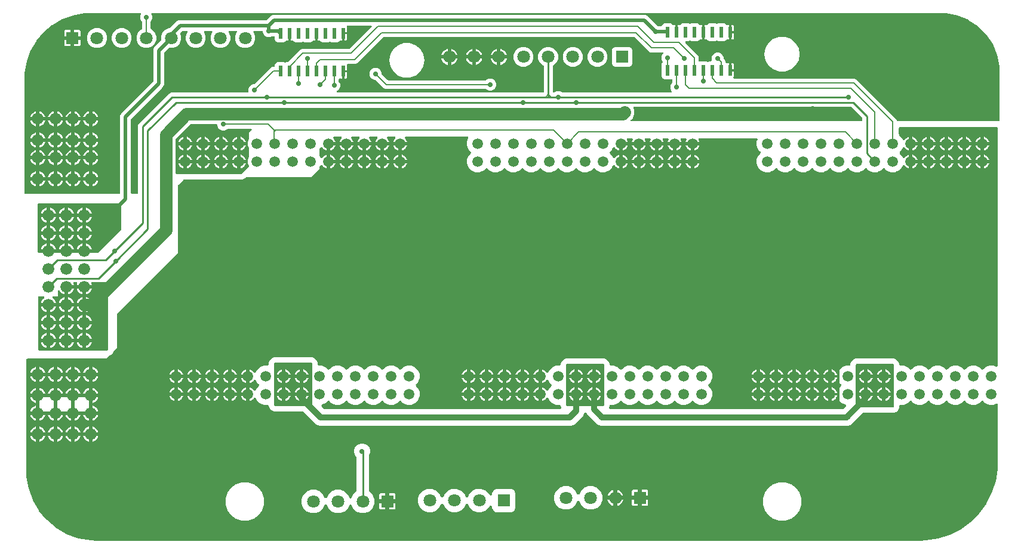
<source format=gbr>
G04 EAGLE Gerber X2 export*
%TF.Part,Single*%
%TF.FileFunction,Copper,L1,Top,Mixed*%
%TF.FilePolarity,Positive*%
%TF.GenerationSoftware,Autodesk,EAGLE,9.1.3*%
%TF.CreationDate,2020-03-19T15:16:52Z*%
G75*
%MOMM*%
%FSLAX34Y34*%
%LPD*%
%AMOC8*
5,1,8,0,0,1.08239X$1,22.5*%
G01*
%ADD10C,1.676400*%
%ADD11C,1.500000*%
%ADD12R,0.600000X1.550000*%
%ADD13R,1.800000X1.800000*%
%ADD14C,1.800000*%
%ADD15C,0.705600*%
%ADD16C,0.508000*%
%ADD17C,0.812800*%
%ADD18C,0.254000*%
%ADD19C,0.203200*%
%ADD20C,1.778000*%

G36*
X1275115Y7624D02*
X1275115Y7624D01*
X1275160Y7622D01*
X1283669Y7957D01*
X1283755Y7969D01*
X1283907Y7980D01*
X1300717Y10642D01*
X1300759Y10653D01*
X1301027Y10717D01*
X1317213Y15976D01*
X1317252Y15993D01*
X1317507Y16098D01*
X1332671Y23824D01*
X1332707Y23847D01*
X1332943Y23991D01*
X1346712Y33995D01*
X1346743Y34023D01*
X1346954Y34202D01*
X1358988Y46236D01*
X1359016Y46269D01*
X1359195Y46478D01*
X1369199Y60247D01*
X1369221Y60284D01*
X1369366Y60519D01*
X1377092Y75683D01*
X1377107Y75722D01*
X1377214Y75977D01*
X1382473Y92163D01*
X1382482Y92205D01*
X1382548Y92473D01*
X1385210Y109283D01*
X1385215Y109369D01*
X1385233Y109521D01*
X1385568Y118030D01*
X1385566Y118065D01*
X1385569Y118110D01*
X1385569Y200374D01*
X1385568Y200388D01*
X1385569Y200401D01*
X1385548Y200587D01*
X1385529Y200775D01*
X1385525Y200788D01*
X1385524Y200801D01*
X1385466Y200980D01*
X1385411Y201160D01*
X1385405Y201172D01*
X1385401Y201184D01*
X1385309Y201349D01*
X1385219Y201514D01*
X1385211Y201524D01*
X1385204Y201536D01*
X1385082Y201679D01*
X1384962Y201823D01*
X1384951Y201831D01*
X1384943Y201842D01*
X1384794Y201958D01*
X1384648Y202075D01*
X1384636Y202082D01*
X1384626Y202090D01*
X1384457Y202175D01*
X1384291Y202261D01*
X1384278Y202265D01*
X1384266Y202271D01*
X1384084Y202320D01*
X1383904Y202372D01*
X1383890Y202373D01*
X1383877Y202377D01*
X1383689Y202390D01*
X1383502Y202405D01*
X1383489Y202404D01*
X1383476Y202405D01*
X1383288Y202380D01*
X1383103Y202358D01*
X1383090Y202354D01*
X1383077Y202352D01*
X1382761Y202251D01*
X1379208Y200779D01*
X1373192Y200779D01*
X1367635Y203081D01*
X1364936Y205780D01*
X1364922Y205791D01*
X1364911Y205805D01*
X1364767Y205918D01*
X1364625Y206035D01*
X1364609Y206043D01*
X1364595Y206054D01*
X1364431Y206138D01*
X1364269Y206223D01*
X1364252Y206228D01*
X1364236Y206237D01*
X1364059Y206286D01*
X1363883Y206338D01*
X1363865Y206340D01*
X1363848Y206345D01*
X1363665Y206358D01*
X1363482Y206375D01*
X1363464Y206373D01*
X1363447Y206374D01*
X1363265Y206351D01*
X1363082Y206331D01*
X1363065Y206326D01*
X1363047Y206324D01*
X1362873Y206265D01*
X1362698Y206210D01*
X1362682Y206201D01*
X1362666Y206195D01*
X1362507Y206104D01*
X1362346Y206015D01*
X1362332Y206003D01*
X1362317Y205994D01*
X1362064Y205780D01*
X1359365Y203081D01*
X1353808Y200779D01*
X1347792Y200779D01*
X1342235Y203081D01*
X1339536Y205780D01*
X1339523Y205791D01*
X1339511Y205805D01*
X1339367Y205919D01*
X1339225Y206035D01*
X1339209Y206043D01*
X1339195Y206054D01*
X1339031Y206138D01*
X1338869Y206223D01*
X1338852Y206228D01*
X1338836Y206237D01*
X1338659Y206286D01*
X1338483Y206338D01*
X1338465Y206340D01*
X1338448Y206345D01*
X1338265Y206358D01*
X1338082Y206375D01*
X1338064Y206373D01*
X1338047Y206374D01*
X1337865Y206351D01*
X1337682Y206331D01*
X1337665Y206326D01*
X1337647Y206324D01*
X1337474Y206265D01*
X1337298Y206210D01*
X1337282Y206201D01*
X1337266Y206195D01*
X1337106Y206103D01*
X1336946Y206015D01*
X1336932Y206003D01*
X1336917Y205994D01*
X1336664Y205780D01*
X1333965Y203081D01*
X1328408Y200779D01*
X1322392Y200779D01*
X1316835Y203081D01*
X1314136Y205780D01*
X1314122Y205791D01*
X1314111Y205805D01*
X1313967Y205918D01*
X1313825Y206035D01*
X1313809Y206043D01*
X1313795Y206054D01*
X1313631Y206138D01*
X1313469Y206223D01*
X1313452Y206228D01*
X1313436Y206237D01*
X1313259Y206286D01*
X1313083Y206338D01*
X1313065Y206340D01*
X1313048Y206345D01*
X1312865Y206358D01*
X1312682Y206375D01*
X1312664Y206373D01*
X1312647Y206374D01*
X1312465Y206351D01*
X1312282Y206331D01*
X1312265Y206326D01*
X1312247Y206324D01*
X1312073Y206265D01*
X1311898Y206210D01*
X1311882Y206201D01*
X1311866Y206195D01*
X1311707Y206104D01*
X1311546Y206015D01*
X1311532Y206003D01*
X1311517Y205994D01*
X1311264Y205780D01*
X1308565Y203081D01*
X1303008Y200779D01*
X1296992Y200779D01*
X1291435Y203081D01*
X1288736Y205780D01*
X1288722Y205791D01*
X1288711Y205805D01*
X1288567Y205918D01*
X1288425Y206035D01*
X1288409Y206043D01*
X1288395Y206054D01*
X1288231Y206138D01*
X1288069Y206223D01*
X1288052Y206228D01*
X1288036Y206237D01*
X1287859Y206286D01*
X1287683Y206338D01*
X1287665Y206340D01*
X1287648Y206345D01*
X1287465Y206358D01*
X1287282Y206375D01*
X1287264Y206373D01*
X1287247Y206374D01*
X1287065Y206351D01*
X1286882Y206331D01*
X1286865Y206326D01*
X1286847Y206324D01*
X1286673Y206265D01*
X1286498Y206210D01*
X1286482Y206201D01*
X1286466Y206195D01*
X1286307Y206104D01*
X1286146Y206015D01*
X1286132Y206003D01*
X1286117Y205994D01*
X1285864Y205780D01*
X1283165Y203081D01*
X1277608Y200779D01*
X1271592Y200779D01*
X1266035Y203081D01*
X1263336Y205780D01*
X1263322Y205791D01*
X1263311Y205805D01*
X1263167Y205918D01*
X1263025Y206035D01*
X1263009Y206043D01*
X1262995Y206054D01*
X1262831Y206138D01*
X1262669Y206223D01*
X1262652Y206228D01*
X1262636Y206237D01*
X1262459Y206286D01*
X1262283Y206338D01*
X1262265Y206340D01*
X1262248Y206345D01*
X1262065Y206358D01*
X1261882Y206375D01*
X1261864Y206373D01*
X1261847Y206374D01*
X1261665Y206351D01*
X1261482Y206331D01*
X1261465Y206326D01*
X1261447Y206324D01*
X1261273Y206265D01*
X1261098Y206210D01*
X1261082Y206201D01*
X1261066Y206195D01*
X1260907Y206104D01*
X1260746Y206015D01*
X1260732Y206003D01*
X1260717Y205994D01*
X1260464Y205780D01*
X1257765Y203081D01*
X1252208Y200779D01*
X1247676Y200779D01*
X1247658Y200777D01*
X1247640Y200779D01*
X1247458Y200758D01*
X1247275Y200739D01*
X1247258Y200734D01*
X1247241Y200732D01*
X1247066Y200675D01*
X1246890Y200621D01*
X1246875Y200613D01*
X1246858Y200607D01*
X1246698Y200517D01*
X1246536Y200429D01*
X1246523Y200418D01*
X1246507Y200409D01*
X1246368Y200289D01*
X1246227Y200172D01*
X1246216Y200158D01*
X1246202Y200146D01*
X1246090Y200001D01*
X1245975Y199858D01*
X1245967Y199842D01*
X1245956Y199828D01*
X1245874Y199663D01*
X1245789Y199501D01*
X1245784Y199484D01*
X1245776Y199468D01*
X1245729Y199289D01*
X1245678Y199114D01*
X1245676Y199096D01*
X1245672Y199079D01*
X1245645Y198748D01*
X1245645Y196555D01*
X1244253Y193194D01*
X1241680Y190621D01*
X1238319Y189229D01*
X1194655Y189229D01*
X1194629Y189227D01*
X1194602Y189229D01*
X1194428Y189207D01*
X1194255Y189189D01*
X1194229Y189182D01*
X1194203Y189178D01*
X1194037Y189123D01*
X1193870Y189071D01*
X1193846Y189058D01*
X1193821Y189050D01*
X1193669Y188963D01*
X1193516Y188879D01*
X1193495Y188862D01*
X1193472Y188849D01*
X1193219Y188634D01*
X1177559Y172974D01*
X1175192Y171994D01*
X1173264Y171195D01*
X821906Y171195D01*
X817611Y172974D01*
X802894Y187691D01*
X802503Y188636D01*
X802498Y188644D01*
X802496Y188653D01*
X802404Y188821D01*
X802313Y188991D01*
X802307Y188998D01*
X802303Y189006D01*
X802179Y189152D01*
X802056Y189301D01*
X802049Y189307D01*
X802043Y189314D01*
X801893Y189434D01*
X801743Y189555D01*
X801736Y189559D01*
X801729Y189565D01*
X801557Y189653D01*
X801387Y189742D01*
X801378Y189745D01*
X801370Y189749D01*
X801186Y189801D01*
X801001Y189855D01*
X800992Y189856D01*
X800983Y189859D01*
X800792Y189873D01*
X800599Y189890D01*
X800591Y189889D01*
X800582Y189890D01*
X800391Y189866D01*
X800199Y189845D01*
X800191Y189842D01*
X800182Y189841D01*
X800000Y189781D01*
X799816Y189722D01*
X799808Y189717D01*
X799800Y189714D01*
X799633Y189620D01*
X799465Y189525D01*
X799458Y189520D01*
X799450Y189515D01*
X799305Y189388D01*
X799159Y189263D01*
X799153Y189256D01*
X799146Y189251D01*
X799030Y189099D01*
X798910Y188946D01*
X798906Y188938D01*
X798901Y188931D01*
X798749Y188636D01*
X797306Y185151D01*
X785129Y172974D01*
X782762Y171994D01*
X780834Y171195D01*
X423126Y171195D01*
X418831Y172974D01*
X400945Y190860D01*
X400924Y190877D01*
X400907Y190898D01*
X400769Y191005D01*
X400633Y191115D01*
X400610Y191128D01*
X400589Y191144D01*
X400432Y191222D01*
X400278Y191304D01*
X400252Y191312D01*
X400228Y191324D01*
X400059Y191369D01*
X399892Y191419D01*
X399865Y191421D01*
X399839Y191428D01*
X399509Y191455D01*
X358833Y191455D01*
X355472Y192847D01*
X352899Y195420D01*
X351507Y198782D01*
X351507Y198784D01*
X351486Y198965D01*
X351467Y199149D01*
X351462Y199166D01*
X351460Y199183D01*
X351403Y199358D01*
X351349Y199534D01*
X351341Y199549D01*
X351335Y199566D01*
X351245Y199726D01*
X351157Y199888D01*
X351146Y199901D01*
X351137Y199917D01*
X351017Y200056D01*
X350900Y200197D01*
X350886Y200208D01*
X350874Y200222D01*
X350729Y200334D01*
X350586Y200449D01*
X350570Y200457D01*
X350556Y200468D01*
X350391Y200550D01*
X350229Y200635D01*
X350212Y200640D01*
X350196Y200648D01*
X350017Y200695D01*
X349842Y200746D01*
X349824Y200748D01*
X349807Y200752D01*
X349476Y200779D01*
X344436Y200779D01*
X338879Y203081D01*
X334625Y207335D01*
X333692Y209588D01*
X333610Y209741D01*
X333533Y209895D01*
X333515Y209918D01*
X333502Y209943D01*
X333392Y210076D01*
X333286Y210212D01*
X333264Y210231D01*
X333245Y210253D01*
X333111Y210362D01*
X332980Y210475D01*
X332955Y210489D01*
X332933Y210507D01*
X332780Y210587D01*
X332629Y210672D01*
X332602Y210681D01*
X332576Y210694D01*
X332410Y210743D01*
X332246Y210796D01*
X332217Y210799D01*
X332190Y210807D01*
X332018Y210822D01*
X331846Y210842D01*
X331817Y210839D01*
X331789Y210842D01*
X331617Y210823D01*
X331445Y210808D01*
X331417Y210800D01*
X331389Y210797D01*
X331224Y210744D01*
X331058Y210696D01*
X331033Y210682D01*
X331005Y210674D01*
X330855Y210590D01*
X330701Y210509D01*
X330679Y210491D01*
X330654Y210477D01*
X330523Y210365D01*
X330388Y210256D01*
X330367Y210232D01*
X330348Y210215D01*
X330296Y210149D01*
X330172Y210005D01*
X329703Y209359D01*
X328585Y208241D01*
X327306Y207312D01*
X325898Y206595D01*
X324543Y206155D01*
X324543Y215432D01*
X324541Y215450D01*
X324543Y215467D01*
X324522Y215649D01*
X324503Y215832D01*
X324498Y215849D01*
X324496Y215867D01*
X324483Y215908D01*
X324510Y216002D01*
X324512Y216020D01*
X324516Y216037D01*
X324543Y216368D01*
X324543Y225645D01*
X325898Y225205D01*
X327306Y224488D01*
X328585Y223559D01*
X329703Y222441D01*
X330172Y221795D01*
X330287Y221666D01*
X330398Y221534D01*
X330420Y221516D01*
X330440Y221495D01*
X330578Y221391D01*
X330713Y221283D01*
X330738Y221270D01*
X330761Y221253D01*
X330918Y221178D01*
X331071Y221099D01*
X331099Y221091D01*
X331125Y221079D01*
X331292Y221036D01*
X331458Y220989D01*
X331487Y220987D01*
X331515Y220980D01*
X331688Y220972D01*
X331860Y220958D01*
X331888Y220962D01*
X331917Y220960D01*
X332088Y220986D01*
X332259Y221007D01*
X332287Y221016D01*
X332315Y221020D01*
X332478Y221079D01*
X332642Y221134D01*
X332667Y221148D01*
X332694Y221158D01*
X332841Y221247D01*
X332991Y221333D01*
X333013Y221352D01*
X333038Y221367D01*
X333164Y221484D01*
X333295Y221597D01*
X333312Y221620D01*
X333334Y221640D01*
X333435Y221780D01*
X333540Y221917D01*
X333555Y221945D01*
X333570Y221966D01*
X333605Y222043D01*
X333692Y222212D01*
X334625Y224465D01*
X337324Y227164D01*
X337335Y227177D01*
X337349Y227189D01*
X337463Y227333D01*
X337579Y227475D01*
X337587Y227491D01*
X337598Y227505D01*
X337681Y227669D01*
X337767Y227831D01*
X337772Y227848D01*
X337781Y227864D01*
X337830Y228041D01*
X337882Y228217D01*
X337884Y228235D01*
X337889Y228252D01*
X337902Y228435D01*
X337919Y228618D01*
X337917Y228636D01*
X337918Y228653D01*
X337895Y228835D01*
X337875Y229018D01*
X337870Y229035D01*
X337868Y229053D01*
X337809Y229226D01*
X337754Y229402D01*
X337745Y229418D01*
X337739Y229434D01*
X337648Y229594D01*
X337559Y229754D01*
X337547Y229768D01*
X337538Y229783D01*
X337324Y230036D01*
X334625Y232735D01*
X333692Y234988D01*
X333610Y235140D01*
X333533Y235295D01*
X333515Y235318D01*
X333502Y235343D01*
X333392Y235476D01*
X333286Y235612D01*
X333264Y235631D01*
X333245Y235653D01*
X333111Y235762D01*
X332980Y235875D01*
X332955Y235889D01*
X332933Y235907D01*
X332780Y235987D01*
X332629Y236072D01*
X332602Y236081D01*
X332576Y236094D01*
X332411Y236143D01*
X332246Y236196D01*
X332217Y236199D01*
X332190Y236207D01*
X332018Y236222D01*
X331846Y236242D01*
X331817Y236239D01*
X331789Y236242D01*
X331617Y236223D01*
X331445Y236208D01*
X331417Y236200D01*
X331389Y236197D01*
X331225Y236144D01*
X331058Y236096D01*
X331033Y236082D01*
X331005Y236074D01*
X330855Y235990D01*
X330701Y235909D01*
X330679Y235891D01*
X330654Y235877D01*
X330523Y235765D01*
X330388Y235656D01*
X330367Y235632D01*
X330348Y235615D01*
X330296Y235549D01*
X330172Y235405D01*
X329703Y234759D01*
X328585Y233641D01*
X327306Y232712D01*
X325898Y231995D01*
X324543Y231555D01*
X324543Y240832D01*
X324541Y240850D01*
X324543Y240867D01*
X324522Y241049D01*
X324503Y241232D01*
X324498Y241249D01*
X324496Y241267D01*
X324483Y241308D01*
X324510Y241402D01*
X324512Y241420D01*
X324516Y241437D01*
X324543Y241768D01*
X324543Y251045D01*
X325898Y250605D01*
X327306Y249888D01*
X328585Y248959D01*
X329703Y247841D01*
X330172Y247195D01*
X330287Y247066D01*
X330398Y246934D01*
X330420Y246916D01*
X330440Y246895D01*
X330578Y246791D01*
X330713Y246683D01*
X330738Y246670D01*
X330761Y246653D01*
X330918Y246578D01*
X331071Y246499D01*
X331099Y246491D01*
X331125Y246479D01*
X331292Y246436D01*
X331458Y246390D01*
X331487Y246387D01*
X331515Y246380D01*
X331688Y246372D01*
X331860Y246358D01*
X331888Y246362D01*
X331917Y246360D01*
X332088Y246386D01*
X332259Y246407D01*
X332287Y246416D01*
X332315Y246420D01*
X332477Y246479D01*
X332642Y246534D01*
X332667Y246548D01*
X332694Y246558D01*
X332841Y246647D01*
X332991Y246733D01*
X333013Y246752D01*
X333038Y246767D01*
X333165Y246884D01*
X333295Y246997D01*
X333312Y247020D01*
X333334Y247040D01*
X333435Y247180D01*
X333540Y247317D01*
X333555Y247345D01*
X333570Y247366D01*
X333605Y247443D01*
X333692Y247612D01*
X334625Y249865D01*
X338879Y254119D01*
X342434Y255591D01*
X344436Y256421D01*
X349476Y256421D01*
X349494Y256423D01*
X349512Y256421D01*
X349694Y256442D01*
X349877Y256461D01*
X349894Y256466D01*
X349911Y256468D01*
X350086Y256525D01*
X350262Y256579D01*
X350277Y256587D01*
X350294Y256593D01*
X350454Y256683D01*
X350616Y256771D01*
X350629Y256782D01*
X350645Y256791D01*
X350784Y256911D01*
X350925Y257028D01*
X350936Y257042D01*
X350950Y257054D01*
X351062Y257199D01*
X351177Y257342D01*
X351185Y257358D01*
X351196Y257372D01*
X351278Y257537D01*
X351363Y257699D01*
X351368Y257716D01*
X351376Y257732D01*
X351423Y257911D01*
X351474Y258086D01*
X351476Y258104D01*
X351480Y258121D01*
X351507Y258452D01*
X351507Y260984D01*
X352899Y264345D01*
X355472Y266918D01*
X358833Y268310D01*
X413525Y268310D01*
X416886Y266918D01*
X419459Y264345D01*
X420851Y260984D01*
X420851Y258452D01*
X420853Y258434D01*
X420851Y258416D01*
X420872Y258234D01*
X420891Y258051D01*
X420896Y258034D01*
X420898Y258017D01*
X420955Y257842D01*
X421009Y257666D01*
X421017Y257651D01*
X421023Y257634D01*
X421113Y257474D01*
X421201Y257312D01*
X421212Y257299D01*
X421221Y257283D01*
X421341Y257144D01*
X421458Y257003D01*
X421472Y256992D01*
X421484Y256978D01*
X421629Y256866D01*
X421772Y256751D01*
X421788Y256743D01*
X421802Y256732D01*
X421967Y256650D01*
X422129Y256565D01*
X422146Y256560D01*
X422162Y256552D01*
X422341Y256505D01*
X422516Y256454D01*
X422534Y256452D01*
X422551Y256448D01*
X422882Y256421D01*
X426652Y256421D01*
X432209Y254119D01*
X434908Y251420D01*
X434921Y251409D01*
X434933Y251395D01*
X435077Y251281D01*
X435219Y251165D01*
X435235Y251157D01*
X435249Y251146D01*
X435413Y251062D01*
X435575Y250977D01*
X435592Y250972D01*
X435608Y250963D01*
X435785Y250914D01*
X435961Y250862D01*
X435979Y250860D01*
X435996Y250855D01*
X436179Y250842D01*
X436362Y250825D01*
X436380Y250827D01*
X436397Y250826D01*
X436579Y250849D01*
X436762Y250869D01*
X436779Y250874D01*
X436797Y250876D01*
X436970Y250935D01*
X437146Y250990D01*
X437162Y250999D01*
X437178Y251005D01*
X437338Y251097D01*
X437498Y251185D01*
X437512Y251197D01*
X437527Y251206D01*
X437780Y251420D01*
X440479Y254119D01*
X444034Y255591D01*
X446036Y256421D01*
X452052Y256421D01*
X457609Y254119D01*
X460308Y251420D01*
X460321Y251409D01*
X460333Y251395D01*
X460477Y251281D01*
X460619Y251165D01*
X460635Y251157D01*
X460649Y251146D01*
X460813Y251062D01*
X460975Y250977D01*
X460992Y250972D01*
X461008Y250963D01*
X461185Y250914D01*
X461361Y250862D01*
X461379Y250860D01*
X461396Y250855D01*
X461579Y250842D01*
X461762Y250825D01*
X461780Y250827D01*
X461797Y250826D01*
X461979Y250849D01*
X462162Y250869D01*
X462179Y250874D01*
X462197Y250876D01*
X462370Y250935D01*
X462546Y250990D01*
X462562Y250999D01*
X462578Y251005D01*
X462738Y251097D01*
X462898Y251185D01*
X462912Y251197D01*
X462927Y251206D01*
X463180Y251420D01*
X465879Y254119D01*
X469434Y255591D01*
X471436Y256421D01*
X477452Y256421D01*
X483009Y254119D01*
X485708Y251420D01*
X485721Y251409D01*
X485733Y251395D01*
X485877Y251281D01*
X486019Y251165D01*
X486035Y251157D01*
X486049Y251146D01*
X486213Y251062D01*
X486375Y250977D01*
X486392Y250972D01*
X486408Y250963D01*
X486585Y250914D01*
X486761Y250862D01*
X486779Y250860D01*
X486796Y250855D01*
X486979Y250842D01*
X487162Y250825D01*
X487180Y250827D01*
X487197Y250826D01*
X487379Y250849D01*
X487562Y250869D01*
X487579Y250874D01*
X487597Y250876D01*
X487770Y250935D01*
X487946Y250990D01*
X487962Y250999D01*
X487978Y251005D01*
X488138Y251097D01*
X488298Y251185D01*
X488312Y251197D01*
X488327Y251206D01*
X488580Y251420D01*
X491279Y254119D01*
X494834Y255591D01*
X496836Y256421D01*
X502852Y256421D01*
X508409Y254119D01*
X511108Y251420D01*
X511122Y251409D01*
X511133Y251395D01*
X511277Y251282D01*
X511419Y251165D01*
X511435Y251157D01*
X511449Y251146D01*
X511613Y251062D01*
X511775Y250977D01*
X511792Y250972D01*
X511808Y250963D01*
X511985Y250914D01*
X512161Y250862D01*
X512179Y250860D01*
X512196Y250855D01*
X512379Y250842D01*
X512562Y250825D01*
X512580Y250827D01*
X512597Y250826D01*
X512779Y250849D01*
X512962Y250869D01*
X512979Y250874D01*
X512997Y250876D01*
X513171Y250935D01*
X513346Y250990D01*
X513362Y250999D01*
X513378Y251005D01*
X513537Y251096D01*
X513698Y251185D01*
X513712Y251197D01*
X513727Y251206D01*
X513980Y251420D01*
X516679Y254119D01*
X520234Y255591D01*
X522236Y256421D01*
X528252Y256421D01*
X533809Y254119D01*
X536508Y251420D01*
X536521Y251409D01*
X536533Y251395D01*
X536677Y251281D01*
X536819Y251165D01*
X536835Y251157D01*
X536849Y251146D01*
X537013Y251062D01*
X537175Y250977D01*
X537192Y250972D01*
X537208Y250963D01*
X537385Y250914D01*
X537561Y250862D01*
X537579Y250860D01*
X537596Y250855D01*
X537779Y250842D01*
X537962Y250825D01*
X537980Y250827D01*
X537997Y250826D01*
X538179Y250849D01*
X538362Y250869D01*
X538379Y250874D01*
X538397Y250876D01*
X538570Y250935D01*
X538746Y250990D01*
X538762Y250999D01*
X538778Y251005D01*
X538938Y251097D01*
X539098Y251185D01*
X539112Y251197D01*
X539127Y251206D01*
X539380Y251420D01*
X542079Y254119D01*
X545634Y255591D01*
X547636Y256421D01*
X553652Y256421D01*
X559209Y254119D01*
X563463Y249865D01*
X565765Y244308D01*
X565765Y238292D01*
X563463Y232735D01*
X560764Y230036D01*
X560753Y230022D01*
X560739Y230011D01*
X560626Y229867D01*
X560509Y229725D01*
X560501Y229709D01*
X560490Y229695D01*
X560406Y229531D01*
X560321Y229369D01*
X560316Y229352D01*
X560307Y229336D01*
X560258Y229157D01*
X560206Y228983D01*
X560204Y228965D01*
X560199Y228948D01*
X560186Y228765D01*
X560169Y228582D01*
X560171Y228564D01*
X560170Y228547D01*
X560193Y228365D01*
X560213Y228182D01*
X560218Y228165D01*
X560220Y228147D01*
X560279Y227973D01*
X560334Y227798D01*
X560343Y227782D01*
X560349Y227766D01*
X560440Y227606D01*
X560529Y227446D01*
X560541Y227432D01*
X560550Y227417D01*
X560764Y227164D01*
X563463Y224465D01*
X565765Y218908D01*
X565765Y212892D01*
X563463Y207335D01*
X559209Y203081D01*
X553652Y200779D01*
X547636Y200779D01*
X542079Y203081D01*
X539380Y205780D01*
X539366Y205791D01*
X539355Y205805D01*
X539211Y205918D01*
X539069Y206035D01*
X539053Y206043D01*
X539039Y206054D01*
X538875Y206138D01*
X538713Y206223D01*
X538696Y206228D01*
X538680Y206237D01*
X538503Y206286D01*
X538327Y206338D01*
X538309Y206340D01*
X538292Y206345D01*
X538109Y206358D01*
X537926Y206375D01*
X537908Y206373D01*
X537891Y206374D01*
X537709Y206351D01*
X537526Y206331D01*
X537509Y206326D01*
X537491Y206324D01*
X537317Y206265D01*
X537142Y206210D01*
X537126Y206201D01*
X537110Y206195D01*
X536951Y206104D01*
X536790Y206015D01*
X536776Y206003D01*
X536761Y205994D01*
X536508Y205780D01*
X533809Y203081D01*
X528252Y200779D01*
X522236Y200779D01*
X516679Y203081D01*
X513980Y205780D01*
X513966Y205791D01*
X513955Y205805D01*
X513811Y205918D01*
X513669Y206035D01*
X513653Y206043D01*
X513639Y206054D01*
X513475Y206138D01*
X513313Y206223D01*
X513296Y206228D01*
X513280Y206237D01*
X513103Y206286D01*
X512927Y206338D01*
X512909Y206340D01*
X512892Y206345D01*
X512709Y206358D01*
X512526Y206375D01*
X512508Y206373D01*
X512491Y206374D01*
X512309Y206351D01*
X512126Y206331D01*
X512109Y206326D01*
X512091Y206324D01*
X511917Y206265D01*
X511742Y206210D01*
X511726Y206201D01*
X511710Y206195D01*
X511551Y206104D01*
X511390Y206015D01*
X511376Y206003D01*
X511361Y205994D01*
X511108Y205780D01*
X508409Y203081D01*
X502852Y200779D01*
X496836Y200779D01*
X491279Y203081D01*
X488580Y205780D01*
X488566Y205791D01*
X488555Y205805D01*
X488411Y205918D01*
X488269Y206035D01*
X488253Y206043D01*
X488239Y206054D01*
X488075Y206138D01*
X487913Y206223D01*
X487896Y206228D01*
X487880Y206237D01*
X487703Y206286D01*
X487527Y206338D01*
X487509Y206340D01*
X487492Y206345D01*
X487309Y206358D01*
X487126Y206375D01*
X487108Y206373D01*
X487091Y206374D01*
X486909Y206351D01*
X486726Y206331D01*
X486709Y206326D01*
X486691Y206324D01*
X486517Y206265D01*
X486342Y206210D01*
X486326Y206201D01*
X486310Y206195D01*
X486151Y206104D01*
X485990Y206015D01*
X485976Y206003D01*
X485961Y205994D01*
X485708Y205780D01*
X483009Y203081D01*
X477452Y200779D01*
X471436Y200779D01*
X465879Y203081D01*
X463180Y205780D01*
X463166Y205791D01*
X463155Y205805D01*
X463011Y205918D01*
X462869Y206035D01*
X462853Y206043D01*
X462839Y206054D01*
X462675Y206138D01*
X462513Y206223D01*
X462496Y206228D01*
X462480Y206237D01*
X462303Y206286D01*
X462127Y206338D01*
X462109Y206340D01*
X462092Y206345D01*
X461909Y206358D01*
X461726Y206375D01*
X461708Y206373D01*
X461691Y206374D01*
X461509Y206351D01*
X461326Y206331D01*
X461309Y206326D01*
X461291Y206324D01*
X461117Y206265D01*
X460942Y206210D01*
X460926Y206201D01*
X460910Y206195D01*
X460751Y206104D01*
X460590Y206015D01*
X460576Y206003D01*
X460561Y205994D01*
X460308Y205780D01*
X457609Y203081D01*
X452052Y200779D01*
X446036Y200779D01*
X440479Y203081D01*
X437780Y205780D01*
X437766Y205791D01*
X437755Y205805D01*
X437611Y205918D01*
X437469Y206035D01*
X437453Y206043D01*
X437439Y206054D01*
X437275Y206138D01*
X437113Y206223D01*
X437096Y206228D01*
X437080Y206237D01*
X436903Y206286D01*
X436727Y206338D01*
X436709Y206340D01*
X436692Y206345D01*
X436509Y206358D01*
X436326Y206375D01*
X436308Y206373D01*
X436291Y206374D01*
X436109Y206351D01*
X435926Y206331D01*
X435909Y206326D01*
X435891Y206324D01*
X435717Y206265D01*
X435542Y206210D01*
X435526Y206201D01*
X435510Y206195D01*
X435351Y206104D01*
X435190Y206015D01*
X435176Y206003D01*
X435161Y205994D01*
X434908Y205780D01*
X432209Y203081D01*
X427639Y201188D01*
X427627Y201182D01*
X427614Y201178D01*
X427450Y201087D01*
X427284Y200998D01*
X427273Y200989D01*
X427262Y200983D01*
X427119Y200862D01*
X426973Y200741D01*
X426965Y200731D01*
X426955Y200722D01*
X426838Y200575D01*
X426720Y200429D01*
X426713Y200417D01*
X426705Y200406D01*
X426620Y200238D01*
X426533Y200072D01*
X426529Y200060D01*
X426523Y200048D01*
X426472Y199866D01*
X426419Y199686D01*
X426418Y199673D01*
X426415Y199660D01*
X426401Y199470D01*
X426385Y199285D01*
X426386Y199272D01*
X426385Y199258D01*
X426409Y199070D01*
X426430Y198885D01*
X426434Y198872D01*
X426436Y198859D01*
X426496Y198680D01*
X426553Y198501D01*
X426560Y198490D01*
X426564Y198477D01*
X426658Y198314D01*
X426750Y198150D01*
X426758Y198140D01*
X426765Y198128D01*
X426980Y197875D01*
X429695Y195160D01*
X429716Y195143D01*
X429733Y195122D01*
X429871Y195015D01*
X430007Y194905D01*
X430030Y194892D01*
X430051Y194876D01*
X430208Y194798D01*
X430362Y194716D01*
X430388Y194708D01*
X430412Y194696D01*
X430581Y194651D01*
X430748Y194601D01*
X430775Y194599D01*
X430801Y194592D01*
X431131Y194565D01*
X764181Y194565D01*
X764195Y194566D01*
X764208Y194565D01*
X764394Y194586D01*
X764582Y194605D01*
X764595Y194609D01*
X764608Y194610D01*
X764787Y194667D01*
X764967Y194723D01*
X764979Y194729D01*
X764991Y194733D01*
X765156Y194825D01*
X765321Y194915D01*
X765331Y194923D01*
X765343Y194930D01*
X765487Y195053D01*
X765630Y195172D01*
X765639Y195183D01*
X765649Y195191D01*
X765765Y195340D01*
X765883Y195486D01*
X765889Y195498D01*
X765897Y195508D01*
X765982Y195677D01*
X766068Y195843D01*
X766072Y195856D01*
X766078Y195868D01*
X766128Y196050D01*
X766179Y196230D01*
X766181Y196244D01*
X766184Y196257D01*
X766197Y196443D01*
X766212Y196632D01*
X766211Y196645D01*
X766212Y196658D01*
X766187Y196844D01*
X766165Y197031D01*
X766161Y197044D01*
X766160Y197057D01*
X766058Y197373D01*
X765555Y198587D01*
X765555Y198748D01*
X765553Y198766D01*
X765555Y198784D01*
X765534Y198965D01*
X765515Y199149D01*
X765510Y199166D01*
X765508Y199183D01*
X765451Y199358D01*
X765397Y199534D01*
X765389Y199549D01*
X765383Y199566D01*
X765293Y199726D01*
X765205Y199888D01*
X765194Y199901D01*
X765185Y199917D01*
X765065Y200056D01*
X764948Y200197D01*
X764934Y200208D01*
X764922Y200222D01*
X764777Y200334D01*
X764634Y200449D01*
X764618Y200457D01*
X764604Y200468D01*
X764439Y200550D01*
X764277Y200635D01*
X764260Y200640D01*
X764244Y200648D01*
X764065Y200695D01*
X763890Y200746D01*
X763872Y200748D01*
X763855Y200752D01*
X763524Y200779D01*
X758992Y200779D01*
X753435Y203081D01*
X749181Y207335D01*
X748248Y209588D01*
X748166Y209740D01*
X748089Y209895D01*
X748071Y209918D01*
X748058Y209943D01*
X747948Y210076D01*
X747842Y210212D01*
X747820Y210231D01*
X747801Y210253D01*
X747667Y210362D01*
X747536Y210475D01*
X747511Y210489D01*
X747489Y210507D01*
X747336Y210587D01*
X747185Y210672D01*
X747158Y210681D01*
X747132Y210694D01*
X746967Y210743D01*
X746802Y210796D01*
X746773Y210799D01*
X746746Y210807D01*
X746574Y210822D01*
X746402Y210842D01*
X746373Y210839D01*
X746345Y210842D01*
X746173Y210823D01*
X746001Y210808D01*
X745973Y210800D01*
X745945Y210797D01*
X745781Y210744D01*
X745614Y210696D01*
X745589Y210682D01*
X745561Y210674D01*
X745411Y210590D01*
X745257Y210509D01*
X745235Y210491D01*
X745210Y210477D01*
X745079Y210365D01*
X744944Y210256D01*
X744923Y210232D01*
X744904Y210215D01*
X744852Y210149D01*
X744728Y210005D01*
X744259Y209359D01*
X743141Y208241D01*
X741862Y207312D01*
X740454Y206595D01*
X739099Y206155D01*
X739099Y215432D01*
X739097Y215450D01*
X739099Y215467D01*
X739078Y215649D01*
X739059Y215832D01*
X739054Y215849D01*
X739052Y215867D01*
X739039Y215908D01*
X739066Y216002D01*
X739068Y216020D01*
X739072Y216037D01*
X739099Y216368D01*
X739099Y225645D01*
X740454Y225205D01*
X741862Y224488D01*
X743141Y223559D01*
X744259Y222441D01*
X744728Y221795D01*
X744843Y221666D01*
X744954Y221534D01*
X744976Y221516D01*
X744996Y221495D01*
X745134Y221391D01*
X745269Y221283D01*
X745294Y221270D01*
X745317Y221253D01*
X745474Y221178D01*
X745627Y221099D01*
X745655Y221091D01*
X745681Y221079D01*
X745848Y221036D01*
X746014Y220990D01*
X746043Y220987D01*
X746071Y220980D01*
X746244Y220972D01*
X746416Y220958D01*
X746444Y220962D01*
X746473Y220960D01*
X746644Y220986D01*
X746815Y221007D01*
X746843Y221016D01*
X746871Y221020D01*
X747033Y221079D01*
X747198Y221134D01*
X747223Y221148D01*
X747250Y221158D01*
X747397Y221247D01*
X747547Y221333D01*
X747569Y221352D01*
X747594Y221367D01*
X747721Y221484D01*
X747851Y221597D01*
X747868Y221620D01*
X747890Y221640D01*
X747991Y221780D01*
X748096Y221917D01*
X748111Y221945D01*
X748126Y221966D01*
X748161Y222043D01*
X748248Y222212D01*
X749181Y224465D01*
X751880Y227164D01*
X751891Y227178D01*
X751905Y227189D01*
X752018Y227333D01*
X752135Y227475D01*
X752143Y227491D01*
X752154Y227505D01*
X752238Y227669D01*
X752323Y227831D01*
X752328Y227848D01*
X752337Y227864D01*
X752386Y228041D01*
X752438Y228217D01*
X752440Y228235D01*
X752445Y228252D01*
X752458Y228435D01*
X752475Y228618D01*
X752473Y228636D01*
X752474Y228653D01*
X752451Y228835D01*
X752431Y229018D01*
X752426Y229035D01*
X752424Y229053D01*
X752365Y229227D01*
X752310Y229402D01*
X752301Y229418D01*
X752295Y229434D01*
X752204Y229593D01*
X752115Y229754D01*
X752103Y229768D01*
X752094Y229783D01*
X751880Y230036D01*
X749181Y232735D01*
X748248Y234988D01*
X748166Y235141D01*
X748089Y235295D01*
X748071Y235318D01*
X748058Y235343D01*
X747948Y235476D01*
X747842Y235612D01*
X747820Y235631D01*
X747801Y235653D01*
X747667Y235762D01*
X747536Y235875D01*
X747511Y235889D01*
X747489Y235907D01*
X747336Y235987D01*
X747185Y236072D01*
X747158Y236081D01*
X747132Y236094D01*
X746966Y236143D01*
X746802Y236196D01*
X746773Y236199D01*
X746746Y236207D01*
X746574Y236222D01*
X746402Y236242D01*
X746373Y236239D01*
X746345Y236242D01*
X746173Y236223D01*
X746001Y236208D01*
X745973Y236200D01*
X745945Y236197D01*
X745780Y236144D01*
X745614Y236096D01*
X745589Y236082D01*
X745561Y236074D01*
X745411Y235990D01*
X745257Y235909D01*
X745235Y235891D01*
X745210Y235877D01*
X745079Y235765D01*
X744944Y235656D01*
X744923Y235632D01*
X744904Y235615D01*
X744852Y235549D01*
X744728Y235405D01*
X744259Y234759D01*
X743141Y233641D01*
X741862Y232712D01*
X740454Y231995D01*
X739099Y231555D01*
X739099Y240832D01*
X739097Y240850D01*
X739099Y240867D01*
X739078Y241049D01*
X739059Y241232D01*
X739054Y241249D01*
X739052Y241267D01*
X739039Y241308D01*
X739066Y241402D01*
X739068Y241420D01*
X739072Y241437D01*
X739099Y241768D01*
X739099Y251045D01*
X740454Y250605D01*
X741862Y249888D01*
X743141Y248959D01*
X744259Y247841D01*
X744728Y247195D01*
X744843Y247066D01*
X744954Y246934D01*
X744976Y246916D01*
X744996Y246895D01*
X745134Y246791D01*
X745269Y246683D01*
X745294Y246670D01*
X745317Y246653D01*
X745474Y246578D01*
X745627Y246499D01*
X745655Y246491D01*
X745681Y246479D01*
X745848Y246436D01*
X746014Y246389D01*
X746043Y246387D01*
X746071Y246380D01*
X746244Y246372D01*
X746416Y246358D01*
X746444Y246362D01*
X746473Y246360D01*
X746644Y246386D01*
X746815Y246407D01*
X746843Y246416D01*
X746871Y246420D01*
X747034Y246479D01*
X747198Y246534D01*
X747223Y246548D01*
X747250Y246558D01*
X747397Y246647D01*
X747547Y246733D01*
X747569Y246752D01*
X747594Y246767D01*
X747720Y246884D01*
X747851Y246997D01*
X747868Y247020D01*
X747890Y247040D01*
X747991Y247180D01*
X748096Y247317D01*
X748111Y247345D01*
X748126Y247366D01*
X748161Y247443D01*
X748248Y247612D01*
X749181Y249865D01*
X753435Y254119D01*
X756990Y255591D01*
X758992Y256421D01*
X763524Y256421D01*
X763542Y256423D01*
X763560Y256421D01*
X763742Y256442D01*
X763925Y256461D01*
X763942Y256466D01*
X763959Y256468D01*
X764134Y256525D01*
X764310Y256579D01*
X764325Y256587D01*
X764342Y256593D01*
X764502Y256683D01*
X764664Y256771D01*
X764677Y256782D01*
X764693Y256791D01*
X764832Y256911D01*
X764973Y257028D01*
X764984Y257042D01*
X764998Y257054D01*
X765110Y257199D01*
X765225Y257342D01*
X765233Y257358D01*
X765244Y257372D01*
X765326Y257537D01*
X765411Y257699D01*
X765416Y257716D01*
X765424Y257732D01*
X765471Y257911D01*
X765522Y258086D01*
X765524Y258104D01*
X765528Y258121D01*
X765555Y258452D01*
X765555Y259375D01*
X766947Y262736D01*
X769520Y265309D01*
X772881Y266701D01*
X827319Y266701D01*
X830680Y265309D01*
X833253Y262736D01*
X834645Y259375D01*
X834645Y258452D01*
X834647Y258434D01*
X834645Y258416D01*
X834666Y258234D01*
X834685Y258051D01*
X834690Y258034D01*
X834692Y258017D01*
X834749Y257842D01*
X834803Y257666D01*
X834811Y257651D01*
X834817Y257634D01*
X834907Y257474D01*
X834995Y257312D01*
X835006Y257299D01*
X835015Y257283D01*
X835135Y257144D01*
X835252Y257003D01*
X835266Y256992D01*
X835278Y256978D01*
X835423Y256866D01*
X835566Y256751D01*
X835582Y256743D01*
X835596Y256732D01*
X835761Y256650D01*
X835923Y256565D01*
X835940Y256560D01*
X835956Y256552D01*
X836135Y256505D01*
X836310Y256454D01*
X836328Y256452D01*
X836345Y256448D01*
X836676Y256421D01*
X841208Y256421D01*
X846765Y254119D01*
X849464Y251420D01*
X849477Y251409D01*
X849489Y251395D01*
X849633Y251281D01*
X849775Y251165D01*
X849791Y251157D01*
X849805Y251146D01*
X849969Y251062D01*
X850131Y250977D01*
X850148Y250972D01*
X850164Y250963D01*
X850341Y250914D01*
X850517Y250862D01*
X850535Y250860D01*
X850552Y250855D01*
X850735Y250842D01*
X850918Y250825D01*
X850936Y250827D01*
X850953Y250826D01*
X851135Y250849D01*
X851318Y250869D01*
X851335Y250874D01*
X851353Y250876D01*
X851526Y250935D01*
X851702Y250990D01*
X851718Y250999D01*
X851734Y251005D01*
X851894Y251097D01*
X852054Y251185D01*
X852068Y251197D01*
X852083Y251206D01*
X852336Y251420D01*
X855035Y254119D01*
X858590Y255591D01*
X860592Y256421D01*
X866608Y256421D01*
X872165Y254119D01*
X874864Y251420D01*
X874877Y251409D01*
X874889Y251395D01*
X875033Y251281D01*
X875175Y251165D01*
X875191Y251157D01*
X875205Y251146D01*
X875369Y251062D01*
X875531Y250977D01*
X875548Y250972D01*
X875564Y250963D01*
X875741Y250914D01*
X875917Y250862D01*
X875935Y250860D01*
X875952Y250855D01*
X876135Y250842D01*
X876318Y250825D01*
X876336Y250827D01*
X876353Y250826D01*
X876535Y250849D01*
X876718Y250869D01*
X876735Y250874D01*
X876753Y250876D01*
X876926Y250935D01*
X877102Y250990D01*
X877118Y250999D01*
X877134Y251005D01*
X877294Y251097D01*
X877454Y251185D01*
X877468Y251197D01*
X877483Y251206D01*
X877736Y251420D01*
X880435Y254119D01*
X883990Y255591D01*
X885992Y256421D01*
X892008Y256421D01*
X897565Y254119D01*
X900264Y251420D01*
X900277Y251409D01*
X900289Y251395D01*
X900433Y251281D01*
X900575Y251165D01*
X900591Y251157D01*
X900605Y251146D01*
X900769Y251062D01*
X900931Y250977D01*
X900948Y250972D01*
X900964Y250963D01*
X901141Y250914D01*
X901317Y250862D01*
X901335Y250860D01*
X901352Y250855D01*
X901535Y250842D01*
X901718Y250825D01*
X901736Y250827D01*
X901753Y250826D01*
X901935Y250849D01*
X902118Y250869D01*
X902135Y250874D01*
X902153Y250876D01*
X902326Y250935D01*
X902502Y250990D01*
X902518Y250999D01*
X902534Y251005D01*
X902694Y251097D01*
X902854Y251185D01*
X902868Y251197D01*
X902883Y251206D01*
X903136Y251420D01*
X905835Y254119D01*
X909390Y255591D01*
X911392Y256421D01*
X917408Y256421D01*
X922965Y254119D01*
X925664Y251420D01*
X925678Y251409D01*
X925689Y251395D01*
X925833Y251282D01*
X925975Y251165D01*
X925991Y251157D01*
X926005Y251146D01*
X926169Y251062D01*
X926331Y250977D01*
X926348Y250972D01*
X926364Y250963D01*
X926541Y250914D01*
X926717Y250862D01*
X926735Y250860D01*
X926752Y250855D01*
X926935Y250842D01*
X927118Y250825D01*
X927136Y250827D01*
X927153Y250826D01*
X927335Y250849D01*
X927518Y250869D01*
X927535Y250874D01*
X927553Y250876D01*
X927727Y250935D01*
X927902Y250990D01*
X927918Y250999D01*
X927934Y251005D01*
X928093Y251096D01*
X928254Y251185D01*
X928268Y251197D01*
X928283Y251206D01*
X928536Y251420D01*
X931235Y254119D01*
X934790Y255591D01*
X936792Y256421D01*
X942808Y256421D01*
X948365Y254119D01*
X951064Y251420D01*
X951077Y251409D01*
X951089Y251395D01*
X951233Y251281D01*
X951375Y251165D01*
X951391Y251157D01*
X951405Y251146D01*
X951569Y251062D01*
X951731Y250977D01*
X951748Y250972D01*
X951764Y250963D01*
X951941Y250914D01*
X952117Y250862D01*
X952135Y250860D01*
X952152Y250855D01*
X952335Y250842D01*
X952518Y250825D01*
X952536Y250827D01*
X952553Y250826D01*
X952735Y250849D01*
X952918Y250869D01*
X952935Y250874D01*
X952953Y250876D01*
X953126Y250935D01*
X953302Y250990D01*
X953318Y250999D01*
X953334Y251005D01*
X953494Y251097D01*
X953654Y251185D01*
X953668Y251197D01*
X953683Y251206D01*
X953936Y251420D01*
X956635Y254119D01*
X960190Y255591D01*
X962192Y256421D01*
X968208Y256421D01*
X973765Y254119D01*
X978019Y249865D01*
X980321Y244308D01*
X980321Y238292D01*
X978019Y232735D01*
X975320Y230036D01*
X975309Y230022D01*
X975295Y230011D01*
X975182Y229867D01*
X975065Y229725D01*
X975057Y229709D01*
X975046Y229695D01*
X974962Y229531D01*
X974877Y229369D01*
X974872Y229352D01*
X974863Y229336D01*
X974814Y229157D01*
X974762Y228983D01*
X974760Y228965D01*
X974755Y228948D01*
X974742Y228765D01*
X974725Y228582D01*
X974727Y228564D01*
X974726Y228547D01*
X974749Y228365D01*
X974769Y228182D01*
X974774Y228165D01*
X974776Y228147D01*
X974835Y227973D01*
X974890Y227798D01*
X974899Y227782D01*
X974905Y227766D01*
X974996Y227606D01*
X975085Y227446D01*
X975097Y227432D01*
X975106Y227417D01*
X975320Y227164D01*
X978019Y224465D01*
X980321Y218908D01*
X980321Y212892D01*
X978019Y207335D01*
X973765Y203081D01*
X968208Y200779D01*
X962192Y200779D01*
X956635Y203081D01*
X953936Y205780D01*
X953922Y205791D01*
X953911Y205805D01*
X953767Y205918D01*
X953625Y206035D01*
X953609Y206043D01*
X953595Y206054D01*
X953431Y206138D01*
X953269Y206223D01*
X953252Y206228D01*
X953236Y206237D01*
X953059Y206286D01*
X952883Y206338D01*
X952865Y206340D01*
X952848Y206345D01*
X952665Y206358D01*
X952482Y206375D01*
X952464Y206373D01*
X952447Y206374D01*
X952265Y206351D01*
X952082Y206331D01*
X952065Y206326D01*
X952047Y206324D01*
X951873Y206265D01*
X951698Y206210D01*
X951682Y206201D01*
X951666Y206195D01*
X951507Y206104D01*
X951346Y206015D01*
X951332Y206003D01*
X951317Y205994D01*
X951064Y205780D01*
X948365Y203081D01*
X942808Y200779D01*
X936792Y200779D01*
X931235Y203081D01*
X928536Y205780D01*
X928522Y205791D01*
X928511Y205805D01*
X928367Y205918D01*
X928225Y206035D01*
X928209Y206043D01*
X928195Y206054D01*
X928031Y206138D01*
X927869Y206223D01*
X927852Y206228D01*
X927836Y206237D01*
X927659Y206286D01*
X927483Y206338D01*
X927465Y206340D01*
X927448Y206345D01*
X927265Y206358D01*
X927082Y206375D01*
X927064Y206373D01*
X927047Y206374D01*
X926865Y206351D01*
X926682Y206331D01*
X926665Y206326D01*
X926647Y206324D01*
X926473Y206265D01*
X926298Y206210D01*
X926282Y206201D01*
X926266Y206195D01*
X926107Y206104D01*
X925946Y206015D01*
X925932Y206003D01*
X925917Y205994D01*
X925664Y205780D01*
X922965Y203081D01*
X917408Y200779D01*
X911392Y200779D01*
X905835Y203081D01*
X903136Y205780D01*
X903122Y205791D01*
X903111Y205805D01*
X902967Y205918D01*
X902825Y206035D01*
X902809Y206043D01*
X902795Y206054D01*
X902631Y206138D01*
X902469Y206223D01*
X902452Y206228D01*
X902436Y206237D01*
X902259Y206286D01*
X902083Y206338D01*
X902065Y206340D01*
X902048Y206345D01*
X901865Y206358D01*
X901682Y206375D01*
X901664Y206373D01*
X901647Y206374D01*
X901465Y206351D01*
X901282Y206331D01*
X901265Y206326D01*
X901247Y206324D01*
X901073Y206265D01*
X900898Y206210D01*
X900882Y206201D01*
X900866Y206195D01*
X900707Y206104D01*
X900546Y206015D01*
X900532Y206003D01*
X900517Y205994D01*
X900264Y205780D01*
X897565Y203081D01*
X892008Y200779D01*
X885992Y200779D01*
X880435Y203081D01*
X877736Y205780D01*
X877722Y205791D01*
X877711Y205805D01*
X877567Y205918D01*
X877425Y206035D01*
X877409Y206043D01*
X877395Y206054D01*
X877231Y206138D01*
X877069Y206223D01*
X877052Y206228D01*
X877036Y206237D01*
X876859Y206286D01*
X876683Y206338D01*
X876665Y206340D01*
X876648Y206345D01*
X876465Y206358D01*
X876282Y206375D01*
X876264Y206373D01*
X876247Y206374D01*
X876065Y206351D01*
X875882Y206331D01*
X875865Y206326D01*
X875847Y206324D01*
X875673Y206265D01*
X875498Y206210D01*
X875482Y206201D01*
X875466Y206195D01*
X875307Y206104D01*
X875146Y206015D01*
X875132Y206003D01*
X875117Y205994D01*
X874864Y205780D01*
X872165Y203081D01*
X866608Y200779D01*
X860592Y200779D01*
X855035Y203081D01*
X852336Y205780D01*
X852322Y205791D01*
X852311Y205805D01*
X852167Y205918D01*
X852025Y206035D01*
X852009Y206043D01*
X851995Y206054D01*
X851831Y206138D01*
X851669Y206223D01*
X851652Y206228D01*
X851636Y206237D01*
X851459Y206286D01*
X851283Y206338D01*
X851265Y206340D01*
X851248Y206345D01*
X851065Y206358D01*
X850882Y206375D01*
X850864Y206373D01*
X850847Y206374D01*
X850665Y206351D01*
X850482Y206331D01*
X850465Y206326D01*
X850447Y206324D01*
X850273Y206265D01*
X850098Y206210D01*
X850082Y206201D01*
X850066Y206195D01*
X849907Y206104D01*
X849746Y206015D01*
X849732Y206003D01*
X849717Y205994D01*
X849464Y205780D01*
X846765Y203081D01*
X841208Y200779D01*
X836676Y200779D01*
X836658Y200777D01*
X836640Y200779D01*
X836458Y200758D01*
X836275Y200739D01*
X836258Y200734D01*
X836241Y200732D01*
X836066Y200675D01*
X835890Y200621D01*
X835875Y200613D01*
X835858Y200607D01*
X835698Y200517D01*
X835536Y200429D01*
X835523Y200418D01*
X835507Y200409D01*
X835368Y200289D01*
X835227Y200172D01*
X835216Y200158D01*
X835202Y200146D01*
X835090Y200001D01*
X834975Y199858D01*
X834967Y199842D01*
X834956Y199828D01*
X834874Y199663D01*
X834789Y199501D01*
X834784Y199484D01*
X834776Y199468D01*
X834729Y199289D01*
X834678Y199114D01*
X834676Y199096D01*
X834672Y199079D01*
X834645Y198748D01*
X834645Y198587D01*
X834142Y197373D01*
X834138Y197360D01*
X834132Y197349D01*
X834080Y197168D01*
X834026Y196988D01*
X834024Y196975D01*
X834021Y196962D01*
X834005Y196773D01*
X833987Y196587D01*
X833989Y196574D01*
X833988Y196560D01*
X834010Y196374D01*
X834029Y196187D01*
X834033Y196174D01*
X834035Y196161D01*
X834093Y195983D01*
X834149Y195802D01*
X834155Y195790D01*
X834159Y195778D01*
X834252Y195614D01*
X834342Y195449D01*
X834351Y195439D01*
X834357Y195427D01*
X834480Y195285D01*
X834601Y195141D01*
X834612Y195133D01*
X834620Y195122D01*
X834768Y195008D01*
X834916Y194890D01*
X834928Y194884D01*
X834939Y194876D01*
X835106Y194792D01*
X835274Y194706D01*
X835287Y194702D01*
X835299Y194696D01*
X835482Y194647D01*
X835662Y194596D01*
X835675Y194595D01*
X835688Y194592D01*
X836019Y194565D01*
X1165259Y194565D01*
X1165285Y194567D01*
X1165312Y194565D01*
X1165486Y194587D01*
X1165659Y194605D01*
X1165685Y194612D01*
X1165711Y194616D01*
X1165877Y194671D01*
X1166044Y194723D01*
X1166068Y194736D01*
X1166093Y194744D01*
X1166244Y194831D01*
X1166398Y194915D01*
X1166419Y194932D01*
X1166442Y194945D01*
X1166695Y195160D01*
X1169485Y197949D01*
X1169493Y197960D01*
X1169504Y197968D01*
X1169621Y198115D01*
X1169740Y198261D01*
X1169746Y198273D01*
X1169754Y198283D01*
X1169840Y198451D01*
X1169928Y198617D01*
X1169932Y198630D01*
X1169938Y198641D01*
X1169989Y198822D01*
X1170043Y199003D01*
X1170044Y199016D01*
X1170048Y199029D01*
X1170063Y199214D01*
X1170080Y199404D01*
X1170078Y199417D01*
X1170079Y199430D01*
X1170057Y199613D01*
X1170036Y199804D01*
X1170032Y199817D01*
X1170031Y199830D01*
X1169972Y200007D01*
X1169915Y200188D01*
X1169908Y200199D01*
X1169904Y200212D01*
X1169811Y200376D01*
X1169720Y200540D01*
X1169711Y200550D01*
X1169705Y200562D01*
X1169581Y200704D01*
X1169459Y200847D01*
X1169449Y200855D01*
X1169440Y200865D01*
X1169291Y200980D01*
X1169144Y201097D01*
X1169132Y201103D01*
X1169121Y201111D01*
X1168826Y201262D01*
X1164435Y203081D01*
X1160761Y206755D01*
X1160761Y225045D01*
X1162880Y227164D01*
X1162891Y227178D01*
X1162905Y227189D01*
X1163018Y227333D01*
X1163135Y227475D01*
X1163143Y227491D01*
X1163154Y227505D01*
X1163238Y227669D01*
X1163323Y227831D01*
X1163328Y227848D01*
X1163337Y227864D01*
X1163386Y228041D01*
X1163438Y228217D01*
X1163440Y228235D01*
X1163445Y228252D01*
X1163458Y228435D01*
X1163475Y228618D01*
X1163473Y228636D01*
X1163474Y228653D01*
X1163451Y228835D01*
X1163431Y229018D01*
X1163426Y229035D01*
X1163424Y229053D01*
X1163365Y229227D01*
X1163310Y229402D01*
X1163301Y229418D01*
X1163295Y229434D01*
X1163204Y229593D01*
X1163115Y229754D01*
X1163103Y229768D01*
X1163094Y229783D01*
X1162880Y230036D01*
X1160761Y232155D01*
X1160761Y250000D01*
X1160758Y250020D01*
X1160760Y250039D01*
X1160738Y250141D01*
X1160722Y250243D01*
X1160712Y250260D01*
X1160708Y250280D01*
X1160666Y250350D01*
X1164435Y254119D01*
X1167990Y255591D01*
X1169992Y256421D01*
X1174524Y256421D01*
X1174542Y256423D01*
X1174560Y256421D01*
X1174742Y256442D01*
X1174925Y256461D01*
X1174942Y256466D01*
X1174959Y256468D01*
X1175134Y256525D01*
X1175310Y256579D01*
X1175325Y256587D01*
X1175342Y256593D01*
X1175502Y256683D01*
X1175664Y256771D01*
X1175677Y256782D01*
X1175693Y256791D01*
X1175832Y256911D01*
X1175973Y257028D01*
X1175984Y257042D01*
X1175998Y257054D01*
X1176110Y257199D01*
X1176225Y257342D01*
X1176233Y257358D01*
X1176244Y257372D01*
X1176326Y257537D01*
X1176411Y257699D01*
X1176416Y257716D01*
X1176424Y257732D01*
X1176471Y257911D01*
X1176522Y258086D01*
X1176524Y258104D01*
X1176528Y258121D01*
X1176555Y258452D01*
X1176555Y259121D01*
X1177947Y262482D01*
X1180520Y265055D01*
X1183881Y266447D01*
X1238319Y266447D01*
X1241680Y265055D01*
X1244253Y262482D01*
X1245645Y259121D01*
X1245645Y258452D01*
X1245647Y258434D01*
X1245645Y258416D01*
X1245666Y258234D01*
X1245685Y258051D01*
X1245690Y258034D01*
X1245692Y258017D01*
X1245749Y257842D01*
X1245803Y257666D01*
X1245811Y257651D01*
X1245817Y257634D01*
X1245907Y257474D01*
X1245995Y257312D01*
X1246006Y257299D01*
X1246015Y257283D01*
X1246135Y257144D01*
X1246252Y257003D01*
X1246266Y256992D01*
X1246278Y256978D01*
X1246423Y256866D01*
X1246566Y256751D01*
X1246582Y256743D01*
X1246596Y256732D01*
X1246761Y256650D01*
X1246923Y256565D01*
X1246940Y256560D01*
X1246956Y256552D01*
X1247135Y256505D01*
X1247310Y256454D01*
X1247328Y256452D01*
X1247345Y256448D01*
X1247676Y256421D01*
X1252208Y256421D01*
X1257765Y254119D01*
X1260464Y251420D01*
X1260477Y251409D01*
X1260489Y251395D01*
X1260633Y251281D01*
X1260775Y251165D01*
X1260791Y251157D01*
X1260805Y251146D01*
X1260969Y251062D01*
X1261131Y250977D01*
X1261148Y250972D01*
X1261164Y250963D01*
X1261341Y250914D01*
X1261517Y250862D01*
X1261535Y250860D01*
X1261552Y250855D01*
X1261735Y250842D01*
X1261918Y250825D01*
X1261936Y250827D01*
X1261953Y250826D01*
X1262135Y250849D01*
X1262318Y250869D01*
X1262335Y250874D01*
X1262353Y250876D01*
X1262526Y250935D01*
X1262702Y250990D01*
X1262718Y250999D01*
X1262734Y251005D01*
X1262894Y251097D01*
X1263054Y251185D01*
X1263068Y251197D01*
X1263083Y251206D01*
X1263336Y251420D01*
X1266035Y254119D01*
X1269590Y255591D01*
X1271592Y256421D01*
X1277608Y256421D01*
X1283165Y254119D01*
X1285864Y251420D01*
X1285877Y251409D01*
X1285889Y251395D01*
X1286033Y251281D01*
X1286175Y251165D01*
X1286191Y251157D01*
X1286205Y251146D01*
X1286369Y251062D01*
X1286531Y250977D01*
X1286548Y250972D01*
X1286564Y250963D01*
X1286741Y250914D01*
X1286917Y250862D01*
X1286935Y250860D01*
X1286952Y250855D01*
X1287135Y250842D01*
X1287318Y250825D01*
X1287336Y250827D01*
X1287353Y250826D01*
X1287535Y250849D01*
X1287718Y250869D01*
X1287735Y250874D01*
X1287753Y250876D01*
X1287926Y250935D01*
X1288102Y250990D01*
X1288118Y250999D01*
X1288134Y251005D01*
X1288294Y251097D01*
X1288454Y251185D01*
X1288468Y251197D01*
X1288483Y251206D01*
X1288736Y251420D01*
X1291435Y254119D01*
X1294990Y255591D01*
X1296992Y256421D01*
X1303008Y256421D01*
X1308565Y254119D01*
X1311264Y251420D01*
X1311277Y251409D01*
X1311289Y251395D01*
X1311433Y251281D01*
X1311575Y251165D01*
X1311591Y251157D01*
X1311605Y251146D01*
X1311769Y251062D01*
X1311931Y250977D01*
X1311948Y250972D01*
X1311964Y250963D01*
X1312141Y250914D01*
X1312317Y250862D01*
X1312335Y250860D01*
X1312352Y250855D01*
X1312535Y250842D01*
X1312718Y250825D01*
X1312736Y250827D01*
X1312753Y250826D01*
X1312935Y250849D01*
X1313118Y250869D01*
X1313135Y250874D01*
X1313153Y250876D01*
X1313326Y250935D01*
X1313502Y250990D01*
X1313518Y250999D01*
X1313534Y251005D01*
X1313694Y251097D01*
X1313854Y251185D01*
X1313868Y251197D01*
X1313883Y251206D01*
X1314136Y251420D01*
X1316835Y254119D01*
X1320390Y255591D01*
X1322392Y256421D01*
X1328408Y256421D01*
X1333965Y254119D01*
X1336664Y251420D01*
X1336678Y251409D01*
X1336689Y251395D01*
X1336833Y251282D01*
X1336975Y251165D01*
X1336991Y251157D01*
X1337005Y251146D01*
X1337169Y251062D01*
X1337331Y250977D01*
X1337348Y250972D01*
X1337364Y250963D01*
X1337541Y250914D01*
X1337717Y250862D01*
X1337735Y250860D01*
X1337752Y250855D01*
X1337935Y250842D01*
X1338118Y250825D01*
X1338136Y250827D01*
X1338153Y250826D01*
X1338335Y250849D01*
X1338518Y250869D01*
X1338535Y250874D01*
X1338553Y250876D01*
X1338727Y250935D01*
X1338902Y250990D01*
X1338918Y250999D01*
X1338934Y251005D01*
X1339093Y251096D01*
X1339254Y251185D01*
X1339268Y251197D01*
X1339283Y251206D01*
X1339536Y251420D01*
X1342235Y254119D01*
X1345790Y255591D01*
X1347792Y256421D01*
X1353808Y256421D01*
X1359365Y254119D01*
X1362064Y251420D01*
X1362077Y251409D01*
X1362089Y251395D01*
X1362233Y251281D01*
X1362375Y251165D01*
X1362391Y251157D01*
X1362405Y251146D01*
X1362569Y251062D01*
X1362731Y250977D01*
X1362748Y250972D01*
X1362764Y250963D01*
X1362941Y250914D01*
X1363117Y250862D01*
X1363135Y250860D01*
X1363152Y250855D01*
X1363335Y250842D01*
X1363518Y250825D01*
X1363536Y250827D01*
X1363553Y250826D01*
X1363735Y250849D01*
X1363918Y250869D01*
X1363935Y250874D01*
X1363953Y250876D01*
X1364126Y250935D01*
X1364302Y250990D01*
X1364318Y250999D01*
X1364334Y251005D01*
X1364494Y251097D01*
X1364654Y251185D01*
X1364668Y251197D01*
X1364683Y251206D01*
X1364936Y251420D01*
X1367635Y254119D01*
X1371190Y255591D01*
X1373192Y256421D01*
X1379208Y256421D01*
X1382761Y254949D01*
X1382774Y254945D01*
X1382785Y254939D01*
X1382965Y254887D01*
X1383146Y254833D01*
X1383159Y254831D01*
X1383172Y254828D01*
X1383360Y254812D01*
X1383547Y254794D01*
X1383560Y254796D01*
X1383574Y254795D01*
X1383761Y254817D01*
X1383947Y254836D01*
X1383960Y254840D01*
X1383973Y254842D01*
X1384153Y254900D01*
X1384332Y254956D01*
X1384343Y254962D01*
X1384356Y254966D01*
X1384521Y255059D01*
X1384685Y255149D01*
X1384695Y255158D01*
X1384707Y255164D01*
X1384849Y255287D01*
X1384993Y255408D01*
X1385001Y255419D01*
X1385012Y255428D01*
X1385127Y255576D01*
X1385244Y255723D01*
X1385250Y255735D01*
X1385258Y255746D01*
X1385342Y255914D01*
X1385428Y256081D01*
X1385432Y256094D01*
X1385438Y256106D01*
X1385487Y256289D01*
X1385538Y256469D01*
X1385539Y256482D01*
X1385542Y256495D01*
X1385569Y256826D01*
X1385569Y593090D01*
X1385567Y593108D01*
X1385569Y593126D01*
X1385548Y593308D01*
X1385529Y593491D01*
X1385524Y593508D01*
X1385522Y593525D01*
X1385465Y593700D01*
X1385411Y593876D01*
X1385403Y593891D01*
X1385397Y593908D01*
X1385307Y594068D01*
X1385219Y594230D01*
X1385208Y594243D01*
X1385199Y594259D01*
X1385079Y594398D01*
X1384962Y594539D01*
X1384948Y594550D01*
X1384936Y594564D01*
X1384791Y594676D01*
X1384648Y594791D01*
X1384632Y594799D01*
X1384618Y594810D01*
X1384453Y594892D01*
X1384291Y594977D01*
X1384274Y594982D01*
X1384258Y594990D01*
X1384079Y595037D01*
X1383904Y595088D01*
X1383886Y595090D01*
X1383869Y595094D01*
X1383538Y595121D01*
X1247168Y595121D01*
X1247150Y595119D01*
X1247132Y595121D01*
X1246950Y595100D01*
X1246767Y595081D01*
X1246750Y595076D01*
X1246733Y595074D01*
X1246558Y595017D01*
X1246382Y594963D01*
X1246367Y594955D01*
X1246350Y594949D01*
X1246190Y594859D01*
X1246028Y594771D01*
X1246015Y594760D01*
X1245999Y594751D01*
X1245860Y594631D01*
X1245719Y594514D01*
X1245708Y594500D01*
X1245694Y594488D01*
X1245582Y594343D01*
X1245467Y594200D01*
X1245459Y594184D01*
X1245448Y594170D01*
X1245366Y594005D01*
X1245281Y593843D01*
X1245276Y593826D01*
X1245268Y593810D01*
X1245221Y593631D01*
X1245170Y593456D01*
X1245168Y593438D01*
X1245164Y593421D01*
X1245137Y593090D01*
X1245137Y585089D01*
X1245139Y585062D01*
X1245137Y585035D01*
X1245159Y584861D01*
X1245177Y584688D01*
X1245184Y584662D01*
X1245188Y584636D01*
X1245243Y584470D01*
X1245295Y584303D01*
X1245308Y584279D01*
X1245316Y584254D01*
X1245403Y584103D01*
X1245487Y583949D01*
X1245504Y583929D01*
X1245517Y583905D01*
X1245732Y583652D01*
X1249319Y580065D01*
X1250252Y577812D01*
X1250334Y577659D01*
X1250411Y577505D01*
X1250429Y577482D01*
X1250442Y577457D01*
X1250552Y577324D01*
X1250658Y577188D01*
X1250680Y577169D01*
X1250699Y577147D01*
X1250833Y577038D01*
X1250964Y576925D01*
X1250989Y576911D01*
X1251011Y576893D01*
X1251164Y576813D01*
X1251315Y576728D01*
X1251342Y576719D01*
X1251368Y576706D01*
X1251534Y576657D01*
X1251698Y576604D01*
X1251727Y576601D01*
X1251754Y576593D01*
X1251926Y576578D01*
X1252098Y576558D01*
X1252127Y576561D01*
X1252155Y576558D01*
X1252327Y576577D01*
X1252499Y576592D01*
X1252527Y576600D01*
X1252555Y576603D01*
X1252720Y576656D01*
X1252886Y576704D01*
X1252911Y576718D01*
X1252939Y576726D01*
X1253089Y576810D01*
X1253243Y576891D01*
X1253265Y576909D01*
X1253290Y576923D01*
X1253421Y577035D01*
X1253556Y577144D01*
X1253577Y577168D01*
X1253596Y577185D01*
X1253648Y577251D01*
X1253772Y577395D01*
X1254241Y578041D01*
X1255359Y579159D01*
X1256638Y580088D01*
X1258046Y580805D01*
X1259401Y581245D01*
X1259401Y571968D01*
X1259402Y571950D01*
X1259401Y571933D01*
X1259422Y571750D01*
X1259441Y571568D01*
X1259446Y571551D01*
X1259448Y571533D01*
X1259461Y571492D01*
X1259434Y571398D01*
X1259432Y571380D01*
X1259428Y571363D01*
X1259401Y571032D01*
X1259401Y561755D01*
X1258046Y562195D01*
X1256638Y562912D01*
X1255359Y563841D01*
X1254241Y564959D01*
X1253772Y565605D01*
X1253657Y565734D01*
X1253546Y565866D01*
X1253524Y565884D01*
X1253504Y565905D01*
X1253366Y566009D01*
X1253231Y566117D01*
X1253206Y566130D01*
X1253183Y566147D01*
X1253026Y566222D01*
X1252873Y566301D01*
X1252845Y566309D01*
X1252819Y566321D01*
X1252652Y566364D01*
X1252486Y566411D01*
X1252457Y566413D01*
X1252429Y566420D01*
X1252256Y566428D01*
X1252084Y566442D01*
X1252056Y566438D01*
X1252027Y566440D01*
X1251856Y566414D01*
X1251685Y566393D01*
X1251657Y566384D01*
X1251629Y566380D01*
X1251466Y566321D01*
X1251302Y566266D01*
X1251277Y566252D01*
X1251250Y566242D01*
X1251103Y566153D01*
X1250953Y566067D01*
X1250931Y566048D01*
X1250906Y566033D01*
X1250780Y565916D01*
X1250649Y565803D01*
X1250632Y565780D01*
X1250610Y565760D01*
X1250509Y565620D01*
X1250404Y565483D01*
X1250389Y565455D01*
X1250374Y565434D01*
X1250339Y565357D01*
X1250252Y565188D01*
X1249319Y562935D01*
X1246620Y560236D01*
X1246609Y560222D01*
X1246595Y560211D01*
X1246482Y560067D01*
X1246365Y559925D01*
X1246357Y559909D01*
X1246346Y559895D01*
X1246262Y559731D01*
X1246177Y559569D01*
X1246172Y559552D01*
X1246163Y559536D01*
X1246114Y559357D01*
X1246062Y559183D01*
X1246060Y559165D01*
X1246055Y559148D01*
X1246042Y558965D01*
X1246025Y558782D01*
X1246027Y558764D01*
X1246026Y558747D01*
X1246049Y558565D01*
X1246069Y558382D01*
X1246074Y558365D01*
X1246076Y558347D01*
X1246135Y558173D01*
X1246190Y557998D01*
X1246199Y557982D01*
X1246205Y557966D01*
X1246296Y557806D01*
X1246385Y557646D01*
X1246397Y557632D01*
X1246406Y557617D01*
X1246620Y557364D01*
X1249319Y554665D01*
X1250252Y552412D01*
X1250334Y552259D01*
X1250411Y552105D01*
X1250429Y552082D01*
X1250442Y552057D01*
X1250552Y551924D01*
X1250658Y551788D01*
X1250680Y551769D01*
X1250699Y551747D01*
X1250833Y551638D01*
X1250964Y551525D01*
X1250989Y551511D01*
X1251011Y551493D01*
X1251164Y551413D01*
X1251315Y551328D01*
X1251342Y551319D01*
X1251368Y551306D01*
X1251534Y551257D01*
X1251698Y551204D01*
X1251727Y551201D01*
X1251754Y551193D01*
X1251926Y551178D01*
X1252098Y551158D01*
X1252127Y551161D01*
X1252155Y551158D01*
X1252327Y551177D01*
X1252499Y551192D01*
X1252527Y551200D01*
X1252555Y551203D01*
X1252720Y551256D01*
X1252886Y551304D01*
X1252911Y551318D01*
X1252939Y551326D01*
X1253089Y551410D01*
X1253243Y551491D01*
X1253265Y551509D01*
X1253290Y551523D01*
X1253421Y551635D01*
X1253556Y551744D01*
X1253577Y551768D01*
X1253596Y551785D01*
X1253648Y551851D01*
X1253772Y551995D01*
X1254241Y552641D01*
X1255359Y553759D01*
X1256638Y554688D01*
X1258046Y555405D01*
X1259401Y555845D01*
X1259401Y546568D01*
X1259402Y546550D01*
X1259401Y546533D01*
X1259422Y546350D01*
X1259441Y546168D01*
X1259446Y546151D01*
X1259448Y546133D01*
X1259461Y546092D01*
X1259434Y545998D01*
X1259432Y545980D01*
X1259428Y545963D01*
X1259401Y545632D01*
X1259401Y536355D01*
X1258046Y536795D01*
X1256638Y537512D01*
X1255359Y538441D01*
X1254241Y539559D01*
X1253772Y540205D01*
X1253657Y540334D01*
X1253546Y540466D01*
X1253524Y540484D01*
X1253504Y540505D01*
X1253366Y540609D01*
X1253231Y540717D01*
X1253206Y540730D01*
X1253183Y540747D01*
X1253026Y540822D01*
X1252873Y540901D01*
X1252845Y540909D01*
X1252819Y540921D01*
X1252652Y540964D01*
X1252486Y541011D01*
X1252457Y541013D01*
X1252429Y541020D01*
X1252256Y541028D01*
X1252084Y541042D01*
X1252056Y541038D01*
X1252027Y541040D01*
X1251856Y541014D01*
X1251685Y540993D01*
X1251657Y540984D01*
X1251629Y540980D01*
X1251466Y540921D01*
X1251302Y540866D01*
X1251277Y540852D01*
X1251250Y540842D01*
X1251103Y540753D01*
X1250953Y540667D01*
X1250931Y540648D01*
X1250906Y540633D01*
X1250780Y540516D01*
X1250649Y540403D01*
X1250632Y540380D01*
X1250610Y540360D01*
X1250509Y540220D01*
X1250404Y540083D01*
X1250389Y540055D01*
X1250374Y540034D01*
X1250339Y539957D01*
X1250252Y539788D01*
X1249319Y537535D01*
X1245065Y533281D01*
X1240826Y531525D01*
X1239508Y530979D01*
X1233492Y530979D01*
X1227935Y533281D01*
X1225236Y535980D01*
X1225222Y535991D01*
X1225211Y536005D01*
X1225067Y536118D01*
X1224925Y536235D01*
X1224909Y536243D01*
X1224895Y536254D01*
X1224731Y536338D01*
X1224569Y536423D01*
X1224552Y536428D01*
X1224536Y536437D01*
X1224359Y536486D01*
X1224183Y536538D01*
X1224165Y536540D01*
X1224148Y536545D01*
X1223965Y536558D01*
X1223782Y536575D01*
X1223764Y536573D01*
X1223747Y536574D01*
X1223565Y536551D01*
X1223382Y536531D01*
X1223365Y536526D01*
X1223347Y536524D01*
X1223173Y536465D01*
X1222998Y536410D01*
X1222982Y536401D01*
X1222966Y536395D01*
X1222807Y536304D01*
X1222646Y536215D01*
X1222632Y536203D01*
X1222617Y536194D01*
X1222364Y535980D01*
X1219665Y533281D01*
X1215426Y531525D01*
X1214108Y530979D01*
X1208092Y530979D01*
X1202535Y533281D01*
X1199836Y535980D01*
X1199822Y535991D01*
X1199811Y536005D01*
X1199667Y536118D01*
X1199525Y536235D01*
X1199509Y536243D01*
X1199495Y536254D01*
X1199331Y536338D01*
X1199169Y536423D01*
X1199152Y536428D01*
X1199136Y536437D01*
X1198959Y536486D01*
X1198783Y536538D01*
X1198765Y536540D01*
X1198748Y536545D01*
X1198565Y536558D01*
X1198382Y536575D01*
X1198364Y536573D01*
X1198347Y536574D01*
X1198165Y536551D01*
X1197982Y536531D01*
X1197965Y536526D01*
X1197947Y536524D01*
X1197773Y536465D01*
X1197598Y536410D01*
X1197582Y536401D01*
X1197566Y536395D01*
X1197407Y536304D01*
X1197246Y536215D01*
X1197232Y536203D01*
X1197217Y536194D01*
X1196964Y535980D01*
X1194265Y533281D01*
X1190026Y531525D01*
X1188708Y530979D01*
X1182692Y530979D01*
X1177135Y533281D01*
X1174436Y535980D01*
X1174422Y535991D01*
X1174411Y536005D01*
X1174267Y536118D01*
X1174125Y536235D01*
X1174109Y536243D01*
X1174095Y536254D01*
X1173931Y536338D01*
X1173769Y536423D01*
X1173752Y536428D01*
X1173736Y536437D01*
X1173559Y536486D01*
X1173383Y536538D01*
X1173365Y536540D01*
X1173348Y536545D01*
X1173165Y536558D01*
X1172982Y536575D01*
X1172964Y536573D01*
X1172947Y536574D01*
X1172765Y536551D01*
X1172582Y536531D01*
X1172565Y536526D01*
X1172547Y536524D01*
X1172373Y536465D01*
X1172198Y536410D01*
X1172182Y536401D01*
X1172166Y536395D01*
X1172007Y536304D01*
X1171846Y536215D01*
X1171832Y536203D01*
X1171817Y536194D01*
X1171564Y535980D01*
X1168865Y533281D01*
X1164626Y531525D01*
X1163308Y530979D01*
X1157292Y530979D01*
X1151735Y533281D01*
X1149036Y535980D01*
X1149022Y535991D01*
X1149011Y536005D01*
X1148867Y536118D01*
X1148725Y536235D01*
X1148709Y536243D01*
X1148695Y536254D01*
X1148531Y536338D01*
X1148369Y536423D01*
X1148352Y536428D01*
X1148336Y536437D01*
X1148159Y536486D01*
X1147983Y536538D01*
X1147965Y536540D01*
X1147948Y536545D01*
X1147765Y536558D01*
X1147582Y536575D01*
X1147564Y536573D01*
X1147547Y536574D01*
X1147365Y536551D01*
X1147182Y536531D01*
X1147165Y536526D01*
X1147147Y536524D01*
X1146973Y536465D01*
X1146798Y536410D01*
X1146782Y536401D01*
X1146766Y536395D01*
X1146607Y536304D01*
X1146446Y536215D01*
X1146432Y536203D01*
X1146417Y536194D01*
X1146164Y535980D01*
X1143465Y533281D01*
X1139226Y531525D01*
X1137908Y530979D01*
X1131892Y530979D01*
X1126335Y533281D01*
X1123636Y535980D01*
X1123622Y535991D01*
X1123611Y536005D01*
X1123467Y536118D01*
X1123325Y536235D01*
X1123309Y536243D01*
X1123295Y536254D01*
X1123131Y536338D01*
X1122969Y536423D01*
X1122952Y536428D01*
X1122936Y536437D01*
X1122759Y536486D01*
X1122583Y536538D01*
X1122565Y536540D01*
X1122548Y536545D01*
X1122365Y536558D01*
X1122182Y536575D01*
X1122164Y536573D01*
X1122147Y536574D01*
X1121965Y536551D01*
X1121782Y536531D01*
X1121765Y536526D01*
X1121747Y536524D01*
X1121573Y536465D01*
X1121398Y536410D01*
X1121382Y536401D01*
X1121366Y536395D01*
X1121207Y536304D01*
X1121046Y536215D01*
X1121032Y536203D01*
X1121017Y536194D01*
X1120764Y535980D01*
X1118065Y533281D01*
X1113826Y531525D01*
X1112508Y530979D01*
X1106492Y530979D01*
X1100935Y533281D01*
X1098236Y535980D01*
X1098223Y535991D01*
X1098211Y536005D01*
X1098067Y536119D01*
X1097925Y536235D01*
X1097909Y536243D01*
X1097895Y536254D01*
X1097731Y536338D01*
X1097569Y536423D01*
X1097552Y536428D01*
X1097536Y536437D01*
X1097359Y536486D01*
X1097183Y536538D01*
X1097165Y536540D01*
X1097148Y536545D01*
X1096965Y536558D01*
X1096782Y536575D01*
X1096764Y536573D01*
X1096747Y536574D01*
X1096565Y536551D01*
X1096382Y536531D01*
X1096365Y536526D01*
X1096347Y536524D01*
X1096174Y536465D01*
X1095998Y536410D01*
X1095982Y536401D01*
X1095966Y536395D01*
X1095806Y536303D01*
X1095646Y536215D01*
X1095632Y536203D01*
X1095617Y536194D01*
X1095364Y535980D01*
X1092665Y533281D01*
X1088426Y531525D01*
X1087108Y530979D01*
X1081092Y530979D01*
X1075535Y533281D01*
X1072836Y535980D01*
X1072823Y535991D01*
X1072811Y536005D01*
X1072667Y536119D01*
X1072525Y536235D01*
X1072509Y536243D01*
X1072495Y536254D01*
X1072331Y536338D01*
X1072169Y536423D01*
X1072152Y536428D01*
X1072136Y536437D01*
X1071959Y536486D01*
X1071783Y536538D01*
X1071765Y536540D01*
X1071748Y536545D01*
X1071565Y536558D01*
X1071382Y536575D01*
X1071364Y536573D01*
X1071347Y536574D01*
X1071165Y536551D01*
X1070982Y536531D01*
X1070965Y536526D01*
X1070947Y536524D01*
X1070774Y536465D01*
X1070598Y536410D01*
X1070582Y536401D01*
X1070566Y536395D01*
X1070406Y536303D01*
X1070246Y536215D01*
X1070232Y536203D01*
X1070217Y536194D01*
X1069964Y535980D01*
X1067265Y533281D01*
X1063026Y531525D01*
X1061708Y530979D01*
X1055692Y530979D01*
X1050135Y533281D01*
X1045881Y537535D01*
X1043579Y543092D01*
X1043579Y549108D01*
X1045881Y554665D01*
X1048580Y557364D01*
X1048591Y557377D01*
X1048605Y557389D01*
X1048719Y557533D01*
X1048835Y557675D01*
X1048843Y557691D01*
X1048854Y557705D01*
X1048937Y557869D01*
X1049023Y558031D01*
X1049028Y558048D01*
X1049037Y558064D01*
X1049086Y558241D01*
X1049138Y558417D01*
X1049140Y558435D01*
X1049145Y558452D01*
X1049158Y558635D01*
X1049175Y558818D01*
X1049173Y558836D01*
X1049174Y558853D01*
X1049151Y559035D01*
X1049131Y559218D01*
X1049126Y559235D01*
X1049124Y559253D01*
X1049065Y559426D01*
X1049010Y559602D01*
X1049001Y559618D01*
X1048995Y559634D01*
X1048904Y559794D01*
X1048815Y559954D01*
X1048803Y559968D01*
X1048794Y559983D01*
X1048580Y560236D01*
X1045881Y562935D01*
X1043579Y568492D01*
X1043579Y574508D01*
X1044431Y576565D01*
X1044435Y576578D01*
X1044441Y576589D01*
X1044493Y576769D01*
X1044548Y576950D01*
X1044549Y576963D01*
X1044553Y576976D01*
X1044568Y577164D01*
X1044586Y577351D01*
X1044585Y577364D01*
X1044586Y577378D01*
X1044564Y577564D01*
X1044544Y577751D01*
X1044540Y577764D01*
X1044539Y577777D01*
X1044480Y577956D01*
X1044424Y578136D01*
X1044418Y578147D01*
X1044414Y578160D01*
X1044321Y578325D01*
X1044231Y578489D01*
X1044223Y578499D01*
X1044216Y578511D01*
X1044093Y578653D01*
X1043972Y578797D01*
X1043962Y578805D01*
X1043953Y578816D01*
X1043805Y578930D01*
X1043657Y579048D01*
X1043645Y579054D01*
X1043635Y579062D01*
X1043466Y579146D01*
X1043299Y579232D01*
X1043286Y579236D01*
X1043274Y579242D01*
X1043091Y579291D01*
X1042912Y579342D01*
X1042898Y579343D01*
X1042885Y579346D01*
X1042555Y579373D01*
X963072Y579373D01*
X962979Y579364D01*
X962886Y579365D01*
X962779Y579344D01*
X962671Y579333D01*
X962582Y579306D01*
X962491Y579288D01*
X962390Y579247D01*
X962286Y579215D01*
X962204Y579171D01*
X962118Y579135D01*
X962028Y579075D01*
X961932Y579023D01*
X961861Y578964D01*
X961783Y578912D01*
X961707Y578835D01*
X961623Y578766D01*
X961565Y578693D01*
X961499Y578627D01*
X961439Y578536D01*
X961371Y578452D01*
X961328Y578369D01*
X961276Y578292D01*
X961235Y578191D01*
X961185Y578095D01*
X961160Y578005D01*
X961124Y577919D01*
X961104Y577812D01*
X961074Y577708D01*
X961066Y577615D01*
X961049Y577523D01*
X961050Y577415D01*
X961041Y577306D01*
X961052Y577214D01*
X961053Y577121D01*
X961075Y577014D01*
X961088Y576907D01*
X961117Y576818D01*
X961136Y576727D01*
X961187Y576603D01*
X961213Y576524D01*
X961237Y576481D01*
X961262Y576420D01*
X961805Y575354D01*
X962245Y573999D01*
X952968Y573999D01*
X952950Y573997D01*
X952933Y573999D01*
X952750Y573978D01*
X952568Y573959D01*
X952551Y573954D01*
X952533Y573952D01*
X952492Y573939D01*
X952398Y573966D01*
X952380Y573968D01*
X952363Y573972D01*
X952032Y573999D01*
X942755Y573999D01*
X943195Y575354D01*
X943738Y576420D01*
X943772Y576507D01*
X943815Y576589D01*
X943845Y576694D01*
X943884Y576795D01*
X943900Y576887D01*
X943926Y576976D01*
X943935Y577085D01*
X943954Y577191D01*
X943951Y577285D01*
X943959Y577378D01*
X943946Y577485D01*
X943944Y577594D01*
X943923Y577685D01*
X943912Y577777D01*
X943878Y577881D01*
X943854Y577987D01*
X943816Y578072D01*
X943787Y578160D01*
X943734Y578255D01*
X943689Y578354D01*
X943635Y578430D01*
X943589Y578511D01*
X943518Y578593D01*
X943455Y578681D01*
X943387Y578745D01*
X943326Y578816D01*
X943240Y578882D01*
X943161Y578956D01*
X943081Y579005D01*
X943008Y579062D01*
X942911Y579111D01*
X942818Y579168D01*
X942731Y579200D01*
X942647Y579242D01*
X942543Y579270D01*
X942441Y579307D01*
X942349Y579322D01*
X942259Y579346D01*
X942125Y579357D01*
X942043Y579370D01*
X941993Y579368D01*
X941928Y579373D01*
X937672Y579373D01*
X937579Y579364D01*
X937486Y579365D01*
X937379Y579344D01*
X937271Y579333D01*
X937182Y579306D01*
X937091Y579288D01*
X936990Y579247D01*
X936887Y579215D01*
X936805Y579171D01*
X936718Y579135D01*
X936628Y579075D01*
X936532Y579023D01*
X936461Y578964D01*
X936383Y578912D01*
X936307Y578835D01*
X936223Y578766D01*
X936165Y578693D01*
X936099Y578627D01*
X936039Y578537D01*
X935971Y578452D01*
X935928Y578369D01*
X935876Y578292D01*
X935835Y578191D01*
X935785Y578095D01*
X935760Y578005D01*
X935724Y577919D01*
X935704Y577812D01*
X935674Y577708D01*
X935666Y577615D01*
X935649Y577523D01*
X935650Y577415D01*
X935641Y577306D01*
X935652Y577214D01*
X935653Y577121D01*
X935675Y577014D01*
X935688Y576907D01*
X935717Y576818D01*
X935736Y576727D01*
X935787Y576603D01*
X935813Y576524D01*
X935837Y576481D01*
X935862Y576420D01*
X936405Y575354D01*
X936845Y573999D01*
X927568Y573999D01*
X927550Y573997D01*
X927533Y573999D01*
X927350Y573978D01*
X927168Y573959D01*
X927151Y573954D01*
X927133Y573952D01*
X927092Y573939D01*
X926998Y573966D01*
X926980Y573968D01*
X926963Y573972D01*
X926632Y573999D01*
X917355Y573999D01*
X917795Y575354D01*
X918338Y576420D01*
X918372Y576507D01*
X918415Y576589D01*
X918445Y576694D01*
X918484Y576795D01*
X918500Y576887D01*
X918526Y576976D01*
X918535Y577085D01*
X918554Y577191D01*
X918551Y577285D01*
X918559Y577378D01*
X918546Y577485D01*
X918544Y577594D01*
X918523Y577685D01*
X918512Y577777D01*
X918478Y577881D01*
X918454Y577987D01*
X918416Y578072D01*
X918387Y578160D01*
X918334Y578255D01*
X918289Y578354D01*
X918235Y578430D01*
X918189Y578511D01*
X918118Y578593D01*
X918055Y578681D01*
X917987Y578745D01*
X917926Y578816D01*
X917840Y578882D01*
X917761Y578956D01*
X917681Y579005D01*
X917608Y579062D01*
X917511Y579111D01*
X917418Y579168D01*
X917331Y579200D01*
X917247Y579242D01*
X917143Y579270D01*
X917041Y579307D01*
X916949Y579322D01*
X916859Y579346D01*
X916725Y579357D01*
X916643Y579370D01*
X916593Y579368D01*
X916528Y579373D01*
X912272Y579373D01*
X912179Y579364D01*
X912086Y579365D01*
X911979Y579344D01*
X911871Y579333D01*
X911782Y579306D01*
X911691Y579288D01*
X911590Y579247D01*
X911487Y579215D01*
X911405Y579171D01*
X911318Y579135D01*
X911228Y579075D01*
X911132Y579023D01*
X911061Y578964D01*
X910983Y578912D01*
X910907Y578835D01*
X910823Y578766D01*
X910765Y578693D01*
X910699Y578627D01*
X910639Y578537D01*
X910571Y578452D01*
X910528Y578369D01*
X910476Y578292D01*
X910435Y578191D01*
X910385Y578095D01*
X910360Y578005D01*
X910324Y577919D01*
X910304Y577812D01*
X910274Y577708D01*
X910266Y577615D01*
X910249Y577523D01*
X910250Y577415D01*
X910241Y577306D01*
X910252Y577214D01*
X910253Y577121D01*
X910275Y577014D01*
X910288Y576907D01*
X910317Y576818D01*
X910336Y576727D01*
X910387Y576603D01*
X910413Y576524D01*
X910437Y576481D01*
X910462Y576420D01*
X911005Y575354D01*
X911445Y573999D01*
X902168Y573999D01*
X902150Y573997D01*
X902133Y573999D01*
X901950Y573978D01*
X901768Y573959D01*
X901751Y573954D01*
X901733Y573952D01*
X901692Y573939D01*
X901598Y573966D01*
X901580Y573968D01*
X901563Y573972D01*
X901232Y573999D01*
X891955Y573999D01*
X892395Y575354D01*
X892938Y576420D01*
X892972Y576507D01*
X893015Y576589D01*
X893045Y576694D01*
X893084Y576795D01*
X893100Y576887D01*
X893126Y576976D01*
X893135Y577085D01*
X893154Y577191D01*
X893151Y577285D01*
X893159Y577378D01*
X893146Y577485D01*
X893144Y577594D01*
X893123Y577685D01*
X893112Y577777D01*
X893078Y577881D01*
X893054Y577987D01*
X893016Y578072D01*
X892987Y578160D01*
X892934Y578255D01*
X892889Y578354D01*
X892835Y578430D01*
X892789Y578511D01*
X892718Y578593D01*
X892655Y578681D01*
X892587Y578745D01*
X892526Y578816D01*
X892440Y578882D01*
X892361Y578956D01*
X892281Y579005D01*
X892208Y579062D01*
X892111Y579111D01*
X892018Y579168D01*
X891931Y579200D01*
X891847Y579242D01*
X891743Y579270D01*
X891641Y579307D01*
X891549Y579322D01*
X891459Y579346D01*
X891325Y579357D01*
X891243Y579370D01*
X891193Y579368D01*
X891128Y579373D01*
X886872Y579373D01*
X886779Y579364D01*
X886686Y579365D01*
X886579Y579344D01*
X886471Y579333D01*
X886382Y579306D01*
X886291Y579288D01*
X886190Y579247D01*
X886087Y579215D01*
X886005Y579171D01*
X885918Y579135D01*
X885828Y579075D01*
X885732Y579023D01*
X885661Y578964D01*
X885583Y578912D01*
X885507Y578835D01*
X885423Y578766D01*
X885365Y578693D01*
X885299Y578627D01*
X885239Y578537D01*
X885171Y578452D01*
X885128Y578369D01*
X885076Y578292D01*
X885035Y578191D01*
X884985Y578095D01*
X884960Y578005D01*
X884924Y577919D01*
X884904Y577812D01*
X884874Y577708D01*
X884866Y577615D01*
X884849Y577523D01*
X884850Y577415D01*
X884841Y577306D01*
X884852Y577214D01*
X884853Y577121D01*
X884875Y577014D01*
X884888Y576907D01*
X884917Y576818D01*
X884936Y576727D01*
X884987Y576603D01*
X885013Y576524D01*
X885037Y576481D01*
X885062Y576420D01*
X885605Y575354D01*
X886045Y573999D01*
X876768Y573999D01*
X876750Y573997D01*
X876733Y573999D01*
X876550Y573978D01*
X876368Y573959D01*
X876351Y573954D01*
X876333Y573952D01*
X876292Y573939D01*
X876198Y573966D01*
X876180Y573968D01*
X876163Y573972D01*
X875832Y573999D01*
X866555Y573999D01*
X866995Y575354D01*
X867538Y576420D01*
X867572Y576507D01*
X867615Y576589D01*
X867645Y576694D01*
X867684Y576795D01*
X867700Y576887D01*
X867726Y576976D01*
X867735Y577085D01*
X867754Y577191D01*
X867751Y577285D01*
X867759Y577378D01*
X867746Y577485D01*
X867744Y577594D01*
X867723Y577685D01*
X867712Y577777D01*
X867678Y577881D01*
X867654Y577987D01*
X867616Y578072D01*
X867587Y578160D01*
X867534Y578255D01*
X867489Y578354D01*
X867435Y578430D01*
X867389Y578511D01*
X867318Y578593D01*
X867255Y578681D01*
X867187Y578745D01*
X867126Y578816D01*
X867040Y578882D01*
X866961Y578956D01*
X866881Y579005D01*
X866808Y579062D01*
X866711Y579111D01*
X866618Y579168D01*
X866531Y579200D01*
X866447Y579242D01*
X866343Y579270D01*
X866241Y579307D01*
X866149Y579322D01*
X866059Y579346D01*
X865925Y579357D01*
X865843Y579370D01*
X865793Y579368D01*
X865728Y579373D01*
X861472Y579373D01*
X861379Y579364D01*
X861286Y579365D01*
X861179Y579344D01*
X861071Y579333D01*
X860982Y579306D01*
X860891Y579288D01*
X860790Y579247D01*
X860687Y579215D01*
X860605Y579171D01*
X860518Y579135D01*
X860428Y579075D01*
X860332Y579023D01*
X860261Y578964D01*
X860183Y578912D01*
X860107Y578835D01*
X860023Y578766D01*
X859965Y578693D01*
X859899Y578627D01*
X859839Y578537D01*
X859771Y578452D01*
X859728Y578369D01*
X859676Y578292D01*
X859635Y578191D01*
X859585Y578095D01*
X859560Y578005D01*
X859524Y577919D01*
X859504Y577812D01*
X859474Y577708D01*
X859466Y577615D01*
X859449Y577523D01*
X859450Y577415D01*
X859441Y577306D01*
X859452Y577214D01*
X859453Y577121D01*
X859475Y577014D01*
X859488Y576907D01*
X859517Y576818D01*
X859536Y576727D01*
X859587Y576603D01*
X859613Y576524D01*
X859637Y576481D01*
X859662Y576420D01*
X860205Y575354D01*
X860645Y573999D01*
X851368Y573999D01*
X851350Y573997D01*
X851333Y573999D01*
X851150Y573978D01*
X850968Y573959D01*
X850951Y573954D01*
X850933Y573952D01*
X850758Y573895D01*
X850583Y573841D01*
X850567Y573833D01*
X850550Y573827D01*
X850390Y573737D01*
X850229Y573649D01*
X850215Y573638D01*
X850199Y573629D01*
X850060Y573509D01*
X849919Y573392D01*
X849908Y573378D01*
X849895Y573366D01*
X849782Y573221D01*
X849667Y573078D01*
X849659Y573062D01*
X849648Y573048D01*
X849566Y572883D01*
X849552Y572856D01*
X849454Y572801D01*
X849292Y572713D01*
X849279Y572702D01*
X849263Y572693D01*
X849124Y572573D01*
X848983Y572455D01*
X848972Y572442D01*
X848958Y572430D01*
X848846Y572285D01*
X848731Y572142D01*
X848723Y572126D01*
X848712Y572112D01*
X848630Y571947D01*
X848545Y571784D01*
X848540Y571767D01*
X848532Y571751D01*
X848484Y571573D01*
X848434Y571398D01*
X848432Y571380D01*
X848428Y571363D01*
X848401Y571032D01*
X848401Y561755D01*
X847046Y562195D01*
X845638Y562912D01*
X844359Y563841D01*
X843241Y564959D01*
X842772Y565605D01*
X842657Y565734D01*
X842546Y565866D01*
X842524Y565884D01*
X842504Y565905D01*
X842366Y566009D01*
X842231Y566117D01*
X842206Y566130D01*
X842183Y566147D01*
X842026Y566222D01*
X841873Y566301D01*
X841845Y566309D01*
X841819Y566321D01*
X841652Y566364D01*
X841486Y566411D01*
X841457Y566413D01*
X841429Y566420D01*
X841256Y566428D01*
X841084Y566442D01*
X841056Y566438D01*
X841027Y566440D01*
X840856Y566414D01*
X840685Y566393D01*
X840657Y566384D01*
X840629Y566380D01*
X840466Y566321D01*
X840302Y566266D01*
X840277Y566252D01*
X840250Y566242D01*
X840103Y566153D01*
X839953Y566067D01*
X839931Y566048D01*
X839906Y566033D01*
X839780Y565916D01*
X839649Y565803D01*
X839632Y565780D01*
X839610Y565760D01*
X839509Y565620D01*
X839404Y565483D01*
X839389Y565455D01*
X839374Y565434D01*
X839339Y565357D01*
X839252Y565188D01*
X838319Y562935D01*
X835620Y560236D01*
X835609Y560223D01*
X835595Y560211D01*
X835481Y560067D01*
X835365Y559925D01*
X835357Y559909D01*
X835346Y559895D01*
X835262Y559731D01*
X835177Y559569D01*
X835172Y559552D01*
X835163Y559536D01*
X835114Y559359D01*
X835062Y559183D01*
X835060Y559165D01*
X835055Y559148D01*
X835042Y558965D01*
X835025Y558782D01*
X835027Y558764D01*
X835026Y558747D01*
X835049Y558565D01*
X835069Y558382D01*
X835074Y558365D01*
X835076Y558347D01*
X835135Y558174D01*
X835190Y557998D01*
X835199Y557982D01*
X835205Y557966D01*
X835297Y557806D01*
X835385Y557646D01*
X835397Y557632D01*
X835406Y557617D01*
X835620Y557364D01*
X838319Y554665D01*
X839252Y552412D01*
X839334Y552259D01*
X839411Y552105D01*
X839429Y552082D01*
X839442Y552057D01*
X839552Y551924D01*
X839658Y551788D01*
X839680Y551769D01*
X839699Y551747D01*
X839833Y551638D01*
X839964Y551525D01*
X839989Y551511D01*
X840011Y551493D01*
X840164Y551413D01*
X840315Y551328D01*
X840342Y551319D01*
X840368Y551306D01*
X840534Y551257D01*
X840698Y551204D01*
X840727Y551201D01*
X840754Y551193D01*
X840926Y551178D01*
X841098Y551158D01*
X841127Y551161D01*
X841155Y551158D01*
X841327Y551177D01*
X841499Y551192D01*
X841527Y551200D01*
X841555Y551203D01*
X841720Y551256D01*
X841886Y551304D01*
X841911Y551318D01*
X841939Y551326D01*
X842089Y551410D01*
X842243Y551491D01*
X842265Y551509D01*
X842290Y551523D01*
X842421Y551635D01*
X842556Y551744D01*
X842577Y551768D01*
X842596Y551785D01*
X842648Y551851D01*
X842772Y551995D01*
X843241Y552641D01*
X844359Y553759D01*
X845638Y554688D01*
X847046Y555405D01*
X848401Y555845D01*
X848401Y546568D01*
X848402Y546550D01*
X848401Y546533D01*
X848422Y546350D01*
X848441Y546168D01*
X848446Y546151D01*
X848448Y546133D01*
X848461Y546092D01*
X848434Y545998D01*
X848432Y545980D01*
X848428Y545963D01*
X848401Y545632D01*
X848401Y536355D01*
X847046Y536795D01*
X845638Y537512D01*
X844359Y538441D01*
X843241Y539559D01*
X842772Y540205D01*
X842657Y540334D01*
X842546Y540466D01*
X842524Y540484D01*
X842504Y540505D01*
X842366Y540609D01*
X842231Y540717D01*
X842206Y540730D01*
X842183Y540747D01*
X842026Y540822D01*
X841873Y540901D01*
X841845Y540909D01*
X841819Y540921D01*
X841652Y540964D01*
X841486Y541011D01*
X841457Y541013D01*
X841429Y541020D01*
X841256Y541028D01*
X841084Y541042D01*
X841056Y541038D01*
X841027Y541040D01*
X840856Y541014D01*
X840685Y540993D01*
X840657Y540984D01*
X840629Y540980D01*
X840466Y540921D01*
X840302Y540866D01*
X840277Y540852D01*
X840250Y540842D01*
X840103Y540753D01*
X839953Y540667D01*
X839931Y540648D01*
X839906Y540633D01*
X839780Y540516D01*
X839649Y540403D01*
X839632Y540380D01*
X839610Y540360D01*
X839509Y540220D01*
X839404Y540083D01*
X839389Y540055D01*
X839374Y540034D01*
X839339Y539957D01*
X839252Y539788D01*
X838319Y537535D01*
X834065Y533281D01*
X829826Y531525D01*
X828508Y530979D01*
X822492Y530979D01*
X816935Y533281D01*
X814236Y535980D01*
X814222Y535991D01*
X814211Y536005D01*
X814067Y536118D01*
X813925Y536235D01*
X813909Y536243D01*
X813895Y536254D01*
X813731Y536338D01*
X813569Y536423D01*
X813552Y536428D01*
X813536Y536437D01*
X813359Y536486D01*
X813183Y536538D01*
X813165Y536540D01*
X813148Y536545D01*
X812965Y536558D01*
X812782Y536575D01*
X812764Y536573D01*
X812747Y536574D01*
X812565Y536551D01*
X812382Y536531D01*
X812365Y536526D01*
X812347Y536524D01*
X812173Y536465D01*
X811998Y536410D01*
X811982Y536401D01*
X811966Y536395D01*
X811807Y536304D01*
X811646Y536215D01*
X811632Y536203D01*
X811617Y536194D01*
X811364Y535980D01*
X808665Y533281D01*
X804426Y531525D01*
X803108Y530979D01*
X797092Y530979D01*
X791535Y533281D01*
X788836Y535980D01*
X788822Y535991D01*
X788811Y536005D01*
X788667Y536118D01*
X788525Y536235D01*
X788509Y536243D01*
X788495Y536254D01*
X788331Y536338D01*
X788169Y536423D01*
X788152Y536428D01*
X788136Y536437D01*
X787959Y536486D01*
X787783Y536538D01*
X787765Y536540D01*
X787748Y536545D01*
X787565Y536558D01*
X787382Y536575D01*
X787364Y536573D01*
X787347Y536574D01*
X787165Y536551D01*
X786982Y536531D01*
X786965Y536526D01*
X786947Y536524D01*
X786773Y536465D01*
X786598Y536410D01*
X786582Y536401D01*
X786566Y536395D01*
X786407Y536304D01*
X786246Y536215D01*
X786232Y536203D01*
X786217Y536194D01*
X785964Y535980D01*
X783265Y533281D01*
X779026Y531525D01*
X777708Y530979D01*
X771692Y530979D01*
X766135Y533281D01*
X763436Y535980D01*
X763422Y535991D01*
X763411Y536005D01*
X763267Y536118D01*
X763125Y536235D01*
X763109Y536243D01*
X763095Y536254D01*
X762931Y536338D01*
X762769Y536423D01*
X762752Y536428D01*
X762736Y536437D01*
X762559Y536486D01*
X762383Y536538D01*
X762365Y536540D01*
X762348Y536545D01*
X762165Y536558D01*
X761982Y536575D01*
X761964Y536573D01*
X761947Y536574D01*
X761765Y536551D01*
X761582Y536531D01*
X761565Y536526D01*
X761547Y536524D01*
X761373Y536465D01*
X761198Y536410D01*
X761182Y536401D01*
X761166Y536395D01*
X761007Y536304D01*
X760846Y536215D01*
X760832Y536203D01*
X760817Y536194D01*
X760564Y535980D01*
X757865Y533281D01*
X753626Y531525D01*
X752308Y530979D01*
X746292Y530979D01*
X740735Y533281D01*
X738036Y535980D01*
X738022Y535991D01*
X738011Y536005D01*
X737867Y536118D01*
X737725Y536235D01*
X737709Y536243D01*
X737695Y536254D01*
X737531Y536338D01*
X737369Y536423D01*
X737352Y536428D01*
X737336Y536437D01*
X737159Y536486D01*
X736983Y536538D01*
X736965Y536540D01*
X736948Y536545D01*
X736765Y536558D01*
X736582Y536575D01*
X736564Y536573D01*
X736547Y536574D01*
X736365Y536551D01*
X736182Y536531D01*
X736165Y536526D01*
X736147Y536524D01*
X735973Y536465D01*
X735798Y536410D01*
X735782Y536401D01*
X735766Y536395D01*
X735607Y536304D01*
X735446Y536215D01*
X735432Y536203D01*
X735417Y536194D01*
X735164Y535980D01*
X732465Y533281D01*
X728226Y531525D01*
X726908Y530979D01*
X720892Y530979D01*
X715335Y533281D01*
X712636Y535980D01*
X712622Y535991D01*
X712611Y536005D01*
X712467Y536118D01*
X712325Y536235D01*
X712309Y536243D01*
X712295Y536254D01*
X712131Y536338D01*
X711969Y536423D01*
X711952Y536428D01*
X711936Y536437D01*
X711759Y536486D01*
X711583Y536538D01*
X711565Y536540D01*
X711548Y536545D01*
X711365Y536558D01*
X711182Y536575D01*
X711164Y536573D01*
X711147Y536574D01*
X710965Y536551D01*
X710782Y536531D01*
X710765Y536526D01*
X710747Y536524D01*
X710573Y536465D01*
X710398Y536410D01*
X710382Y536401D01*
X710366Y536395D01*
X710207Y536304D01*
X710046Y536215D01*
X710032Y536203D01*
X710017Y536194D01*
X709764Y535980D01*
X707065Y533281D01*
X702826Y531525D01*
X701508Y530979D01*
X695492Y530979D01*
X689935Y533281D01*
X687236Y535980D01*
X687222Y535991D01*
X687211Y536005D01*
X687067Y536118D01*
X686925Y536235D01*
X686909Y536243D01*
X686895Y536254D01*
X686731Y536338D01*
X686569Y536423D01*
X686552Y536428D01*
X686536Y536437D01*
X686359Y536486D01*
X686183Y536538D01*
X686165Y536540D01*
X686148Y536545D01*
X685965Y536558D01*
X685782Y536575D01*
X685764Y536573D01*
X685747Y536574D01*
X685565Y536551D01*
X685382Y536531D01*
X685365Y536526D01*
X685347Y536524D01*
X685173Y536465D01*
X684998Y536410D01*
X684982Y536401D01*
X684966Y536395D01*
X684807Y536304D01*
X684646Y536215D01*
X684632Y536203D01*
X684617Y536194D01*
X684364Y535980D01*
X681665Y533281D01*
X677426Y531525D01*
X676108Y530979D01*
X670092Y530979D01*
X664535Y533281D01*
X661836Y535980D01*
X661823Y535991D01*
X661811Y536005D01*
X661667Y536119D01*
X661525Y536235D01*
X661509Y536243D01*
X661495Y536254D01*
X661331Y536338D01*
X661169Y536423D01*
X661152Y536428D01*
X661136Y536437D01*
X660959Y536486D01*
X660783Y536538D01*
X660765Y536540D01*
X660748Y536545D01*
X660565Y536558D01*
X660382Y536575D01*
X660364Y536573D01*
X660347Y536574D01*
X660165Y536551D01*
X659982Y536531D01*
X659965Y536526D01*
X659947Y536524D01*
X659774Y536465D01*
X659598Y536410D01*
X659582Y536401D01*
X659566Y536395D01*
X659406Y536303D01*
X659246Y536215D01*
X659232Y536203D01*
X659217Y536194D01*
X658964Y535980D01*
X656265Y533281D01*
X652026Y531525D01*
X650708Y530979D01*
X644692Y530979D01*
X639135Y533281D01*
X634881Y537535D01*
X632579Y543092D01*
X632579Y549108D01*
X634881Y554665D01*
X637580Y557364D01*
X637591Y557377D01*
X637605Y557389D01*
X637719Y557533D01*
X637835Y557675D01*
X637843Y557691D01*
X637854Y557705D01*
X637937Y557869D01*
X638023Y558031D01*
X638028Y558048D01*
X638037Y558064D01*
X638086Y558241D01*
X638138Y558417D01*
X638140Y558435D01*
X638145Y558452D01*
X638158Y558635D01*
X638175Y558818D01*
X638173Y558836D01*
X638174Y558853D01*
X638151Y559035D01*
X638131Y559218D01*
X638126Y559235D01*
X638124Y559253D01*
X638065Y559426D01*
X638010Y559602D01*
X638001Y559618D01*
X637995Y559634D01*
X637904Y559794D01*
X637815Y559954D01*
X637803Y559968D01*
X637794Y559983D01*
X637580Y560236D01*
X634881Y562935D01*
X632579Y568492D01*
X632579Y574508D01*
X634483Y579105D01*
X634487Y579118D01*
X634493Y579129D01*
X634545Y579310D01*
X634600Y579490D01*
X634601Y579503D01*
X634605Y579516D01*
X634620Y579704D01*
X634638Y579891D01*
X634637Y579904D01*
X634638Y579918D01*
X634616Y580105D01*
X634596Y580291D01*
X634592Y580304D01*
X634591Y580317D01*
X634532Y580497D01*
X634477Y580676D01*
X634470Y580687D01*
X634466Y580700D01*
X634373Y580865D01*
X634283Y581029D01*
X634275Y581039D01*
X634268Y581051D01*
X634145Y581193D01*
X634024Y581337D01*
X634014Y581345D01*
X634005Y581356D01*
X633856Y581471D01*
X633709Y581588D01*
X633697Y581594D01*
X633687Y581602D01*
X633518Y581686D01*
X633351Y581772D01*
X633338Y581776D01*
X633326Y581782D01*
X633143Y581831D01*
X632964Y581882D01*
X632951Y581883D01*
X632937Y581886D01*
X632607Y581913D01*
X546634Y581913D01*
X546625Y581912D01*
X546616Y581913D01*
X546426Y581893D01*
X546234Y581873D01*
X546225Y581871D01*
X546216Y581870D01*
X546033Y581812D01*
X545849Y581755D01*
X545841Y581751D01*
X545832Y581748D01*
X545664Y581655D01*
X545495Y581563D01*
X545488Y581558D01*
X545480Y581553D01*
X545333Y581428D01*
X545186Y581306D01*
X545180Y581299D01*
X545173Y581293D01*
X545053Y581142D01*
X544933Y580992D01*
X544929Y580984D01*
X544923Y580977D01*
X544836Y580804D01*
X544748Y580635D01*
X544745Y580626D01*
X544741Y580618D01*
X544689Y580432D01*
X544636Y580248D01*
X544636Y580239D01*
X544633Y580230D01*
X544619Y580038D01*
X544603Y579846D01*
X544604Y579838D01*
X544604Y579829D01*
X544628Y579637D01*
X544650Y579447D01*
X544653Y579438D01*
X544654Y579429D01*
X544715Y579247D01*
X544775Y579064D01*
X544780Y579056D01*
X544782Y579048D01*
X544879Y578880D01*
X544973Y578713D01*
X544979Y578706D01*
X544983Y578699D01*
X545198Y578446D01*
X545603Y578041D01*
X546532Y576762D01*
X547249Y575354D01*
X547689Y573999D01*
X538412Y573999D01*
X538394Y573997D01*
X538377Y573999D01*
X538194Y573978D01*
X538012Y573959D01*
X537995Y573954D01*
X537977Y573952D01*
X537936Y573939D01*
X537842Y573966D01*
X537824Y573968D01*
X537807Y573972D01*
X537476Y573999D01*
X528199Y573999D01*
X528639Y575354D01*
X529356Y576762D01*
X530285Y578041D01*
X530690Y578446D01*
X530696Y578453D01*
X530702Y578458D01*
X530823Y578608D01*
X530945Y578757D01*
X530949Y578765D01*
X530955Y578772D01*
X531043Y578942D01*
X531134Y579113D01*
X531136Y579122D01*
X531140Y579129D01*
X531193Y579313D01*
X531248Y579499D01*
X531249Y579508D01*
X531252Y579516D01*
X531267Y579707D01*
X531285Y579900D01*
X531284Y579909D01*
X531285Y579918D01*
X531262Y580107D01*
X531241Y580300D01*
X531239Y580309D01*
X531238Y580317D01*
X531178Y580501D01*
X531120Y580684D01*
X531116Y580692D01*
X531113Y580700D01*
X531018Y580868D01*
X530925Y581036D01*
X530919Y581043D01*
X530915Y581051D01*
X530790Y581196D01*
X530665Y581343D01*
X530658Y581349D01*
X530652Y581356D01*
X530501Y581473D01*
X530349Y581593D01*
X530341Y581597D01*
X530334Y581602D01*
X530162Y581688D01*
X529990Y581775D01*
X529981Y581778D01*
X529973Y581782D01*
X529785Y581832D01*
X529602Y581883D01*
X529593Y581884D01*
X529584Y581886D01*
X529254Y581913D01*
X521234Y581913D01*
X521225Y581912D01*
X521216Y581913D01*
X521026Y581893D01*
X520834Y581873D01*
X520825Y581871D01*
X520816Y581870D01*
X520633Y581812D01*
X520449Y581755D01*
X520441Y581751D01*
X520432Y581748D01*
X520264Y581655D01*
X520095Y581563D01*
X520088Y581558D01*
X520080Y581553D01*
X519933Y581428D01*
X519786Y581306D01*
X519780Y581299D01*
X519773Y581293D01*
X519653Y581142D01*
X519533Y580992D01*
X519529Y580984D01*
X519523Y580977D01*
X519436Y580804D01*
X519348Y580635D01*
X519345Y580626D01*
X519341Y580618D01*
X519289Y580432D01*
X519236Y580248D01*
X519236Y580239D01*
X519233Y580230D01*
X519219Y580038D01*
X519203Y579846D01*
X519204Y579838D01*
X519204Y579829D01*
X519228Y579637D01*
X519250Y579447D01*
X519253Y579438D01*
X519254Y579429D01*
X519315Y579247D01*
X519375Y579064D01*
X519380Y579056D01*
X519382Y579048D01*
X519479Y578880D01*
X519573Y578713D01*
X519579Y578706D01*
X519583Y578699D01*
X519798Y578446D01*
X520203Y578041D01*
X521132Y576762D01*
X521849Y575354D01*
X522289Y573999D01*
X513012Y573999D01*
X512994Y573997D01*
X512977Y573999D01*
X512794Y573978D01*
X512612Y573959D01*
X512595Y573954D01*
X512577Y573952D01*
X512536Y573939D01*
X512442Y573966D01*
X512424Y573968D01*
X512407Y573972D01*
X512076Y573999D01*
X502799Y573999D01*
X503239Y575354D01*
X503956Y576762D01*
X504885Y578041D01*
X505290Y578446D01*
X505296Y578453D01*
X505302Y578458D01*
X505423Y578608D01*
X505545Y578757D01*
X505549Y578765D01*
X505555Y578772D01*
X505643Y578942D01*
X505734Y579113D01*
X505736Y579122D01*
X505740Y579129D01*
X505793Y579313D01*
X505848Y579499D01*
X505849Y579508D01*
X505852Y579516D01*
X505867Y579707D01*
X505885Y579900D01*
X505884Y579909D01*
X505885Y579918D01*
X505862Y580107D01*
X505841Y580300D01*
X505839Y580309D01*
X505838Y580317D01*
X505778Y580501D01*
X505720Y580684D01*
X505716Y580692D01*
X505713Y580700D01*
X505618Y580868D01*
X505525Y581036D01*
X505519Y581043D01*
X505515Y581051D01*
X505390Y581196D01*
X505265Y581343D01*
X505258Y581349D01*
X505252Y581356D01*
X505101Y581473D01*
X504949Y581593D01*
X504941Y581597D01*
X504934Y581602D01*
X504762Y581688D01*
X504590Y581775D01*
X504581Y581778D01*
X504573Y581782D01*
X504385Y581832D01*
X504202Y581883D01*
X504193Y581884D01*
X504184Y581886D01*
X503854Y581913D01*
X495834Y581913D01*
X495825Y581912D01*
X495816Y581913D01*
X495626Y581893D01*
X495434Y581873D01*
X495425Y581871D01*
X495416Y581870D01*
X495233Y581812D01*
X495049Y581755D01*
X495041Y581751D01*
X495032Y581748D01*
X494864Y581655D01*
X494695Y581563D01*
X494688Y581558D01*
X494680Y581553D01*
X494533Y581428D01*
X494386Y581306D01*
X494380Y581299D01*
X494373Y581293D01*
X494253Y581142D01*
X494133Y580992D01*
X494129Y580984D01*
X494123Y580977D01*
X494036Y580804D01*
X493948Y580635D01*
X493945Y580626D01*
X493941Y580618D01*
X493889Y580432D01*
X493836Y580248D01*
X493836Y580239D01*
X493833Y580230D01*
X493819Y580038D01*
X493803Y579846D01*
X493804Y579838D01*
X493804Y579829D01*
X493828Y579637D01*
X493850Y579447D01*
X493853Y579438D01*
X493854Y579429D01*
X493915Y579247D01*
X493975Y579064D01*
X493980Y579056D01*
X493982Y579048D01*
X494079Y578880D01*
X494173Y578713D01*
X494179Y578706D01*
X494183Y578699D01*
X494398Y578446D01*
X494803Y578041D01*
X495732Y576762D01*
X496449Y575354D01*
X496889Y573999D01*
X487612Y573999D01*
X487594Y573997D01*
X487577Y573999D01*
X487394Y573978D01*
X487212Y573959D01*
X487195Y573954D01*
X487177Y573952D01*
X487136Y573939D01*
X487042Y573966D01*
X487024Y573968D01*
X487007Y573972D01*
X486676Y573999D01*
X477399Y573999D01*
X477839Y575354D01*
X478556Y576762D01*
X479485Y578041D01*
X479890Y578446D01*
X479896Y578453D01*
X479902Y578458D01*
X480023Y578608D01*
X480145Y578757D01*
X480149Y578765D01*
X480155Y578772D01*
X480243Y578942D01*
X480334Y579113D01*
X480336Y579122D01*
X480340Y579129D01*
X480393Y579313D01*
X480448Y579499D01*
X480449Y579508D01*
X480452Y579516D01*
X480467Y579707D01*
X480485Y579900D01*
X480484Y579909D01*
X480485Y579918D01*
X480462Y580107D01*
X480441Y580300D01*
X480439Y580309D01*
X480438Y580317D01*
X480378Y580501D01*
X480320Y580684D01*
X480316Y580692D01*
X480313Y580700D01*
X480218Y580868D01*
X480125Y581036D01*
X480119Y581043D01*
X480115Y581051D01*
X479990Y581196D01*
X479865Y581343D01*
X479858Y581349D01*
X479852Y581356D01*
X479701Y581473D01*
X479549Y581593D01*
X479541Y581597D01*
X479534Y581602D01*
X479362Y581688D01*
X479190Y581775D01*
X479181Y581778D01*
X479173Y581782D01*
X478985Y581832D01*
X478802Y581883D01*
X478793Y581884D01*
X478784Y581886D01*
X478454Y581913D01*
X470434Y581913D01*
X470425Y581912D01*
X470416Y581913D01*
X470226Y581893D01*
X470034Y581873D01*
X470025Y581871D01*
X470016Y581870D01*
X469833Y581812D01*
X469649Y581755D01*
X469641Y581751D01*
X469632Y581748D01*
X469464Y581655D01*
X469295Y581563D01*
X469288Y581558D01*
X469280Y581553D01*
X469133Y581428D01*
X468986Y581306D01*
X468980Y581299D01*
X468973Y581293D01*
X468853Y581142D01*
X468733Y580992D01*
X468729Y580984D01*
X468723Y580977D01*
X468636Y580804D01*
X468548Y580635D01*
X468545Y580626D01*
X468541Y580618D01*
X468489Y580432D01*
X468436Y580248D01*
X468436Y580239D01*
X468433Y580230D01*
X468419Y580038D01*
X468403Y579846D01*
X468404Y579838D01*
X468404Y579829D01*
X468428Y579637D01*
X468450Y579447D01*
X468453Y579438D01*
X468454Y579429D01*
X468515Y579247D01*
X468575Y579064D01*
X468580Y579056D01*
X468582Y579048D01*
X468679Y578880D01*
X468773Y578713D01*
X468779Y578706D01*
X468783Y578699D01*
X468998Y578446D01*
X469403Y578041D01*
X470332Y576762D01*
X471049Y575354D01*
X471489Y573999D01*
X462212Y573999D01*
X462194Y573997D01*
X462177Y573999D01*
X461994Y573978D01*
X461812Y573959D01*
X461795Y573954D01*
X461777Y573952D01*
X461736Y573939D01*
X461642Y573966D01*
X461624Y573968D01*
X461607Y573972D01*
X461276Y573999D01*
X451999Y573999D01*
X452439Y575354D01*
X453156Y576762D01*
X454085Y578041D01*
X454490Y578446D01*
X454496Y578453D01*
X454502Y578458D01*
X454623Y578608D01*
X454745Y578757D01*
X454749Y578765D01*
X454755Y578772D01*
X454843Y578942D01*
X454934Y579113D01*
X454936Y579122D01*
X454940Y579129D01*
X454993Y579313D01*
X455048Y579499D01*
X455049Y579508D01*
X455052Y579516D01*
X455067Y579707D01*
X455085Y579900D01*
X455084Y579909D01*
X455085Y579918D01*
X455062Y580107D01*
X455041Y580300D01*
X455039Y580309D01*
X455038Y580317D01*
X454978Y580501D01*
X454920Y580684D01*
X454916Y580692D01*
X454913Y580700D01*
X454818Y580868D01*
X454725Y581036D01*
X454719Y581043D01*
X454715Y581051D01*
X454590Y581196D01*
X454465Y581343D01*
X454458Y581349D01*
X454452Y581356D01*
X454301Y581473D01*
X454149Y581593D01*
X454141Y581597D01*
X454134Y581602D01*
X453962Y581688D01*
X453790Y581775D01*
X453781Y581778D01*
X453773Y581782D01*
X453585Y581832D01*
X453402Y581883D01*
X453393Y581884D01*
X453384Y581886D01*
X453054Y581913D01*
X445034Y581913D01*
X445025Y581912D01*
X445016Y581913D01*
X444826Y581893D01*
X444634Y581873D01*
X444625Y581871D01*
X444616Y581870D01*
X444433Y581812D01*
X444249Y581755D01*
X444241Y581751D01*
X444232Y581748D01*
X444064Y581655D01*
X443895Y581563D01*
X443888Y581558D01*
X443880Y581553D01*
X443733Y581428D01*
X443586Y581306D01*
X443580Y581299D01*
X443573Y581293D01*
X443453Y581142D01*
X443333Y580992D01*
X443329Y580984D01*
X443323Y580977D01*
X443236Y580804D01*
X443148Y580635D01*
X443145Y580626D01*
X443141Y580618D01*
X443089Y580432D01*
X443036Y580248D01*
X443036Y580239D01*
X443033Y580230D01*
X443019Y580038D01*
X443003Y579846D01*
X443004Y579838D01*
X443004Y579829D01*
X443028Y579637D01*
X443050Y579447D01*
X443053Y579438D01*
X443054Y579429D01*
X443115Y579247D01*
X443175Y579064D01*
X443180Y579056D01*
X443182Y579048D01*
X443279Y578880D01*
X443373Y578713D01*
X443379Y578706D01*
X443383Y578699D01*
X443598Y578446D01*
X444003Y578041D01*
X444932Y576762D01*
X445649Y575354D01*
X446089Y573999D01*
X436812Y573999D01*
X436794Y573997D01*
X436777Y573999D01*
X436594Y573978D01*
X436412Y573959D01*
X436395Y573954D01*
X436377Y573952D01*
X436202Y573895D01*
X436027Y573841D01*
X436011Y573833D01*
X435994Y573827D01*
X435834Y573737D01*
X435673Y573649D01*
X435659Y573638D01*
X435643Y573629D01*
X435504Y573509D01*
X435363Y573392D01*
X435352Y573378D01*
X435339Y573366D01*
X435226Y573221D01*
X435111Y573078D01*
X435103Y573062D01*
X435092Y573048D01*
X435010Y572883D01*
X434996Y572856D01*
X434898Y572801D01*
X434736Y572713D01*
X434723Y572702D01*
X434707Y572693D01*
X434568Y572573D01*
X434427Y572455D01*
X434416Y572442D01*
X434402Y572430D01*
X434290Y572285D01*
X434175Y572142D01*
X434167Y572126D01*
X434156Y572112D01*
X434074Y571947D01*
X433989Y571784D01*
X433984Y571767D01*
X433976Y571751D01*
X433928Y571573D01*
X433878Y571398D01*
X433876Y571380D01*
X433872Y571363D01*
X433845Y571032D01*
X433845Y561755D01*
X432490Y562195D01*
X431082Y562912D01*
X429803Y563841D01*
X428685Y564959D01*
X428216Y565605D01*
X428101Y565734D01*
X427990Y565866D01*
X427968Y565884D01*
X427948Y565905D01*
X427810Y566009D01*
X427675Y566117D01*
X427650Y566130D01*
X427627Y566147D01*
X427470Y566222D01*
X427317Y566301D01*
X427289Y566309D01*
X427263Y566321D01*
X427096Y566364D01*
X426930Y566411D01*
X426901Y566413D01*
X426873Y566420D01*
X426700Y566428D01*
X426528Y566442D01*
X426500Y566438D01*
X426471Y566440D01*
X426300Y566414D01*
X426129Y566393D01*
X426101Y566384D01*
X426073Y566380D01*
X425910Y566321D01*
X425746Y566266D01*
X425721Y566252D01*
X425694Y566242D01*
X425547Y566153D01*
X425397Y566067D01*
X425375Y566048D01*
X425350Y566033D01*
X425224Y565916D01*
X425093Y565803D01*
X425076Y565780D01*
X425054Y565760D01*
X424953Y565620D01*
X424848Y565483D01*
X424833Y565455D01*
X424818Y565434D01*
X424783Y565357D01*
X424696Y565188D01*
X423666Y562702D01*
X423652Y562673D01*
X423570Y562519D01*
X423562Y562493D01*
X423550Y562469D01*
X423505Y562300D01*
X423455Y562133D01*
X423453Y562106D01*
X423446Y562080D01*
X423419Y561749D01*
X423419Y555851D01*
X423421Y555824D01*
X423419Y555797D01*
X423441Y555623D01*
X423459Y555450D01*
X423467Y555424D01*
X423470Y555398D01*
X423526Y555232D01*
X423577Y555065D01*
X423590Y555041D01*
X423598Y555016D01*
X423667Y554897D01*
X424696Y552412D01*
X424778Y552260D01*
X424855Y552105D01*
X424873Y552082D01*
X424886Y552057D01*
X424996Y551924D01*
X425102Y551788D01*
X425124Y551769D01*
X425143Y551747D01*
X425277Y551638D01*
X425408Y551525D01*
X425433Y551511D01*
X425455Y551493D01*
X425608Y551413D01*
X425759Y551328D01*
X425786Y551319D01*
X425812Y551306D01*
X425977Y551257D01*
X426142Y551204D01*
X426171Y551201D01*
X426198Y551193D01*
X426370Y551178D01*
X426542Y551158D01*
X426571Y551161D01*
X426599Y551158D01*
X426771Y551177D01*
X426943Y551192D01*
X426971Y551200D01*
X426999Y551203D01*
X427163Y551256D01*
X427330Y551304D01*
X427355Y551318D01*
X427383Y551326D01*
X427533Y551410D01*
X427687Y551491D01*
X427709Y551509D01*
X427734Y551523D01*
X427865Y551635D01*
X428000Y551744D01*
X428021Y551768D01*
X428040Y551785D01*
X428092Y551851D01*
X428216Y551995D01*
X428685Y552641D01*
X429803Y553759D01*
X431082Y554688D01*
X432490Y555405D01*
X433845Y555845D01*
X433845Y546568D01*
X433846Y546550D01*
X433845Y546533D01*
X433866Y546350D01*
X433885Y546168D01*
X433890Y546151D01*
X433892Y546133D01*
X433905Y546092D01*
X433878Y545998D01*
X433876Y545980D01*
X433872Y545963D01*
X433845Y545632D01*
X433845Y536355D01*
X432490Y536795D01*
X431082Y537512D01*
X429803Y538441D01*
X428685Y539559D01*
X428216Y540205D01*
X428101Y540334D01*
X427990Y540466D01*
X427968Y540484D01*
X427948Y540505D01*
X427810Y540609D01*
X427675Y540717D01*
X427650Y540730D01*
X427627Y540747D01*
X427470Y540822D01*
X427317Y540901D01*
X427289Y540909D01*
X427263Y540921D01*
X427096Y540964D01*
X426930Y541010D01*
X426901Y541013D01*
X426873Y541020D01*
X426700Y541028D01*
X426528Y541042D01*
X426500Y541038D01*
X426471Y541040D01*
X426300Y541014D01*
X426129Y540993D01*
X426101Y540984D01*
X426073Y540980D01*
X425911Y540921D01*
X425746Y540866D01*
X425721Y540852D01*
X425694Y540842D01*
X425547Y540753D01*
X425397Y540667D01*
X425375Y540648D01*
X425350Y540633D01*
X425223Y540516D01*
X425093Y540403D01*
X425076Y540380D01*
X425054Y540360D01*
X424953Y540220D01*
X424848Y540083D01*
X424833Y540055D01*
X424818Y540034D01*
X424783Y539957D01*
X424696Y539788D01*
X423666Y537302D01*
X423652Y537273D01*
X423570Y537119D01*
X423562Y537093D01*
X423550Y537069D01*
X423505Y536900D01*
X423455Y536733D01*
X423453Y536706D01*
X423446Y536680D01*
X423419Y536349D01*
X423419Y535511D01*
X411909Y524001D01*
X320246Y524001D01*
X320219Y523999D01*
X320193Y524001D01*
X320019Y523979D01*
X319845Y523961D01*
X319820Y523954D01*
X319793Y523950D01*
X319627Y523894D01*
X319460Y523843D01*
X319437Y523830D01*
X319412Y523822D01*
X319260Y523735D01*
X319106Y523651D01*
X319086Y523634D01*
X319063Y523621D01*
X318810Y523406D01*
X317456Y522053D01*
X315805Y521369D01*
X314189Y520699D01*
X231648Y520699D01*
X231621Y520697D01*
X231595Y520699D01*
X231421Y520677D01*
X231247Y520659D01*
X231222Y520652D01*
X231195Y520648D01*
X231030Y520593D01*
X230862Y520541D01*
X230839Y520528D01*
X230814Y520520D01*
X230662Y520433D01*
X230508Y520349D01*
X230488Y520332D01*
X230465Y520319D01*
X230212Y520104D01*
X223354Y513246D01*
X223337Y513226D01*
X223317Y513208D01*
X223209Y513070D01*
X223099Y512935D01*
X223086Y512911D01*
X223070Y512890D01*
X222992Y512733D01*
X222910Y512579D01*
X222902Y512554D01*
X222890Y512530D01*
X222845Y512360D01*
X222795Y512193D01*
X222793Y512167D01*
X222786Y512141D01*
X222759Y511810D01*
X222759Y416131D01*
X136994Y330366D01*
X136977Y330346D01*
X136957Y330328D01*
X136849Y330190D01*
X136739Y330055D01*
X136726Y330031D01*
X136710Y330010D01*
X136632Y329853D01*
X136550Y329699D01*
X136542Y329674D01*
X136530Y329650D01*
X136485Y329479D01*
X136435Y329313D01*
X136433Y329287D01*
X136426Y329261D01*
X136399Y328930D01*
X136399Y281511D01*
X131450Y276563D01*
X131431Y276539D01*
X131407Y276518D01*
X131303Y276383D01*
X131195Y276252D01*
X131181Y276224D01*
X131162Y276199D01*
X131010Y275904D01*
X130313Y274220D01*
X127740Y271647D01*
X126056Y270950D01*
X126028Y270935D01*
X125999Y270925D01*
X125851Y270840D01*
X125701Y270760D01*
X125677Y270740D01*
X125650Y270724D01*
X125397Y270510D01*
X121079Y266191D01*
X9652Y266191D01*
X9634Y266189D01*
X9616Y266191D01*
X9434Y266170D01*
X9251Y266151D01*
X9234Y266146D01*
X9217Y266144D01*
X9042Y266087D01*
X8866Y266033D01*
X8851Y266025D01*
X8834Y266019D01*
X8674Y265929D01*
X8512Y265841D01*
X8499Y265830D01*
X8483Y265821D01*
X8344Y265701D01*
X8203Y265584D01*
X8192Y265570D01*
X8178Y265558D01*
X8066Y265413D01*
X7951Y265270D01*
X7943Y265254D01*
X7932Y265240D01*
X7850Y265075D01*
X7765Y264913D01*
X7760Y264896D01*
X7752Y264880D01*
X7705Y264701D01*
X7654Y264526D01*
X7652Y264508D01*
X7648Y264491D01*
X7621Y264160D01*
X7621Y107950D01*
X7625Y107911D01*
X7623Y107861D01*
X7997Y99294D01*
X8009Y99209D01*
X8026Y99030D01*
X11001Y82156D01*
X11004Y82145D01*
X11005Y82134D01*
X11093Y81814D01*
X16953Y65713D01*
X16958Y65703D01*
X16961Y65692D01*
X17103Y65392D01*
X25670Y50553D01*
X25676Y50544D01*
X25681Y50534D01*
X25873Y50263D01*
X36887Y37137D01*
X36895Y37129D01*
X36901Y37120D01*
X37137Y36887D01*
X50263Y25873D01*
X50272Y25867D01*
X50280Y25859D01*
X50553Y25670D01*
X65392Y17103D01*
X65402Y17098D01*
X65411Y17092D01*
X65713Y16953D01*
X81814Y11093D01*
X81825Y11090D01*
X81835Y11085D01*
X82156Y11001D01*
X99030Y8026D01*
X99117Y8019D01*
X99294Y7997D01*
X107861Y7623D01*
X107900Y7625D01*
X107950Y7621D01*
X1275080Y7621D01*
X1275115Y7624D01*
G37*
G36*
X139818Y500396D02*
X139818Y500396D01*
X139937Y500403D01*
X139975Y500416D01*
X140016Y500421D01*
X140126Y500464D01*
X140239Y500501D01*
X140274Y500523D01*
X140311Y500538D01*
X140407Y500608D01*
X140508Y500671D01*
X140536Y500701D01*
X140569Y500724D01*
X140645Y500816D01*
X140726Y500903D01*
X140746Y500938D01*
X140771Y500969D01*
X140822Y501077D01*
X140880Y501181D01*
X140890Y501221D01*
X140907Y501257D01*
X140929Y501374D01*
X140959Y501489D01*
X140963Y501550D01*
X140967Y501570D01*
X140965Y501590D01*
X140969Y501650D01*
X140969Y611116D01*
X142129Y613917D01*
X144452Y616239D01*
X187588Y659375D01*
X187648Y659453D01*
X187716Y659525D01*
X187745Y659578D01*
X187782Y659626D01*
X187822Y659717D01*
X187870Y659804D01*
X187885Y659862D01*
X187909Y659918D01*
X187924Y660016D01*
X187949Y660112D01*
X187955Y660212D01*
X187959Y660232D01*
X187957Y660244D01*
X187959Y660272D01*
X187959Y705376D01*
X189119Y708177D01*
X198628Y717685D01*
X198688Y717763D01*
X198756Y717835D01*
X198785Y717888D01*
X198822Y717936D01*
X198862Y718027D01*
X198910Y718114D01*
X198925Y718172D01*
X198949Y718228D01*
X198964Y718326D01*
X198989Y718422D01*
X198995Y718522D01*
X198999Y718542D01*
X198997Y718554D01*
X198999Y718582D01*
X198999Y724161D01*
X201143Y729336D01*
X205104Y733297D01*
X210279Y735441D01*
X210778Y735441D01*
X210876Y735453D01*
X210975Y735456D01*
X211033Y735473D01*
X211093Y735481D01*
X211185Y735517D01*
X211280Y735545D01*
X211333Y735575D01*
X211389Y735598D01*
X211469Y735656D01*
X211554Y735706D01*
X211630Y735772D01*
X211646Y735784D01*
X211654Y735794D01*
X211675Y735812D01*
X221453Y745591D01*
X224254Y746751D01*
X342388Y746751D01*
X342397Y746752D01*
X342406Y746751D01*
X342476Y746761D01*
X348108Y746761D01*
X348206Y746773D01*
X348305Y746776D01*
X348363Y746793D01*
X348423Y746801D01*
X348515Y746837D01*
X348610Y746865D01*
X348663Y746895D01*
X348719Y746918D01*
X348799Y746976D01*
X348884Y747026D01*
X348960Y747092D01*
X348976Y747104D01*
X348984Y747114D01*
X349005Y747132D01*
X355093Y753221D01*
X357894Y754381D01*
X885436Y754381D01*
X888237Y753221D01*
X902743Y738715D01*
X902750Y738709D01*
X902756Y738702D01*
X902875Y738612D01*
X902994Y738520D01*
X903003Y738516D01*
X903010Y738510D01*
X903154Y738440D01*
X904294Y737967D01*
X904303Y737965D01*
X904311Y737960D01*
X904456Y737923D01*
X904601Y737883D01*
X904610Y737883D01*
X904619Y737881D01*
X904780Y737871D01*
X907792Y737871D01*
X907821Y737874D01*
X907850Y737872D01*
X907978Y737894D01*
X908107Y737911D01*
X908135Y737921D01*
X908164Y737926D01*
X908282Y737980D01*
X908403Y738028D01*
X908427Y738045D01*
X908454Y738057D01*
X908555Y738138D01*
X908660Y738214D01*
X908679Y738237D01*
X908702Y738256D01*
X908780Y738359D01*
X908863Y738459D01*
X908876Y738486D01*
X908893Y738510D01*
X908964Y738654D01*
X909633Y740268D01*
X911062Y741697D01*
X912929Y742471D01*
X920951Y742471D01*
X922818Y741697D01*
X924426Y740089D01*
X924468Y740057D01*
X924526Y739996D01*
X924560Y739975D01*
X924589Y739948D01*
X924651Y739915D01*
X924677Y739895D01*
X924718Y739877D01*
X924796Y739828D01*
X924834Y739816D01*
X924869Y739798D01*
X924943Y739779D01*
X924969Y739768D01*
X925007Y739762D01*
X925099Y739733D01*
X925139Y739731D01*
X925178Y739721D01*
X925259Y739722D01*
X925283Y739718D01*
X925316Y739722D01*
X925417Y739716D01*
X925456Y739724D01*
X925496Y739724D01*
X925654Y739756D01*
X926306Y739931D01*
X928141Y739931D01*
X928141Y729870D01*
X928156Y729752D01*
X928163Y729633D01*
X928175Y729595D01*
X928181Y729555D01*
X928224Y729444D01*
X928261Y729331D01*
X928283Y729297D01*
X928298Y729259D01*
X928367Y729163D01*
X928431Y729062D01*
X928461Y729034D01*
X928484Y729002D01*
X928576Y728926D01*
X928663Y728844D01*
X928698Y728825D01*
X928729Y728799D01*
X928837Y728748D01*
X928941Y728691D01*
X928981Y728681D01*
X929017Y728663D01*
X929134Y728641D01*
X929249Y728611D01*
X929309Y728607D01*
X929329Y728604D01*
X929350Y728605D01*
X929410Y728601D01*
X929870Y728601D01*
X929988Y728616D01*
X930107Y728623D01*
X930145Y728636D01*
X930186Y728641D01*
X930296Y728685D01*
X930409Y728721D01*
X930444Y728743D01*
X930481Y728758D01*
X930577Y728828D01*
X930678Y728891D01*
X930706Y728921D01*
X930739Y728945D01*
X930815Y729036D01*
X930896Y729123D01*
X930916Y729158D01*
X930941Y729190D01*
X930992Y729297D01*
X931050Y729402D01*
X931060Y729441D01*
X931077Y729477D01*
X931099Y729594D01*
X931129Y729710D01*
X931133Y729770D01*
X931137Y729790D01*
X931135Y729810D01*
X931139Y729870D01*
X931139Y739931D01*
X932974Y739931D01*
X933626Y739756D01*
X933666Y739751D01*
X933703Y739738D01*
X933805Y739730D01*
X933836Y739723D01*
X933859Y739724D01*
X933941Y739713D01*
X933981Y739717D01*
X934021Y739715D01*
X934118Y739732D01*
X934154Y739733D01*
X934179Y739740D01*
X934257Y739749D01*
X934294Y739764D01*
X934334Y739771D01*
X934420Y739810D01*
X934459Y739822D01*
X934486Y739837D01*
X934554Y739863D01*
X934587Y739886D01*
X934623Y739903D01*
X934691Y739958D01*
X934733Y739983D01*
X934777Y740022D01*
X934813Y740047D01*
X934834Y740072D01*
X934854Y740089D01*
X934857Y740092D01*
X934870Y740103D01*
X934877Y740113D01*
X936462Y741697D01*
X938329Y742471D01*
X946351Y742471D01*
X948204Y741703D01*
X948300Y741677D01*
X948392Y741642D01*
X948453Y741635D01*
X948511Y741619D01*
X948610Y741617D01*
X948708Y741606D01*
X948768Y741615D01*
X948829Y741614D01*
X948925Y741637D01*
X949023Y741651D01*
X949118Y741683D01*
X949138Y741688D01*
X949149Y741694D01*
X949176Y741703D01*
X951029Y742471D01*
X959051Y742471D01*
X960918Y741697D01*
X962526Y740089D01*
X962568Y740057D01*
X962626Y739996D01*
X962660Y739975D01*
X962689Y739948D01*
X962751Y739915D01*
X962777Y739895D01*
X962818Y739877D01*
X962896Y739828D01*
X962934Y739816D01*
X962969Y739798D01*
X963043Y739779D01*
X963069Y739768D01*
X963107Y739762D01*
X963199Y739733D01*
X963239Y739731D01*
X963278Y739721D01*
X963359Y739722D01*
X963383Y739718D01*
X963416Y739722D01*
X963517Y739716D01*
X963556Y739724D01*
X963596Y739724D01*
X963754Y739756D01*
X964406Y739931D01*
X966241Y739931D01*
X966241Y729870D01*
X966256Y729752D01*
X966263Y729633D01*
X966265Y729626D01*
X966251Y729570D01*
X966247Y729510D01*
X966243Y729490D01*
X966245Y729470D01*
X966241Y729410D01*
X966241Y719349D01*
X964406Y719349D01*
X963754Y719524D01*
X963714Y719529D01*
X963677Y719542D01*
X963575Y719550D01*
X963544Y719557D01*
X963521Y719556D01*
X963439Y719567D01*
X963399Y719563D01*
X963359Y719565D01*
X963262Y719548D01*
X963226Y719547D01*
X963201Y719540D01*
X963123Y719531D01*
X963086Y719516D01*
X963046Y719509D01*
X962960Y719470D01*
X962921Y719458D01*
X962894Y719443D01*
X962826Y719417D01*
X962793Y719394D01*
X962757Y719377D01*
X962689Y719322D01*
X962647Y719297D01*
X962603Y719258D01*
X962567Y719233D01*
X962546Y719208D01*
X962526Y719191D01*
X962523Y719188D01*
X962510Y719177D01*
X962503Y719167D01*
X960918Y717583D01*
X959051Y716809D01*
X951029Y716809D01*
X949176Y717577D01*
X949080Y717603D01*
X948988Y717638D01*
X948927Y717645D01*
X948869Y717661D01*
X948770Y717663D01*
X948672Y717674D01*
X948612Y717665D01*
X948551Y717666D01*
X948455Y717643D01*
X948357Y717629D01*
X948262Y717597D01*
X948242Y717592D01*
X948231Y717586D01*
X948204Y717577D01*
X946351Y716809D01*
X943337Y716809D01*
X943199Y716792D01*
X943061Y716779D01*
X943042Y716772D01*
X943022Y716769D01*
X942892Y716718D01*
X942761Y716671D01*
X942745Y716660D01*
X942726Y716652D01*
X942614Y716571D01*
X942498Y716493D01*
X942485Y716477D01*
X942468Y716466D01*
X942380Y716358D01*
X942288Y716254D01*
X942279Y716236D01*
X942266Y716221D01*
X942206Y716095D01*
X942143Y715971D01*
X942139Y715951D01*
X942130Y715933D01*
X942104Y715797D01*
X942074Y715661D01*
X942074Y715640D01*
X942070Y715621D01*
X942079Y715482D01*
X942083Y715343D01*
X942089Y715323D01*
X942090Y715303D01*
X942133Y715171D01*
X942172Y715037D01*
X942182Y715020D01*
X942188Y715001D01*
X942263Y714883D01*
X942333Y714763D01*
X942352Y714742D01*
X942358Y714732D01*
X942373Y714718D01*
X942440Y714643D01*
X958315Y698767D01*
X960209Y696874D01*
X961137Y694633D01*
X961137Y689296D01*
X961143Y689247D01*
X961141Y689197D01*
X961163Y689090D01*
X961177Y688981D01*
X961195Y688935D01*
X961205Y688886D01*
X961253Y688787D01*
X961294Y688685D01*
X961323Y688645D01*
X961345Y688600D01*
X961416Y688517D01*
X961480Y688428D01*
X961519Y688396D01*
X961551Y688358D01*
X961641Y688295D01*
X961725Y688225D01*
X961770Y688204D01*
X961811Y688175D01*
X961914Y688136D01*
X962013Y688089D01*
X962062Y688080D01*
X962108Y688063D01*
X962218Y688050D01*
X962325Y688030D01*
X962375Y688033D01*
X962424Y688027D01*
X962533Y688043D01*
X962643Y688049D01*
X962690Y688065D01*
X962739Y688072D01*
X962892Y688124D01*
X963729Y688471D01*
X971751Y688471D01*
X973604Y687703D01*
X973700Y687677D01*
X973792Y687642D01*
X973853Y687635D01*
X973911Y687619D01*
X974010Y687617D01*
X974108Y687606D01*
X974168Y687615D01*
X974229Y687614D01*
X974325Y687637D01*
X974423Y687651D01*
X974518Y687683D01*
X974538Y687688D01*
X974549Y687694D01*
X974576Y687703D01*
X976429Y688471D01*
X978366Y688471D01*
X978416Y688477D01*
X978465Y688475D01*
X978573Y688497D01*
X978682Y688511D01*
X978728Y688529D01*
X978777Y688539D01*
X978876Y688587D01*
X978978Y688628D01*
X979018Y688657D01*
X979063Y688679D01*
X979146Y688750D01*
X979235Y688814D01*
X979267Y688853D01*
X979305Y688885D01*
X979368Y688975D01*
X979438Y689059D01*
X979459Y689104D01*
X979488Y689145D01*
X979527Y689248D01*
X979573Y689347D01*
X979583Y689396D01*
X979600Y689442D01*
X979612Y689552D01*
X979633Y689659D01*
X979630Y689709D01*
X979636Y689758D01*
X979620Y689867D01*
X979613Y689977D01*
X979598Y690024D01*
X979591Y690073D01*
X979539Y690226D01*
X979451Y690438D01*
X979451Y693862D01*
X980762Y697026D01*
X983184Y699448D01*
X986348Y700759D01*
X989772Y700759D01*
X992936Y699448D01*
X995358Y697026D01*
X996669Y693862D01*
X996669Y692689D01*
X996681Y692591D01*
X996684Y692492D01*
X996701Y692434D01*
X996709Y692374D01*
X996745Y692282D01*
X996773Y692186D01*
X996803Y692134D01*
X996826Y692078D01*
X996884Y691998D01*
X996934Y691912D01*
X997000Y691837D01*
X997012Y691821D01*
X997022Y691813D01*
X997040Y691792D01*
X998309Y690524D01*
X999237Y688283D01*
X999237Y688004D01*
X999249Y687906D01*
X999252Y687807D01*
X999269Y687749D01*
X999277Y687689D01*
X999313Y687597D01*
X999341Y687501D01*
X999371Y687449D01*
X999394Y687393D01*
X999452Y687313D01*
X999502Y687228D01*
X999568Y687152D01*
X999580Y687136D01*
X999590Y687128D01*
X999609Y687107D01*
X1000626Y686089D01*
X1000668Y686057D01*
X1000726Y685996D01*
X1000760Y685975D01*
X1000789Y685948D01*
X1000851Y685915D01*
X1000877Y685895D01*
X1000918Y685877D01*
X1000996Y685828D01*
X1001034Y685816D01*
X1001069Y685798D01*
X1001143Y685779D01*
X1001169Y685768D01*
X1001207Y685762D01*
X1001299Y685733D01*
X1001339Y685731D01*
X1001378Y685721D01*
X1001459Y685722D01*
X1001483Y685718D01*
X1001516Y685722D01*
X1001617Y685716D01*
X1001656Y685724D01*
X1001696Y685724D01*
X1001854Y685756D01*
X1002506Y685931D01*
X1004341Y685931D01*
X1004341Y675870D01*
X1004356Y675752D01*
X1004363Y675633D01*
X1004375Y675595D01*
X1004381Y675555D01*
X1004424Y675444D01*
X1004461Y675331D01*
X1004483Y675297D01*
X1004498Y675259D01*
X1004567Y675163D01*
X1004631Y675062D01*
X1004661Y675034D01*
X1004684Y675002D01*
X1004776Y674926D01*
X1004863Y674844D01*
X1004898Y674825D01*
X1004929Y674799D01*
X1004973Y674779D01*
X1005028Y674702D01*
X1005091Y674602D01*
X1005121Y674574D01*
X1005145Y674541D01*
X1005236Y674465D01*
X1005323Y674384D01*
X1005358Y674364D01*
X1005390Y674339D01*
X1005497Y674288D01*
X1005602Y674230D01*
X1005641Y674220D01*
X1005677Y674203D01*
X1005794Y674181D01*
X1005910Y674151D01*
X1005970Y674147D01*
X1005990Y674143D01*
X1006010Y674145D01*
X1006070Y674141D01*
X1011381Y674141D01*
X1011381Y667556D01*
X1011208Y666909D01*
X1010873Y666330D01*
X1010667Y666124D01*
X1010582Y666014D01*
X1010493Y665907D01*
X1010484Y665888D01*
X1010472Y665872D01*
X1010416Y665744D01*
X1010357Y665619D01*
X1010353Y665599D01*
X1010345Y665580D01*
X1010324Y665443D01*
X1010297Y665306D01*
X1010299Y665286D01*
X1010295Y665266D01*
X1010308Y665128D01*
X1010317Y664989D01*
X1010323Y664970D01*
X1010325Y664950D01*
X1010372Y664819D01*
X1010415Y664687D01*
X1010426Y664669D01*
X1010433Y664650D01*
X1010511Y664535D01*
X1010585Y664418D01*
X1010600Y664404D01*
X1010611Y664387D01*
X1010716Y664295D01*
X1010817Y664200D01*
X1010835Y664190D01*
X1010850Y664177D01*
X1010974Y664114D01*
X1011095Y664046D01*
X1011115Y664041D01*
X1011133Y664032D01*
X1011269Y664002D01*
X1011403Y663967D01*
X1011431Y663965D01*
X1011443Y663962D01*
X1011464Y663963D01*
X1011564Y663957D01*
X1182313Y663957D01*
X1184554Y663029D01*
X1241669Y605914D01*
X1242447Y604034D01*
X1242462Y604009D01*
X1242471Y603981D01*
X1242540Y603871D01*
X1242605Y603758D01*
X1242625Y603737D01*
X1242641Y603712D01*
X1242736Y603623D01*
X1242826Y603530D01*
X1242851Y603514D01*
X1242872Y603494D01*
X1242986Y603431D01*
X1243097Y603363D01*
X1243125Y603355D01*
X1243151Y603340D01*
X1243277Y603308D01*
X1243401Y603270D01*
X1243430Y603268D01*
X1243459Y603261D01*
X1243620Y603251D01*
X1386840Y603251D01*
X1386958Y603266D01*
X1387077Y603273D01*
X1387115Y603286D01*
X1387156Y603291D01*
X1387266Y603334D01*
X1387379Y603371D01*
X1387414Y603393D01*
X1387451Y603408D01*
X1387547Y603478D01*
X1387648Y603541D01*
X1387676Y603571D01*
X1387709Y603594D01*
X1387785Y603686D01*
X1387866Y603773D01*
X1387886Y603808D01*
X1387911Y603839D01*
X1387962Y603947D01*
X1388020Y604051D01*
X1388030Y604091D01*
X1388047Y604127D01*
X1388069Y604244D01*
X1388099Y604359D01*
X1388103Y604419D01*
X1388107Y604440D01*
X1388105Y604460D01*
X1388109Y604520D01*
X1388109Y673100D01*
X1388107Y673117D01*
X1388108Y673162D01*
X1387710Y681254D01*
X1387708Y681266D01*
X1387709Y681279D01*
X1387687Y681439D01*
X1384530Y697311D01*
X1384516Y697353D01*
X1384510Y697396D01*
X1384458Y697549D01*
X1378265Y712500D01*
X1378243Y712538D01*
X1378229Y712580D01*
X1378148Y712719D01*
X1369157Y726174D01*
X1369128Y726208D01*
X1369106Y726246D01*
X1369000Y726367D01*
X1357557Y737810D01*
X1357522Y737837D01*
X1357492Y737870D01*
X1357364Y737967D01*
X1343909Y746958D01*
X1343869Y746978D01*
X1343834Y747004D01*
X1343690Y747075D01*
X1328739Y753268D01*
X1328696Y753280D01*
X1328656Y753299D01*
X1328501Y753340D01*
X1312629Y756497D01*
X1312616Y756498D01*
X1312604Y756502D01*
X1312475Y756517D01*
X1312462Y756519D01*
X1312456Y756519D01*
X1312444Y756520D01*
X1304352Y756918D01*
X1304335Y756916D01*
X1304290Y756919D01*
X186388Y756919D01*
X186338Y756913D01*
X186289Y756915D01*
X186181Y756893D01*
X186072Y756879D01*
X186026Y756861D01*
X185977Y756851D01*
X185879Y756803D01*
X185776Y756762D01*
X185736Y756733D01*
X185692Y756711D01*
X185608Y756640D01*
X185519Y756576D01*
X185487Y756537D01*
X185450Y756505D01*
X185386Y756415D01*
X185316Y756331D01*
X185295Y756286D01*
X185266Y756245D01*
X185227Y756142D01*
X185181Y756043D01*
X185171Y755994D01*
X185154Y755948D01*
X185142Y755838D01*
X185121Y755731D01*
X185124Y755681D01*
X185118Y755632D01*
X185134Y755523D01*
X185141Y755413D01*
X185156Y755366D01*
X185163Y755317D01*
X185215Y755164D01*
X186409Y752282D01*
X186409Y748858D01*
X185098Y745694D01*
X184548Y745144D01*
X184488Y745066D01*
X184420Y744994D01*
X184391Y744941D01*
X184354Y744893D01*
X184314Y744802D01*
X184266Y744715D01*
X184251Y744656D01*
X184227Y744601D01*
X184212Y744503D01*
X184187Y744407D01*
X184181Y744307D01*
X184177Y744287D01*
X184179Y744274D01*
X184177Y744246D01*
X184177Y734924D01*
X184180Y734894D01*
X184178Y734865D01*
X184200Y734737D01*
X184217Y734608D01*
X184227Y734581D01*
X184232Y734552D01*
X184286Y734433D01*
X184334Y734312D01*
X184351Y734289D01*
X184363Y734262D01*
X184444Y734160D01*
X184520Y734055D01*
X184543Y734036D01*
X184562Y734013D01*
X184665Y733935D01*
X184765Y733852D01*
X184792Y733840D01*
X184816Y733822D01*
X184960Y733751D01*
X186056Y733297D01*
X190017Y729336D01*
X192161Y724161D01*
X192161Y718559D01*
X190017Y713384D01*
X186056Y709423D01*
X180881Y707279D01*
X175279Y707279D01*
X170104Y709423D01*
X166143Y713384D01*
X163999Y718559D01*
X163999Y724161D01*
X166143Y729336D01*
X170104Y733297D01*
X171200Y733751D01*
X171225Y733766D01*
X171253Y733775D01*
X171363Y733844D01*
X171476Y733909D01*
X171497Y733929D01*
X171522Y733945D01*
X171611Y734039D01*
X171704Y734130D01*
X171720Y734155D01*
X171740Y734176D01*
X171803Y734290D01*
X171871Y734401D01*
X171879Y734429D01*
X171894Y734455D01*
X171926Y734581D01*
X171964Y734705D01*
X171966Y734734D01*
X171973Y734763D01*
X171983Y734924D01*
X171983Y743686D01*
X171971Y743785D01*
X171968Y743884D01*
X171951Y743942D01*
X171943Y744002D01*
X171907Y744094D01*
X171879Y744189D01*
X171849Y744241D01*
X171826Y744298D01*
X171768Y744378D01*
X171718Y744463D01*
X171652Y744538D01*
X171640Y744555D01*
X171630Y744563D01*
X171612Y744584D01*
X170502Y745694D01*
X169191Y748858D01*
X169191Y752282D01*
X170385Y755164D01*
X170398Y755212D01*
X170419Y755257D01*
X170440Y755365D01*
X170469Y755471D01*
X170470Y755521D01*
X170479Y755570D01*
X170472Y755679D01*
X170474Y755789D01*
X170462Y755837D01*
X170459Y755887D01*
X170426Y755991D01*
X170400Y756098D01*
X170377Y756142D01*
X170361Y756189D01*
X170303Y756282D01*
X170251Y756379D01*
X170218Y756416D01*
X170191Y756458D01*
X170111Y756533D01*
X170037Y756615D01*
X169996Y756642D01*
X169960Y756676D01*
X169863Y756729D01*
X169772Y756789D01*
X169724Y756806D01*
X169681Y756830D01*
X169575Y756857D01*
X169471Y756893D01*
X169421Y756897D01*
X169373Y756909D01*
X169212Y756919D01*
X97790Y756919D01*
X97774Y756917D01*
X97735Y756918D01*
X89765Y756570D01*
X89763Y756570D01*
X89760Y756570D01*
X89600Y756552D01*
X73903Y753784D01*
X73874Y753775D01*
X73844Y753772D01*
X73690Y753727D01*
X58712Y748276D01*
X58685Y748262D01*
X58655Y748253D01*
X58511Y748182D01*
X44708Y740212D01*
X44683Y740194D01*
X44656Y740181D01*
X44526Y740086D01*
X32316Y729840D01*
X32296Y729818D01*
X32271Y729800D01*
X32160Y729684D01*
X21914Y717474D01*
X21898Y717448D01*
X21877Y717427D01*
X21788Y717292D01*
X13818Y703489D01*
X13806Y703461D01*
X13789Y703436D01*
X13724Y703288D01*
X8273Y688311D01*
X8266Y688281D01*
X8254Y688253D01*
X8216Y688097D01*
X5448Y672400D01*
X5448Y672397D01*
X5447Y672395D01*
X5430Y672235D01*
X5082Y664265D01*
X5083Y664250D01*
X5081Y664210D01*
X5081Y501650D01*
X5096Y501532D01*
X5103Y501413D01*
X5116Y501375D01*
X5121Y501334D01*
X5164Y501224D01*
X5201Y501111D01*
X5223Y501076D01*
X5238Y501039D01*
X5307Y500943D01*
X5371Y500842D01*
X5401Y500814D01*
X5424Y500781D01*
X5516Y500706D01*
X5603Y500624D01*
X5638Y500604D01*
X5669Y500579D01*
X5777Y500528D01*
X5881Y500470D01*
X5921Y500460D01*
X5957Y500443D01*
X6074Y500421D01*
X6189Y500391D01*
X6249Y500387D01*
X6269Y500383D01*
X6290Y500385D01*
X6350Y500381D01*
X139700Y500381D01*
X139818Y500396D01*
G37*
G36*
X740528Y643906D02*
X740528Y643906D01*
X740647Y643913D01*
X740685Y643926D01*
X740726Y643931D01*
X740836Y643974D01*
X740949Y644011D01*
X740984Y644033D01*
X741021Y644048D01*
X741117Y644117D01*
X741218Y644181D01*
X741246Y644211D01*
X741279Y644234D01*
X741355Y644326D01*
X741436Y644413D01*
X741456Y644448D01*
X741481Y644479D01*
X741532Y644587D01*
X741590Y644691D01*
X741600Y644731D01*
X741617Y644767D01*
X741639Y644884D01*
X741669Y644999D01*
X741673Y645059D01*
X741677Y645079D01*
X741675Y645100D01*
X741679Y645160D01*
X741679Y681116D01*
X741676Y681145D01*
X741678Y681174D01*
X741656Y681302D01*
X741639Y681431D01*
X741629Y681459D01*
X741624Y681488D01*
X741570Y681606D01*
X741522Y681727D01*
X741505Y681751D01*
X741493Y681778D01*
X741412Y681879D01*
X741336Y681984D01*
X741313Y682003D01*
X741294Y682026D01*
X741191Y682104D01*
X741091Y682187D01*
X741064Y682200D01*
X741040Y682217D01*
X740896Y682288D01*
X739774Y682753D01*
X735813Y686714D01*
X733669Y691889D01*
X733669Y697491D01*
X735813Y702666D01*
X739774Y706627D01*
X744949Y708771D01*
X750551Y708771D01*
X755726Y706627D01*
X759687Y702666D01*
X761831Y697491D01*
X761831Y691889D01*
X759687Y686714D01*
X755726Y682753D01*
X755164Y682520D01*
X755139Y682506D01*
X755111Y682496D01*
X755001Y682427D01*
X754888Y682363D01*
X754867Y682342D01*
X754842Y682326D01*
X754753Y682232D01*
X754660Y682141D01*
X754644Y682116D01*
X754624Y682095D01*
X754561Y681981D01*
X754493Y681870D01*
X754485Y681842D01*
X754470Y681816D01*
X754438Y681690D01*
X754400Y681566D01*
X754398Y681537D01*
X754391Y681508D01*
X754381Y681348D01*
X754381Y645160D01*
X754396Y645042D01*
X754403Y644923D01*
X754410Y644902D01*
X754412Y644884D01*
X754418Y644866D01*
X754421Y644844D01*
X754464Y644734D01*
X754501Y644621D01*
X754513Y644602D01*
X754519Y644584D01*
X754530Y644569D01*
X754538Y644549D01*
X754607Y644453D01*
X754671Y644352D01*
X754687Y644337D01*
X754698Y644321D01*
X754712Y644309D01*
X754724Y644291D01*
X754816Y644215D01*
X754903Y644134D01*
X754922Y644123D01*
X754936Y644111D01*
X754953Y644102D01*
X754969Y644089D01*
X755077Y644038D01*
X755181Y643980D01*
X755202Y643975D01*
X755219Y643966D01*
X755238Y643962D01*
X755257Y643953D01*
X755374Y643931D01*
X755489Y643901D01*
X755518Y643899D01*
X755530Y643896D01*
X755550Y643897D01*
X755569Y643893D01*
X755590Y643895D01*
X755650Y643891D01*
X755749Y643903D01*
X755848Y643906D01*
X755867Y643912D01*
X755887Y643913D01*
X755925Y643925D01*
X755966Y643931D01*
X756058Y643967D01*
X756153Y643995D01*
X756171Y644005D01*
X756189Y644011D01*
X756223Y644032D01*
X756262Y644048D01*
X756342Y644106D01*
X756427Y644156D01*
X756449Y644176D01*
X756458Y644181D01*
X756470Y644194D01*
X756502Y644222D01*
X756519Y644234D01*
X756527Y644244D01*
X756548Y644262D01*
X757124Y644838D01*
X760288Y646149D01*
X763712Y646149D01*
X766876Y644838D01*
X767452Y644262D01*
X767530Y644202D01*
X767602Y644134D01*
X767655Y644105D01*
X767703Y644068D01*
X767794Y644028D01*
X767881Y643980D01*
X767940Y643965D01*
X767995Y643941D01*
X768093Y643926D01*
X768189Y643901D01*
X768289Y643895D01*
X768309Y643891D01*
X768322Y643893D01*
X768350Y643891D01*
X922020Y643891D01*
X922158Y643908D01*
X922297Y643921D01*
X922316Y643928D01*
X922336Y643931D01*
X922466Y643982D01*
X922596Y644029D01*
X922613Y644040D01*
X922632Y644048D01*
X922744Y644129D01*
X922859Y644207D01*
X922873Y644223D01*
X922889Y644234D01*
X922978Y644342D01*
X923070Y644446D01*
X923079Y644464D01*
X923092Y644479D01*
X923151Y644605D01*
X923214Y644729D01*
X923219Y644749D01*
X923227Y644767D01*
X923253Y644904D01*
X923284Y645039D01*
X923283Y645060D01*
X923287Y645079D01*
X923279Y645218D01*
X923274Y645357D01*
X923269Y645377D01*
X923267Y645397D01*
X923225Y645529D01*
X923186Y645663D01*
X923176Y645680D01*
X923169Y645699D01*
X923095Y645817D01*
X923024Y645937D01*
X923006Y645958D01*
X922999Y645968D01*
X922984Y645982D01*
X922918Y646057D01*
X922342Y646634D01*
X921031Y649798D01*
X921031Y653222D01*
X922342Y656386D01*
X923172Y657216D01*
X923232Y657294D01*
X923300Y657366D01*
X923329Y657419D01*
X923366Y657467D01*
X923406Y657558D01*
X923454Y657645D01*
X923469Y657704D01*
X923493Y657759D01*
X923508Y657857D01*
X923533Y657953D01*
X923539Y658053D01*
X923543Y658073D01*
X923541Y658086D01*
X923543Y658114D01*
X923543Y661984D01*
X923537Y662033D01*
X923539Y662083D01*
X923517Y662190D01*
X923503Y662299D01*
X923485Y662345D01*
X923475Y662394D01*
X923427Y662493D01*
X923386Y662595D01*
X923357Y662635D01*
X923335Y662680D01*
X923264Y662763D01*
X923200Y662852D01*
X923161Y662884D01*
X923129Y662922D01*
X923039Y662985D01*
X922955Y663055D01*
X922910Y663076D01*
X922869Y663105D01*
X922766Y663144D01*
X922667Y663191D01*
X922618Y663200D01*
X922572Y663217D01*
X922462Y663230D01*
X922355Y663250D01*
X922305Y663247D01*
X922256Y663253D01*
X922147Y663237D01*
X922037Y663231D01*
X921990Y663215D01*
X921941Y663208D01*
X921788Y663156D01*
X920951Y662809D01*
X912929Y662809D01*
X911062Y663583D01*
X909633Y665012D01*
X908859Y666879D01*
X908859Y684401D01*
X909633Y686268D01*
X909878Y686513D01*
X909951Y686607D01*
X910029Y686696D01*
X910048Y686732D01*
X910073Y686764D01*
X910120Y686873D01*
X910174Y686979D01*
X910183Y687019D01*
X910199Y687056D01*
X910218Y687174D01*
X910244Y687290D01*
X910242Y687330D01*
X910249Y687370D01*
X910238Y687489D01*
X910234Y687608D01*
X910223Y687646D01*
X910219Y687687D01*
X910179Y687799D01*
X910146Y687913D01*
X910125Y687948D01*
X910111Y687986D01*
X910045Y688084D01*
X909984Y688187D01*
X909944Y688232D01*
X909933Y688249D01*
X909917Y688263D01*
X909878Y688308D01*
X909642Y688544D01*
X908331Y691708D01*
X908331Y695132D01*
X909642Y698296D01*
X910472Y699127D01*
X910557Y699236D01*
X910646Y699343D01*
X910655Y699362D01*
X910667Y699378D01*
X910722Y699505D01*
X910781Y699631D01*
X910785Y699651D01*
X910793Y699670D01*
X910815Y699808D01*
X910841Y699944D01*
X910840Y699964D01*
X910843Y699984D01*
X910830Y700123D01*
X910821Y700261D01*
X910815Y700280D01*
X910813Y700300D01*
X910766Y700431D01*
X910723Y700563D01*
X910713Y700581D01*
X910706Y700600D01*
X910628Y700714D01*
X910553Y700832D01*
X910538Y700846D01*
X910527Y700863D01*
X910423Y700955D01*
X910322Y701050D01*
X910304Y701060D01*
X910289Y701073D01*
X910165Y701136D01*
X910043Y701204D01*
X910024Y701209D01*
X910005Y701218D01*
X909870Y701248D01*
X909735Y701283D01*
X909707Y701285D01*
X909695Y701288D01*
X909675Y701287D01*
X909574Y701293D01*
X892867Y701293D01*
X890626Y702221D01*
X870336Y722512D01*
X870258Y722572D01*
X870186Y722640D01*
X870133Y722669D01*
X870085Y722706D01*
X869994Y722746D01*
X869908Y722794D01*
X869849Y722809D01*
X869793Y722833D01*
X869695Y722848D01*
X869600Y722873D01*
X869500Y722879D01*
X869479Y722883D01*
X869467Y722881D01*
X869439Y722883D01*
X514861Y722883D01*
X514763Y722871D01*
X514664Y722868D01*
X514606Y722851D01*
X514546Y722843D01*
X514453Y722807D01*
X514358Y722779D01*
X514306Y722749D01*
X514250Y722726D01*
X514170Y722668D01*
X514084Y722618D01*
X514009Y722552D01*
X513993Y722540D01*
X513985Y722530D01*
X513964Y722512D01*
X477164Y685711D01*
X474923Y684783D01*
X463771Y684783D01*
X463646Y684767D01*
X463521Y684758D01*
X463489Y684748D01*
X463455Y684743D01*
X463338Y684697D01*
X463219Y684657D01*
X463191Y684639D01*
X463160Y684626D01*
X463058Y684553D01*
X462952Y684484D01*
X462929Y684459D01*
X462902Y684440D01*
X462822Y684343D01*
X462737Y684250D01*
X462721Y684221D01*
X462699Y684195D01*
X462646Y684081D01*
X462586Y683970D01*
X462578Y683937D01*
X462564Y683907D01*
X462540Y683784D01*
X462510Y683661D01*
X462510Y683628D01*
X462504Y683595D01*
X462512Y683469D01*
X462513Y683343D01*
X462523Y683295D01*
X462524Y683277D01*
X462531Y683257D01*
X462545Y683185D01*
X462741Y682454D01*
X462741Y675869D01*
X457430Y675869D01*
X457312Y675854D01*
X457193Y675847D01*
X457155Y675834D01*
X457115Y675829D01*
X457004Y675786D01*
X456891Y675749D01*
X456857Y675727D01*
X456819Y675712D01*
X456723Y675643D01*
X456622Y675579D01*
X456594Y675549D01*
X456562Y675526D01*
X456486Y675434D01*
X456404Y675347D01*
X456385Y675312D01*
X456359Y675281D01*
X456339Y675238D01*
X456262Y675182D01*
X456162Y675119D01*
X456134Y675089D01*
X456101Y675065D01*
X456025Y674974D01*
X455944Y674887D01*
X455924Y674852D01*
X455899Y674820D01*
X455848Y674713D01*
X455790Y674608D01*
X455780Y674569D01*
X455763Y674533D01*
X455741Y674416D01*
X455711Y674300D01*
X455707Y674240D01*
X455703Y674220D01*
X455705Y674200D01*
X455701Y674140D01*
X455701Y664079D01*
X453866Y664079D01*
X453214Y664254D01*
X453174Y664259D01*
X453137Y664272D01*
X453035Y664280D01*
X453004Y664287D01*
X452981Y664286D01*
X452899Y664297D01*
X452859Y664293D01*
X452819Y664295D01*
X452722Y664278D01*
X452686Y664277D01*
X452661Y664270D01*
X452583Y664261D01*
X452546Y664246D01*
X452506Y664239D01*
X452420Y664200D01*
X452381Y664188D01*
X452354Y664173D01*
X452286Y664147D01*
X452253Y664124D01*
X452217Y664107D01*
X452149Y664052D01*
X452107Y664027D01*
X452063Y663988D01*
X452027Y663963D01*
X452006Y663938D01*
X451986Y663921D01*
X451983Y663918D01*
X451970Y663907D01*
X451962Y663897D01*
X450969Y662903D01*
X450908Y662825D01*
X450840Y662753D01*
X450811Y662700D01*
X450774Y662652D01*
X450734Y662561D01*
X450686Y662474D01*
X450671Y662416D01*
X450647Y662360D01*
X450632Y662262D01*
X450607Y662166D01*
X450601Y662066D01*
X450597Y662046D01*
X450599Y662034D01*
X450597Y662006D01*
X450597Y660654D01*
X450609Y660555D01*
X450612Y660456D01*
X450629Y660398D01*
X450637Y660338D01*
X450673Y660246D01*
X450701Y660151D01*
X450731Y660099D01*
X450754Y660042D01*
X450812Y659962D01*
X450862Y659877D01*
X450928Y659802D01*
X450940Y659785D01*
X450950Y659777D01*
X450968Y659756D01*
X451798Y658926D01*
X453109Y655762D01*
X453109Y652338D01*
X451798Y649174D01*
X449376Y646752D01*
X448364Y646333D01*
X448304Y646298D01*
X448239Y646272D01*
X448166Y646220D01*
X448088Y646175D01*
X448038Y646127D01*
X447981Y646086D01*
X447924Y646016D01*
X447860Y645954D01*
X447823Y645894D01*
X447779Y645841D01*
X447740Y645759D01*
X447693Y645683D01*
X447673Y645616D01*
X447643Y645553D01*
X447626Y645465D01*
X447600Y645379D01*
X447596Y645309D01*
X447583Y645240D01*
X447589Y645151D01*
X447585Y645061D01*
X447599Y644993D01*
X447603Y644923D01*
X447631Y644838D01*
X447649Y644750D01*
X447680Y644687D01*
X447701Y644621D01*
X447749Y644545D01*
X447789Y644464D01*
X447834Y644411D01*
X447871Y644352D01*
X447937Y644290D01*
X447995Y644222D01*
X448052Y644182D01*
X448103Y644134D01*
X448181Y644091D01*
X448255Y644039D01*
X448320Y644014D01*
X448381Y643980D01*
X448468Y643958D01*
X448552Y643926D01*
X448622Y643918D01*
X448689Y643901D01*
X448850Y643891D01*
X740410Y643891D01*
X740528Y643906D01*
G37*
G36*
X165218Y500396D02*
X165218Y500396D01*
X165337Y500403D01*
X165375Y500416D01*
X165416Y500421D01*
X165526Y500464D01*
X165639Y500501D01*
X165674Y500523D01*
X165711Y500538D01*
X165807Y500608D01*
X165908Y500671D01*
X165936Y500701D01*
X165969Y500724D01*
X166045Y500816D01*
X166126Y500903D01*
X166146Y500938D01*
X166171Y500969D01*
X166222Y501077D01*
X166280Y501181D01*
X166290Y501221D01*
X166307Y501257D01*
X166329Y501374D01*
X166359Y501489D01*
X166363Y501550D01*
X166367Y501570D01*
X166365Y501590D01*
X166369Y501650D01*
X166369Y596893D01*
X167336Y599227D01*
X211033Y642924D01*
X213367Y643891D01*
X321830Y643891D01*
X321880Y643897D01*
X321929Y643895D01*
X322037Y643917D01*
X322146Y643931D01*
X322192Y643949D01*
X322241Y643959D01*
X322339Y644007D01*
X322441Y644048D01*
X322482Y644077D01*
X322526Y644099D01*
X322610Y644170D01*
X322699Y644234D01*
X322731Y644273D01*
X322768Y644305D01*
X322832Y644395D01*
X322902Y644479D01*
X322923Y644524D01*
X322951Y644565D01*
X322990Y644668D01*
X323037Y644767D01*
X323046Y644816D01*
X323064Y644862D01*
X323076Y644972D01*
X323097Y645079D01*
X323094Y645129D01*
X323099Y645178D01*
X323084Y645287D01*
X323077Y645397D01*
X323062Y645444D01*
X323055Y645493D01*
X323003Y645646D01*
X322861Y645988D01*
X322861Y649412D01*
X324172Y652576D01*
X326594Y654998D01*
X329758Y656309D01*
X330931Y656309D01*
X331029Y656321D01*
X331128Y656324D01*
X331186Y656341D01*
X331246Y656349D01*
X331339Y656385D01*
X331434Y656413D01*
X331486Y656443D01*
X331542Y656466D01*
X331622Y656524D01*
X331708Y656574D01*
X331783Y656640D01*
X331799Y656652D01*
X331807Y656662D01*
X331828Y656680D01*
X352793Y677645D01*
X354686Y679539D01*
X356927Y680467D01*
X358950Y680467D01*
X359068Y680482D01*
X359187Y680489D01*
X359225Y680502D01*
X359266Y680507D01*
X359376Y680550D01*
X359489Y680587D01*
X359524Y680609D01*
X359561Y680624D01*
X359657Y680693D01*
X359758Y680757D01*
X359786Y680787D01*
X359819Y680810D01*
X359895Y680902D01*
X359976Y680989D01*
X359996Y681024D01*
X360021Y681055D01*
X360072Y681163D01*
X360130Y681267D01*
X360140Y681307D01*
X360157Y681343D01*
X360179Y681460D01*
X360209Y681575D01*
X360213Y681635D01*
X360217Y681655D01*
X360215Y681676D01*
X360219Y681736D01*
X360219Y683131D01*
X360993Y684998D01*
X362422Y686427D01*
X364289Y687201D01*
X372311Y687201D01*
X374164Y686433D01*
X374260Y686407D01*
X374352Y686372D01*
X374413Y686365D01*
X374471Y686349D01*
X374570Y686347D01*
X374668Y686336D01*
X374728Y686345D01*
X374789Y686344D01*
X374885Y686367D01*
X374983Y686381D01*
X375078Y686413D01*
X375098Y686418D01*
X375109Y686424D01*
X375136Y686433D01*
X376989Y687201D01*
X378333Y687201D01*
X378431Y687213D01*
X378530Y687216D01*
X378588Y687233D01*
X378648Y687241D01*
X378741Y687277D01*
X378836Y687305D01*
X378888Y687335D01*
X378944Y687358D01*
X379024Y687416D01*
X379110Y687466D01*
X379185Y687532D01*
X379201Y687544D01*
X379209Y687554D01*
X379230Y687572D01*
X396596Y704939D01*
X398837Y705867D01*
X465579Y705867D01*
X465677Y705879D01*
X465776Y705882D01*
X465834Y705899D01*
X465894Y705907D01*
X465987Y705943D01*
X466082Y705971D01*
X466134Y706001D01*
X466190Y706024D01*
X466270Y706082D01*
X466356Y706132D01*
X466431Y706198D01*
X466447Y706210D01*
X466455Y706220D01*
X466476Y706238D01*
X497210Y736973D01*
X497296Y737082D01*
X497384Y737189D01*
X497393Y737208D01*
X497405Y737224D01*
X497461Y737352D01*
X497520Y737477D01*
X497524Y737497D01*
X497532Y737516D01*
X497554Y737654D01*
X497580Y737790D01*
X497578Y737810D01*
X497582Y737830D01*
X497568Y737969D01*
X497560Y738107D01*
X497554Y738126D01*
X497552Y738146D01*
X497505Y738278D01*
X497462Y738409D01*
X497451Y738427D01*
X497444Y738446D01*
X497366Y738561D01*
X497292Y738678D01*
X497277Y738692D01*
X497266Y738709D01*
X497162Y738801D01*
X497060Y738896D01*
X497042Y738906D01*
X497027Y738919D01*
X496903Y738982D01*
X496782Y739050D01*
X496762Y739055D01*
X496744Y739064D01*
X496608Y739094D01*
X496474Y739129D01*
X496446Y739131D01*
X496434Y739134D01*
X496413Y739133D01*
X496313Y739139D01*
X463589Y739139D01*
X463458Y739123D01*
X463326Y739112D01*
X463300Y739103D01*
X463273Y739099D01*
X463150Y739051D01*
X463025Y739007D01*
X463003Y738992D01*
X462978Y738982D01*
X462871Y738905D01*
X462760Y738831D01*
X462742Y738811D01*
X462720Y738796D01*
X462636Y738694D01*
X462547Y738595D01*
X462535Y738571D01*
X462518Y738551D01*
X462461Y738431D01*
X462400Y738313D01*
X462394Y738287D01*
X462382Y738263D01*
X462357Y738133D01*
X462327Y738004D01*
X462327Y737977D01*
X462322Y737951D01*
X462331Y737819D01*
X462333Y737686D01*
X462340Y737660D01*
X462342Y737633D01*
X462383Y737507D01*
X462418Y737380D01*
X462435Y737345D01*
X462440Y737331D01*
X462452Y737312D01*
X462490Y737235D01*
X462568Y737101D01*
X462741Y736454D01*
X462741Y729869D01*
X457430Y729869D01*
X457312Y729854D01*
X457193Y729847D01*
X457155Y729834D01*
X457115Y729829D01*
X457004Y729786D01*
X456891Y729749D01*
X456857Y729727D01*
X456819Y729712D01*
X456723Y729643D01*
X456622Y729579D01*
X456594Y729549D01*
X456562Y729526D01*
X456486Y729434D01*
X456404Y729347D01*
X456385Y729312D01*
X456359Y729281D01*
X456339Y729238D01*
X456262Y729182D01*
X456162Y729119D01*
X456134Y729089D01*
X456101Y729065D01*
X456025Y728974D01*
X455944Y728887D01*
X455924Y728852D01*
X455899Y728820D01*
X455848Y728713D01*
X455790Y728608D01*
X455780Y728569D01*
X455763Y728533D01*
X455741Y728416D01*
X455711Y728300D01*
X455707Y728240D01*
X455703Y728220D01*
X455705Y728200D01*
X455701Y728140D01*
X455701Y718079D01*
X453866Y718079D01*
X453214Y718254D01*
X453174Y718259D01*
X453137Y718272D01*
X453035Y718280D01*
X453004Y718287D01*
X452981Y718286D01*
X452899Y718297D01*
X452859Y718293D01*
X452819Y718295D01*
X452722Y718278D01*
X452686Y718277D01*
X452661Y718270D01*
X452583Y718261D01*
X452546Y718246D01*
X452506Y718239D01*
X452420Y718200D01*
X452381Y718188D01*
X452354Y718173D01*
X452286Y718147D01*
X452253Y718124D01*
X452217Y718107D01*
X452149Y718052D01*
X452107Y718027D01*
X452063Y717988D01*
X452027Y717963D01*
X452006Y717938D01*
X451986Y717921D01*
X451983Y717918D01*
X451970Y717907D01*
X451963Y717897D01*
X450378Y716313D01*
X448511Y715539D01*
X440489Y715539D01*
X438636Y716307D01*
X438540Y716333D01*
X438448Y716368D01*
X438387Y716375D01*
X438329Y716391D01*
X438230Y716393D01*
X438132Y716404D01*
X438072Y716395D01*
X438011Y716396D01*
X437915Y716373D01*
X437817Y716359D01*
X437722Y716327D01*
X437702Y716322D01*
X437691Y716316D01*
X437664Y716307D01*
X435811Y715539D01*
X427789Y715539D01*
X425922Y716313D01*
X424314Y717921D01*
X424272Y717953D01*
X424214Y718014D01*
X424180Y718035D01*
X424151Y718062D01*
X424089Y718095D01*
X424063Y718115D01*
X424022Y718133D01*
X423944Y718182D01*
X423906Y718194D01*
X423871Y718212D01*
X423797Y718231D01*
X423771Y718242D01*
X423733Y718248D01*
X423641Y718277D01*
X423601Y718279D01*
X423562Y718289D01*
X423481Y718288D01*
X423457Y718292D01*
X423424Y718288D01*
X423323Y718294D01*
X423284Y718286D01*
X423244Y718286D01*
X423086Y718254D01*
X422434Y718079D01*
X420599Y718079D01*
X420599Y728140D01*
X420584Y728258D01*
X420577Y728377D01*
X420564Y728415D01*
X420559Y728455D01*
X420516Y728566D01*
X420479Y728679D01*
X420457Y728713D01*
X420442Y728751D01*
X420373Y728847D01*
X420309Y728948D01*
X420279Y728976D01*
X420256Y729008D01*
X420164Y729084D01*
X420077Y729166D01*
X420042Y729185D01*
X420011Y729211D01*
X419903Y729262D01*
X419799Y729319D01*
X419759Y729329D01*
X419723Y729347D01*
X419606Y729369D01*
X419491Y729399D01*
X419431Y729403D01*
X419411Y729406D01*
X419390Y729405D01*
X419330Y729409D01*
X418870Y729409D01*
X418752Y729394D01*
X418633Y729387D01*
X418595Y729374D01*
X418554Y729369D01*
X418444Y729325D01*
X418331Y729289D01*
X418296Y729267D01*
X418259Y729252D01*
X418162Y729182D01*
X418062Y729119D01*
X418034Y729089D01*
X418001Y729065D01*
X417925Y728974D01*
X417844Y728887D01*
X417824Y728852D01*
X417799Y728820D01*
X417748Y728713D01*
X417690Y728608D01*
X417680Y728569D01*
X417663Y728533D01*
X417641Y728416D01*
X417611Y728300D01*
X417607Y728240D01*
X417603Y728220D01*
X417605Y728200D01*
X417601Y728140D01*
X417601Y718079D01*
X415766Y718079D01*
X415114Y718254D01*
X415074Y718259D01*
X415037Y718272D01*
X414935Y718280D01*
X414904Y718287D01*
X414881Y718286D01*
X414799Y718297D01*
X414759Y718293D01*
X414719Y718295D01*
X414622Y718278D01*
X414586Y718277D01*
X414561Y718270D01*
X414483Y718261D01*
X414446Y718246D01*
X414406Y718239D01*
X414320Y718200D01*
X414281Y718188D01*
X414254Y718173D01*
X414186Y718147D01*
X414153Y718124D01*
X414117Y718107D01*
X414049Y718052D01*
X414007Y718027D01*
X413963Y717988D01*
X413927Y717963D01*
X413906Y717938D01*
X413886Y717921D01*
X413883Y717918D01*
X413870Y717907D01*
X413863Y717897D01*
X412278Y716313D01*
X410411Y715539D01*
X402389Y715539D01*
X400536Y716307D01*
X400440Y716333D01*
X400348Y716368D01*
X400287Y716375D01*
X400229Y716391D01*
X400130Y716393D01*
X400032Y716404D01*
X399972Y716395D01*
X399911Y716396D01*
X399815Y716373D01*
X399717Y716359D01*
X399622Y716327D01*
X399602Y716322D01*
X399591Y716316D01*
X399564Y716307D01*
X397711Y715539D01*
X389689Y715539D01*
X387822Y716313D01*
X386214Y717921D01*
X386172Y717953D01*
X386114Y718014D01*
X386080Y718035D01*
X386051Y718062D01*
X385989Y718095D01*
X385963Y718115D01*
X385922Y718133D01*
X385844Y718182D01*
X385806Y718194D01*
X385771Y718212D01*
X385697Y718231D01*
X385671Y718242D01*
X385633Y718248D01*
X385541Y718277D01*
X385501Y718279D01*
X385462Y718289D01*
X385381Y718288D01*
X385357Y718292D01*
X385324Y718288D01*
X385223Y718294D01*
X385184Y718286D01*
X385144Y718286D01*
X384986Y718254D01*
X384334Y718079D01*
X382499Y718079D01*
X382499Y728140D01*
X382484Y728258D01*
X382477Y728377D01*
X382464Y728415D01*
X382459Y728455D01*
X382416Y728566D01*
X382379Y728679D01*
X382357Y728713D01*
X382342Y728751D01*
X382273Y728847D01*
X382209Y728948D01*
X382179Y728976D01*
X382156Y729008D01*
X382064Y729084D01*
X381977Y729166D01*
X381942Y729185D01*
X381911Y729211D01*
X381803Y729262D01*
X381699Y729319D01*
X381659Y729329D01*
X381623Y729347D01*
X381506Y729369D01*
X381391Y729399D01*
X381331Y729403D01*
X381311Y729406D01*
X381290Y729405D01*
X381230Y729409D01*
X380770Y729409D01*
X380652Y729394D01*
X380533Y729387D01*
X380495Y729374D01*
X380454Y729369D01*
X380344Y729325D01*
X380231Y729289D01*
X380196Y729267D01*
X380159Y729252D01*
X380062Y729182D01*
X379962Y729119D01*
X379934Y729089D01*
X379901Y729065D01*
X379825Y728974D01*
X379744Y728887D01*
X379724Y728852D01*
X379699Y728820D01*
X379648Y728713D01*
X379590Y728608D01*
X379580Y728569D01*
X379563Y728533D01*
X379541Y728416D01*
X379511Y728300D01*
X379507Y728240D01*
X379503Y728220D01*
X379505Y728200D01*
X379501Y728140D01*
X379501Y718079D01*
X377666Y718079D01*
X377014Y718254D01*
X376978Y718259D01*
X376943Y718271D01*
X376837Y718279D01*
X376804Y718287D01*
X376781Y718286D01*
X376699Y718297D01*
X376663Y718293D01*
X376626Y718296D01*
X376524Y718278D01*
X376486Y718277D01*
X376461Y718270D01*
X376383Y718261D01*
X376349Y718248D01*
X376313Y718241D01*
X376223Y718201D01*
X376181Y718188D01*
X376154Y718173D01*
X376086Y718147D01*
X376056Y718126D01*
X376023Y718111D01*
X375951Y718053D01*
X375907Y718027D01*
X375863Y717988D01*
X375827Y717963D01*
X375806Y717939D01*
X375791Y717925D01*
X375775Y717912D01*
X375767Y717901D01*
X374178Y716313D01*
X372311Y715539D01*
X364289Y715539D01*
X362422Y716313D01*
X360993Y717742D01*
X360219Y719609D01*
X360219Y722620D01*
X360204Y722738D01*
X360197Y722857D01*
X360184Y722895D01*
X360179Y722936D01*
X360136Y723046D01*
X360099Y723159D01*
X360077Y723194D01*
X360062Y723231D01*
X359993Y723327D01*
X359929Y723428D01*
X359899Y723456D01*
X359876Y723489D01*
X359784Y723565D01*
X359697Y723646D01*
X359662Y723666D01*
X359631Y723691D01*
X359523Y723742D01*
X359419Y723800D01*
X359379Y723810D01*
X359343Y723827D01*
X359226Y723849D01*
X359111Y723879D01*
X359051Y723883D01*
X359031Y723887D01*
X359010Y723885D01*
X358950Y723889D01*
X356140Y723889D01*
X356131Y723888D01*
X356122Y723889D01*
X355973Y723868D01*
X355825Y723849D01*
X355816Y723846D01*
X355807Y723845D01*
X355654Y723793D01*
X353502Y722901D01*
X350078Y722901D01*
X346914Y724212D01*
X344492Y726634D01*
X343181Y729798D01*
X343181Y730240D01*
X343166Y730358D01*
X343159Y730477D01*
X343146Y730515D01*
X343141Y730556D01*
X343098Y730666D01*
X343061Y730779D01*
X343039Y730814D01*
X343024Y730851D01*
X342955Y730947D01*
X342891Y731048D01*
X342861Y731076D01*
X342838Y731109D01*
X342746Y731185D01*
X342659Y731266D01*
X342624Y731286D01*
X342593Y731311D01*
X342485Y731362D01*
X342381Y731420D01*
X342341Y731430D01*
X342305Y731447D01*
X342188Y731469D01*
X342073Y731499D01*
X342013Y731503D01*
X341993Y731507D01*
X341972Y731505D01*
X341912Y731509D01*
X330908Y731509D01*
X330770Y731492D01*
X330632Y731479D01*
X330613Y731472D01*
X330593Y731469D01*
X330463Y731418D01*
X330332Y731371D01*
X330316Y731360D01*
X330297Y731352D01*
X330184Y731271D01*
X330069Y731193D01*
X330056Y731177D01*
X330040Y731166D01*
X329951Y731058D01*
X329859Y730954D01*
X329850Y730936D01*
X329837Y730921D01*
X329778Y730795D01*
X329714Y730671D01*
X329710Y730651D01*
X329701Y730633D01*
X329675Y730496D01*
X329645Y730361D01*
X329645Y730340D01*
X329641Y730321D01*
X329650Y730182D01*
X329654Y730043D01*
X329660Y730023D01*
X329661Y730003D01*
X329704Y729871D01*
X329743Y729737D01*
X329753Y729720D01*
X329759Y729701D01*
X329834Y729583D01*
X329904Y729463D01*
X329923Y729442D01*
X329929Y729432D01*
X329944Y729418D01*
X330011Y729342D01*
X330017Y729336D01*
X332161Y724161D01*
X332161Y718559D01*
X330017Y713384D01*
X326056Y709423D01*
X320881Y707279D01*
X315279Y707279D01*
X310104Y709423D01*
X306143Y713384D01*
X303999Y718559D01*
X303999Y724161D01*
X306143Y729336D01*
X306149Y729342D01*
X306234Y729452D01*
X306323Y729559D01*
X306332Y729578D01*
X306344Y729594D01*
X306400Y729722D01*
X306459Y729847D01*
X306463Y729867D01*
X306471Y729886D01*
X306492Y730023D01*
X306519Y730160D01*
X306517Y730180D01*
X306520Y730200D01*
X306507Y730338D01*
X306499Y730477D01*
X306493Y730496D01*
X306491Y730516D01*
X306444Y730647D01*
X306401Y730779D01*
X306390Y730797D01*
X306383Y730816D01*
X306305Y730930D01*
X306231Y731048D01*
X306216Y731062D01*
X306205Y731079D01*
X306100Y731171D01*
X305999Y731266D01*
X305981Y731276D01*
X305966Y731289D01*
X305842Y731352D01*
X305721Y731420D01*
X305701Y731425D01*
X305683Y731434D01*
X305547Y731464D01*
X305413Y731499D01*
X305385Y731501D01*
X305373Y731504D01*
X305352Y731503D01*
X305252Y731509D01*
X295908Y731509D01*
X295770Y731492D01*
X295632Y731479D01*
X295613Y731472D01*
X295593Y731469D01*
X295463Y731418D01*
X295332Y731371D01*
X295316Y731360D01*
X295297Y731352D01*
X295184Y731271D01*
X295069Y731193D01*
X295056Y731177D01*
X295040Y731166D01*
X294951Y731058D01*
X294859Y730954D01*
X294850Y730936D01*
X294837Y730921D01*
X294778Y730795D01*
X294714Y730671D01*
X294710Y730651D01*
X294701Y730633D01*
X294675Y730496D01*
X294645Y730361D01*
X294645Y730340D01*
X294641Y730321D01*
X294650Y730182D01*
X294654Y730043D01*
X294660Y730023D01*
X294661Y730003D01*
X294704Y729871D01*
X294743Y729737D01*
X294753Y729720D01*
X294759Y729701D01*
X294834Y729583D01*
X294904Y729463D01*
X294923Y729442D01*
X294929Y729432D01*
X294944Y729418D01*
X295011Y729342D01*
X295017Y729336D01*
X297161Y724161D01*
X297161Y718559D01*
X295017Y713384D01*
X291056Y709423D01*
X285881Y707279D01*
X280279Y707279D01*
X275104Y709423D01*
X271143Y713384D01*
X268999Y718559D01*
X268999Y724161D01*
X271143Y729336D01*
X271149Y729342D01*
X271234Y729452D01*
X271323Y729559D01*
X271332Y729578D01*
X271344Y729594D01*
X271400Y729722D01*
X271459Y729847D01*
X271463Y729867D01*
X271471Y729886D01*
X271492Y730023D01*
X271519Y730160D01*
X271517Y730180D01*
X271520Y730200D01*
X271507Y730338D01*
X271499Y730477D01*
X271493Y730496D01*
X271491Y730516D01*
X271444Y730647D01*
X271401Y730779D01*
X271390Y730797D01*
X271383Y730816D01*
X271305Y730930D01*
X271231Y731048D01*
X271216Y731062D01*
X271205Y731079D01*
X271100Y731171D01*
X270999Y731266D01*
X270981Y731276D01*
X270966Y731289D01*
X270842Y731352D01*
X270721Y731420D01*
X270701Y731425D01*
X270683Y731434D01*
X270547Y731464D01*
X270413Y731499D01*
X270385Y731501D01*
X270373Y731504D01*
X270352Y731503D01*
X270252Y731509D01*
X260908Y731509D01*
X260770Y731492D01*
X260632Y731479D01*
X260613Y731472D01*
X260593Y731469D01*
X260463Y731418D01*
X260332Y731371D01*
X260316Y731360D01*
X260297Y731352D01*
X260184Y731271D01*
X260069Y731193D01*
X260056Y731177D01*
X260040Y731166D01*
X259951Y731058D01*
X259859Y730954D01*
X259850Y730936D01*
X259837Y730921D01*
X259778Y730795D01*
X259714Y730671D01*
X259710Y730651D01*
X259701Y730633D01*
X259675Y730496D01*
X259645Y730361D01*
X259645Y730340D01*
X259641Y730321D01*
X259650Y730182D01*
X259654Y730043D01*
X259660Y730023D01*
X259661Y730003D01*
X259704Y729871D01*
X259743Y729737D01*
X259753Y729720D01*
X259759Y729701D01*
X259834Y729583D01*
X259904Y729463D01*
X259923Y729442D01*
X259929Y729432D01*
X259944Y729418D01*
X260011Y729342D01*
X260017Y729336D01*
X262161Y724161D01*
X262161Y718559D01*
X260017Y713384D01*
X256056Y709423D01*
X250881Y707279D01*
X245279Y707279D01*
X240104Y709423D01*
X236143Y713384D01*
X233999Y718559D01*
X233999Y724161D01*
X236143Y729336D01*
X236149Y729342D01*
X236234Y729452D01*
X236323Y729559D01*
X236332Y729578D01*
X236344Y729594D01*
X236400Y729722D01*
X236459Y729847D01*
X236463Y729867D01*
X236471Y729886D01*
X236492Y730023D01*
X236519Y730160D01*
X236517Y730180D01*
X236520Y730200D01*
X236507Y730338D01*
X236499Y730477D01*
X236493Y730496D01*
X236491Y730516D01*
X236444Y730647D01*
X236401Y730779D01*
X236390Y730797D01*
X236383Y730816D01*
X236305Y730930D01*
X236231Y731048D01*
X236216Y731062D01*
X236205Y731079D01*
X236100Y731171D01*
X235999Y731266D01*
X235981Y731276D01*
X235966Y731289D01*
X235842Y731352D01*
X235721Y731420D01*
X235701Y731425D01*
X235683Y731434D01*
X235547Y731464D01*
X235413Y731499D01*
X235385Y731501D01*
X235373Y731504D01*
X235352Y731503D01*
X235252Y731509D01*
X229452Y731509D01*
X229354Y731497D01*
X229255Y731494D01*
X229197Y731477D01*
X229137Y731469D01*
X229045Y731433D01*
X228950Y731405D01*
X228897Y731375D01*
X228841Y731352D01*
X228761Y731294D01*
X228676Y731244D01*
X228600Y731178D01*
X228584Y731166D01*
X228576Y731156D01*
X228555Y731138D01*
X226125Y728708D01*
X226107Y728685D01*
X226085Y728665D01*
X226010Y728560D01*
X225930Y728457D01*
X225919Y728430D01*
X225902Y728405D01*
X225856Y728284D01*
X225804Y728165D01*
X225799Y728136D01*
X225789Y728108D01*
X225775Y727979D01*
X225754Y727851D01*
X225757Y727821D01*
X225754Y727792D01*
X225772Y727663D01*
X225784Y727534D01*
X225794Y727506D01*
X225798Y727477D01*
X225850Y727325D01*
X227161Y724161D01*
X227161Y718559D01*
X225017Y713384D01*
X221056Y709423D01*
X215881Y707279D01*
X210302Y707279D01*
X210204Y707267D01*
X210105Y707264D01*
X210047Y707247D01*
X209987Y707239D01*
X209895Y707203D01*
X209800Y707175D01*
X209747Y707145D01*
X209691Y707122D01*
X209611Y707064D01*
X209526Y707014D01*
X209450Y706948D01*
X209434Y706936D01*
X209428Y706928D01*
X209423Y706925D01*
X209419Y706920D01*
X209405Y706908D01*
X203572Y701075D01*
X203512Y700997D01*
X203444Y700925D01*
X203415Y700872D01*
X203378Y700824D01*
X203338Y700733D01*
X203290Y700646D01*
X203275Y700588D01*
X203251Y700532D01*
X203236Y700434D01*
X203211Y700338D01*
X203205Y700238D01*
X203201Y700218D01*
X203203Y700206D01*
X203201Y700178D01*
X203201Y655074D01*
X202041Y652273D01*
X199718Y649951D01*
X156582Y606815D01*
X156522Y606737D01*
X156454Y606665D01*
X156425Y606612D01*
X156388Y606564D01*
X156348Y606473D01*
X156300Y606386D01*
X156285Y606328D01*
X156261Y606272D01*
X156246Y606174D01*
X156221Y606078D01*
X156215Y605978D01*
X156211Y605958D01*
X156213Y605946D01*
X156211Y605918D01*
X156211Y501650D01*
X156226Y501532D01*
X156233Y501413D01*
X156246Y501375D01*
X156251Y501334D01*
X156294Y501224D01*
X156331Y501111D01*
X156353Y501076D01*
X156368Y501039D01*
X156437Y500943D01*
X156501Y500842D01*
X156531Y500814D01*
X156554Y500781D01*
X156646Y500706D01*
X156733Y500624D01*
X156768Y500604D01*
X156799Y500579D01*
X156907Y500528D01*
X157011Y500470D01*
X157051Y500460D01*
X157087Y500443D01*
X157204Y500421D01*
X157319Y500391D01*
X157379Y500387D01*
X157399Y500383D01*
X157420Y500385D01*
X157480Y500381D01*
X165100Y500381D01*
X165218Y500396D01*
G37*
G36*
X122586Y277880D02*
X122586Y277880D01*
X122612Y277878D01*
X122759Y277900D01*
X122906Y277917D01*
X122931Y277925D01*
X122957Y277929D01*
X123095Y277984D01*
X123234Y278034D01*
X123256Y278048D01*
X123281Y278058D01*
X123402Y278143D01*
X123527Y278223D01*
X123545Y278242D01*
X123567Y278257D01*
X123666Y278367D01*
X123769Y278474D01*
X123783Y278496D01*
X123800Y278516D01*
X123872Y278646D01*
X123948Y278773D01*
X123956Y278798D01*
X123969Y278821D01*
X124009Y278964D01*
X124054Y279105D01*
X124056Y279131D01*
X124064Y279156D01*
X124083Y279400D01*
X124083Y373380D01*
X124080Y373406D01*
X124082Y373432D01*
X124060Y373579D01*
X124043Y373726D01*
X124035Y373751D01*
X124031Y373777D01*
X123976Y373915D01*
X123926Y374054D01*
X123912Y374076D01*
X123902Y374101D01*
X123817Y374222D01*
X123737Y374347D01*
X123718Y374365D01*
X123703Y374387D01*
X123593Y374486D01*
X123486Y374589D01*
X123464Y374603D01*
X123444Y374620D01*
X123314Y374692D01*
X123187Y374768D01*
X123162Y374776D01*
X123139Y374789D01*
X122996Y374829D01*
X122855Y374874D01*
X122829Y374876D01*
X122804Y374884D01*
X122560Y374903D01*
X101380Y374903D01*
X101344Y374899D01*
X101309Y374902D01*
X101172Y374879D01*
X101034Y374863D01*
X101000Y374851D01*
X100965Y374846D01*
X100836Y374793D01*
X100706Y374746D01*
X100676Y374726D01*
X100642Y374713D01*
X100529Y374632D01*
X100413Y374557D01*
X100388Y374531D01*
X100359Y374510D01*
X100267Y374406D01*
X100171Y374306D01*
X100152Y374275D01*
X100129Y374248D01*
X100063Y374126D01*
X99992Y374007D01*
X99981Y373973D01*
X99964Y373941D01*
X99928Y373807D01*
X99886Y373675D01*
X99883Y373639D01*
X99873Y373605D01*
X99869Y373466D01*
X99858Y373328D01*
X99863Y373292D01*
X99862Y373256D01*
X99889Y373120D01*
X99909Y372983D01*
X99923Y372950D01*
X99930Y372915D01*
X100023Y372688D01*
X100123Y372493D01*
X100654Y370858D01*
X100655Y370849D01*
X91026Y370849D01*
X91000Y370846D01*
X90974Y370848D01*
X90827Y370826D01*
X90680Y370809D01*
X90655Y370801D01*
X90629Y370797D01*
X90492Y370742D01*
X90352Y370692D01*
X90330Y370678D01*
X90305Y370668D01*
X90184Y370583D01*
X90059Y370503D01*
X90041Y370484D01*
X90019Y370469D01*
X89996Y370443D01*
X89900Y370535D01*
X89877Y370549D01*
X89858Y370566D01*
X89728Y370638D01*
X89601Y370714D01*
X89576Y370722D01*
X89553Y370735D01*
X89410Y370775D01*
X89269Y370820D01*
X89243Y370822D01*
X89218Y370830D01*
X88974Y370849D01*
X79345Y370849D01*
X79346Y370858D01*
X79877Y372493D01*
X79977Y372688D01*
X79990Y372722D01*
X80008Y372753D01*
X80050Y372885D01*
X80099Y373015D01*
X80103Y373051D01*
X80114Y373085D01*
X80125Y373223D01*
X80143Y373361D01*
X80139Y373396D01*
X80142Y373432D01*
X80122Y373569D01*
X80108Y373707D01*
X80096Y373741D01*
X80091Y373777D01*
X80039Y373906D01*
X79994Y374037D01*
X79975Y374067D01*
X79962Y374101D01*
X79883Y374214D01*
X79809Y374332D01*
X79783Y374357D01*
X79763Y374387D01*
X79660Y374480D01*
X79561Y374577D01*
X79531Y374596D01*
X79504Y374620D01*
X79383Y374687D01*
X79265Y374760D01*
X79231Y374772D01*
X79199Y374789D01*
X79065Y374827D01*
X78934Y374871D01*
X78898Y374874D01*
X78864Y374884D01*
X78620Y374903D01*
X75980Y374903D01*
X75944Y374899D01*
X75909Y374902D01*
X75772Y374879D01*
X75634Y374863D01*
X75600Y374851D01*
X75565Y374846D01*
X75436Y374793D01*
X75306Y374746D01*
X75276Y374726D01*
X75242Y374713D01*
X75129Y374632D01*
X75013Y374557D01*
X74988Y374531D01*
X74959Y374510D01*
X74867Y374406D01*
X74771Y374306D01*
X74752Y374275D01*
X74729Y374248D01*
X74663Y374126D01*
X74592Y374007D01*
X74581Y373973D01*
X74564Y373941D01*
X74528Y373807D01*
X74486Y373675D01*
X74483Y373639D01*
X74473Y373605D01*
X74469Y373466D01*
X74458Y373328D01*
X74463Y373292D01*
X74462Y373256D01*
X74489Y373120D01*
X74509Y372983D01*
X74523Y372950D01*
X74530Y372915D01*
X74623Y372688D01*
X74723Y372493D01*
X75254Y370858D01*
X75255Y370849D01*
X65626Y370849D01*
X65600Y370846D01*
X65574Y370848D01*
X65427Y370826D01*
X65280Y370809D01*
X65255Y370801D01*
X65229Y370797D01*
X65092Y370742D01*
X64952Y370692D01*
X64930Y370678D01*
X64905Y370668D01*
X64784Y370583D01*
X64659Y370503D01*
X64641Y370484D01*
X64619Y370469D01*
X64520Y370359D01*
X64417Y370252D01*
X64403Y370230D01*
X64386Y370210D01*
X64314Y370080D01*
X64238Y369953D01*
X64230Y369928D01*
X64217Y369905D01*
X64177Y369762D01*
X64132Y369621D01*
X64130Y369595D01*
X64123Y369570D01*
X64103Y369326D01*
X64103Y368797D01*
X63574Y368797D01*
X63548Y368794D01*
X63522Y368796D01*
X63375Y368774D01*
X63228Y368757D01*
X63203Y368748D01*
X63177Y368744D01*
X63039Y368690D01*
X62900Y368640D01*
X62878Y368625D01*
X62853Y368616D01*
X62732Y368531D01*
X62607Y368451D01*
X62589Y368432D01*
X62567Y368417D01*
X62468Y368307D01*
X62365Y368200D01*
X62351Y368177D01*
X62334Y368158D01*
X62262Y368028D01*
X62186Y367901D01*
X62178Y367876D01*
X62165Y367853D01*
X62125Y367710D01*
X62080Y367569D01*
X62077Y367543D01*
X62070Y367518D01*
X62051Y367274D01*
X62051Y357645D01*
X62042Y357646D01*
X60407Y358178D01*
X58875Y358958D01*
X57484Y359969D01*
X56269Y361184D01*
X55212Y362638D01*
X55182Y362672D01*
X55157Y362710D01*
X55064Y362800D01*
X54977Y362895D01*
X54939Y362920D01*
X54906Y362952D01*
X54795Y363018D01*
X54689Y363091D01*
X54646Y363108D01*
X54607Y363131D01*
X54484Y363170D01*
X54364Y363217D01*
X54319Y363223D01*
X54275Y363237D01*
X54146Y363248D01*
X54019Y363266D01*
X53973Y363261D01*
X53928Y363265D01*
X53800Y363246D01*
X53671Y363234D01*
X53628Y363220D01*
X53583Y363213D01*
X53463Y363166D01*
X53340Y363125D01*
X53302Y363102D01*
X53259Y363085D01*
X53153Y363011D01*
X53043Y362944D01*
X53010Y362912D01*
X52973Y362886D01*
X52887Y362790D01*
X52795Y362699D01*
X52770Y362661D01*
X52740Y362627D01*
X52677Y362514D01*
X52608Y362405D01*
X52593Y362362D01*
X52571Y362322D01*
X52536Y362198D01*
X52494Y362076D01*
X52489Y362030D01*
X52476Y361987D01*
X52457Y361743D01*
X52457Y354583D01*
X46390Y354583D01*
X46345Y354578D01*
X46300Y354581D01*
X46172Y354558D01*
X46044Y354543D01*
X46001Y354528D01*
X45956Y354520D01*
X45837Y354469D01*
X45716Y354426D01*
X45678Y354401D01*
X45636Y354383D01*
X45532Y354307D01*
X45423Y354237D01*
X45392Y354204D01*
X45355Y354177D01*
X45271Y354079D01*
X45181Y353986D01*
X45158Y353947D01*
X45128Y353913D01*
X45069Y353798D01*
X45002Y353687D01*
X44988Y353644D01*
X44967Y353603D01*
X44935Y353478D01*
X44896Y353355D01*
X44892Y353310D01*
X44881Y353266D01*
X44878Y353136D01*
X44868Y353008D01*
X44875Y352963D01*
X44874Y352917D01*
X44901Y352791D01*
X44920Y352663D01*
X44937Y352621D01*
X44946Y352576D01*
X45001Y352459D01*
X45048Y352339D01*
X45074Y352302D01*
X45094Y352261D01*
X45174Y352159D01*
X45247Y352053D01*
X45281Y352023D01*
X45309Y351987D01*
X45495Y351828D01*
X46316Y351231D01*
X47531Y350016D01*
X48542Y348625D01*
X49322Y347093D01*
X49854Y345458D01*
X49855Y345449D01*
X40226Y345449D01*
X40200Y345446D01*
X40174Y345448D01*
X40027Y345426D01*
X39880Y345409D01*
X39855Y345401D01*
X39829Y345397D01*
X39692Y345342D01*
X39552Y345292D01*
X39530Y345278D01*
X39505Y345268D01*
X39384Y345183D01*
X39259Y345103D01*
X39241Y345084D01*
X39219Y345069D01*
X39196Y345043D01*
X39100Y345135D01*
X39077Y345149D01*
X39058Y345166D01*
X38928Y345238D01*
X38801Y345314D01*
X38776Y345322D01*
X38753Y345335D01*
X38610Y345375D01*
X38469Y345420D01*
X38443Y345422D01*
X38418Y345430D01*
X38174Y345449D01*
X28545Y345449D01*
X28546Y345458D01*
X29078Y347093D01*
X29858Y348625D01*
X30869Y350016D01*
X32084Y351231D01*
X32905Y351828D01*
X32938Y351858D01*
X32977Y351883D01*
X33067Y351976D01*
X33162Y352063D01*
X33187Y352101D01*
X33219Y352134D01*
X33285Y352245D01*
X33358Y352351D01*
X33374Y352394D01*
X33398Y352433D01*
X33437Y352556D01*
X33484Y352676D01*
X33490Y352721D01*
X33504Y352765D01*
X33514Y352894D01*
X33532Y353022D01*
X33528Y353067D01*
X33532Y353112D01*
X33513Y353240D01*
X33501Y353369D01*
X33487Y353412D01*
X33480Y353457D01*
X33433Y353577D01*
X33392Y353700D01*
X33368Y353738D01*
X33352Y353781D01*
X33278Y353887D01*
X33211Y353997D01*
X33179Y354030D01*
X33153Y354067D01*
X33057Y354153D01*
X32966Y354246D01*
X32928Y354270D01*
X32894Y354300D01*
X32781Y354363D01*
X32672Y354432D01*
X32629Y354447D01*
X32589Y354469D01*
X32465Y354504D01*
X32343Y354546D01*
X32297Y354551D01*
X32253Y354564D01*
X32010Y354583D01*
X26040Y354583D01*
X26014Y354580D01*
X25988Y354582D01*
X25841Y354560D01*
X25694Y354543D01*
X25669Y354535D01*
X25643Y354531D01*
X25505Y354476D01*
X25366Y354426D01*
X25344Y354412D01*
X25319Y354402D01*
X25198Y354317D01*
X25073Y354237D01*
X25055Y354218D01*
X25033Y354203D01*
X24934Y354093D01*
X24831Y353986D01*
X24817Y353964D01*
X24800Y353944D01*
X24728Y353814D01*
X24652Y353687D01*
X24644Y353662D01*
X24631Y353639D01*
X24591Y353496D01*
X24546Y353355D01*
X24544Y353329D01*
X24536Y353304D01*
X24517Y353060D01*
X24517Y279400D01*
X24520Y279374D01*
X24518Y279348D01*
X24540Y279201D01*
X24557Y279054D01*
X24565Y279029D01*
X24569Y279003D01*
X24624Y278865D01*
X24674Y278726D01*
X24688Y278704D01*
X24698Y278679D01*
X24783Y278557D01*
X24863Y278433D01*
X24882Y278415D01*
X24897Y278393D01*
X25007Y278294D01*
X25114Y278191D01*
X25136Y278177D01*
X25156Y278160D01*
X25286Y278088D01*
X25413Y278012D01*
X25438Y278004D01*
X25461Y277991D01*
X25604Y277951D01*
X25745Y277906D01*
X25771Y277904D01*
X25796Y277896D01*
X26040Y277877D01*
X122560Y277877D01*
X122586Y277880D01*
G37*
G36*
X38048Y416576D02*
X38048Y416576D01*
X38167Y416583D01*
X38205Y416596D01*
X38245Y416601D01*
X38356Y416644D01*
X38469Y416681D01*
X38503Y416703D01*
X38541Y416718D01*
X38637Y416788D01*
X38738Y416851D01*
X38766Y416881D01*
X38798Y416904D01*
X38874Y416996D01*
X38956Y417083D01*
X38975Y417118D01*
X39001Y417149D01*
X39052Y417257D01*
X39109Y417361D01*
X39120Y417401D01*
X39137Y417437D01*
X39159Y417554D01*
X39189Y417669D01*
X39193Y417730D01*
X39197Y417750D01*
X39195Y417770D01*
X39199Y417830D01*
X39199Y419101D01*
X39201Y419101D01*
X39201Y417830D01*
X39216Y417712D01*
X39223Y417593D01*
X39236Y417555D01*
X39241Y417514D01*
X39285Y417404D01*
X39321Y417291D01*
X39343Y417256D01*
X39358Y417219D01*
X39428Y417123D01*
X39491Y417022D01*
X39521Y416994D01*
X39545Y416961D01*
X39636Y416886D01*
X39723Y416804D01*
X39758Y416784D01*
X39790Y416759D01*
X39897Y416708D01*
X40002Y416650D01*
X40041Y416640D01*
X40077Y416623D01*
X40194Y416601D01*
X40309Y416571D01*
X40370Y416567D01*
X40390Y416563D01*
X40410Y416565D01*
X40470Y416561D01*
X63330Y416561D01*
X63448Y416576D01*
X63567Y416583D01*
X63605Y416596D01*
X63645Y416601D01*
X63756Y416644D01*
X63869Y416681D01*
X63903Y416703D01*
X63941Y416718D01*
X64037Y416788D01*
X64138Y416851D01*
X64166Y416881D01*
X64198Y416904D01*
X64274Y416996D01*
X64356Y417083D01*
X64375Y417118D01*
X64401Y417149D01*
X64452Y417257D01*
X64509Y417361D01*
X64520Y417401D01*
X64537Y417437D01*
X64559Y417554D01*
X64589Y417669D01*
X64593Y417730D01*
X64597Y417750D01*
X64595Y417770D01*
X64599Y417830D01*
X64599Y419101D01*
X64601Y419101D01*
X64601Y417830D01*
X64616Y417712D01*
X64623Y417593D01*
X64636Y417555D01*
X64641Y417514D01*
X64685Y417404D01*
X64721Y417291D01*
X64743Y417256D01*
X64758Y417219D01*
X64828Y417123D01*
X64891Y417022D01*
X64921Y416994D01*
X64945Y416961D01*
X65036Y416886D01*
X65123Y416804D01*
X65158Y416784D01*
X65190Y416759D01*
X65297Y416708D01*
X65402Y416650D01*
X65441Y416640D01*
X65477Y416623D01*
X65594Y416601D01*
X65709Y416571D01*
X65770Y416567D01*
X65790Y416563D01*
X65810Y416565D01*
X65870Y416561D01*
X88730Y416561D01*
X88848Y416576D01*
X88967Y416583D01*
X89005Y416596D01*
X89045Y416601D01*
X89156Y416644D01*
X89269Y416681D01*
X89303Y416703D01*
X89341Y416718D01*
X89437Y416788D01*
X89538Y416851D01*
X89566Y416881D01*
X89598Y416904D01*
X89674Y416996D01*
X89756Y417083D01*
X89775Y417118D01*
X89801Y417149D01*
X89852Y417257D01*
X89909Y417361D01*
X89920Y417401D01*
X89937Y417437D01*
X89959Y417554D01*
X89989Y417669D01*
X89993Y417730D01*
X89997Y417750D01*
X89995Y417770D01*
X89999Y417830D01*
X89999Y419101D01*
X90001Y419101D01*
X90001Y417830D01*
X90016Y417712D01*
X90023Y417593D01*
X90036Y417555D01*
X90041Y417514D01*
X90085Y417404D01*
X90121Y417291D01*
X90143Y417256D01*
X90158Y417219D01*
X90228Y417123D01*
X90291Y417022D01*
X90321Y416994D01*
X90345Y416961D01*
X90436Y416886D01*
X90523Y416804D01*
X90558Y416784D01*
X90590Y416759D01*
X90697Y416708D01*
X90802Y416650D01*
X90841Y416640D01*
X90877Y416623D01*
X90994Y416601D01*
X91109Y416571D01*
X91170Y416567D01*
X91190Y416563D01*
X91210Y416565D01*
X91270Y416561D01*
X109220Y416561D01*
X109318Y416573D01*
X109417Y416576D01*
X109475Y416593D01*
X109536Y416601D01*
X109628Y416637D01*
X109723Y416665D01*
X109775Y416695D01*
X109831Y416718D01*
X109911Y416776D01*
X109997Y416826D01*
X110072Y416892D01*
X110089Y416904D01*
X110096Y416914D01*
X110118Y416933D01*
X141868Y448683D01*
X141928Y448761D01*
X141996Y448833D01*
X142022Y448880D01*
X142023Y448881D01*
X142024Y448883D01*
X142025Y448886D01*
X142062Y448934D01*
X142102Y449025D01*
X142150Y449111D01*
X142165Y449170D01*
X142189Y449226D01*
X142204Y449324D01*
X142229Y449419D01*
X142235Y449519D01*
X142239Y449540D01*
X142237Y449552D01*
X142239Y449580D01*
X142239Y485140D01*
X142224Y485258D01*
X142217Y485377D01*
X142204Y485415D01*
X142199Y485456D01*
X142156Y485566D01*
X142119Y485679D01*
X142097Y485714D01*
X142082Y485751D01*
X142013Y485847D01*
X141949Y485948D01*
X141919Y485976D01*
X141896Y486009D01*
X141804Y486085D01*
X141717Y486166D01*
X141682Y486186D01*
X141651Y486211D01*
X141543Y486262D01*
X141439Y486320D01*
X141399Y486330D01*
X141363Y486347D01*
X141246Y486369D01*
X141131Y486399D01*
X141071Y486403D01*
X141051Y486407D01*
X141030Y486405D01*
X140970Y486409D01*
X25400Y486409D01*
X25282Y486394D01*
X25163Y486387D01*
X25125Y486374D01*
X25084Y486369D01*
X24974Y486326D01*
X24861Y486289D01*
X24826Y486267D01*
X24789Y486252D01*
X24693Y486183D01*
X24592Y486119D01*
X24564Y486089D01*
X24531Y486066D01*
X24456Y485974D01*
X24374Y485887D01*
X24354Y485852D01*
X24329Y485821D01*
X24278Y485713D01*
X24220Y485609D01*
X24210Y485569D01*
X24193Y485533D01*
X24171Y485416D01*
X24141Y485301D01*
X24137Y485241D01*
X24133Y485221D01*
X24135Y485200D01*
X24133Y485181D01*
X24131Y485140D01*
X24131Y417830D01*
X24146Y417712D01*
X24153Y417593D01*
X24166Y417555D01*
X24171Y417514D01*
X24214Y417404D01*
X24251Y417291D01*
X24273Y417256D01*
X24288Y417219D01*
X24358Y417123D01*
X24421Y417022D01*
X24451Y416994D01*
X24474Y416961D01*
X24566Y416886D01*
X24653Y416804D01*
X24688Y416784D01*
X24719Y416759D01*
X24827Y416708D01*
X24931Y416650D01*
X24971Y416640D01*
X25007Y416623D01*
X25124Y416601D01*
X25239Y416571D01*
X25300Y416567D01*
X25320Y416563D01*
X25340Y416565D01*
X25400Y416561D01*
X37930Y416561D01*
X38048Y416576D01*
G37*
G36*
X312518Y528333D02*
X312518Y528333D01*
X312617Y528336D01*
X312675Y528353D01*
X312736Y528361D01*
X312828Y528397D01*
X312923Y528425D01*
X312975Y528455D01*
X313031Y528478D01*
X313111Y528536D01*
X313197Y528586D01*
X313272Y528652D01*
X313289Y528664D01*
X313296Y528674D01*
X313318Y528693D01*
X323338Y538713D01*
X323356Y538737D01*
X323379Y538756D01*
X323454Y538862D01*
X323533Y538965D01*
X323545Y538992D01*
X323562Y539016D01*
X323608Y539137D01*
X323660Y539256D01*
X323664Y539286D01*
X323675Y539313D01*
X323689Y539442D01*
X323709Y539571D01*
X323707Y539600D01*
X323710Y539629D01*
X323692Y539758D01*
X323680Y539887D01*
X323670Y539915D01*
X323665Y539944D01*
X323613Y540097D01*
X322163Y543597D01*
X322163Y548603D01*
X323753Y552440D01*
X323755Y552448D01*
X323760Y552457D01*
X323797Y552602D01*
X323837Y552746D01*
X323837Y552756D01*
X323839Y552765D01*
X323849Y552925D01*
X323849Y564675D01*
X323848Y564684D01*
X323849Y564693D01*
X323828Y564842D01*
X323809Y564990D01*
X323806Y564999D01*
X323805Y565008D01*
X323753Y565160D01*
X322163Y568997D01*
X322163Y574003D01*
X323753Y577840D01*
X323755Y577848D01*
X323760Y577857D01*
X323797Y578002D01*
X323837Y578146D01*
X323837Y578156D01*
X323839Y578165D01*
X323849Y578325D01*
X323849Y587484D01*
X327062Y590697D01*
X327147Y590806D01*
X327235Y590913D01*
X327244Y590932D01*
X327256Y590948D01*
X327312Y591076D01*
X327371Y591201D01*
X327375Y591221D01*
X327383Y591240D01*
X327405Y591378D01*
X327431Y591514D01*
X327429Y591534D01*
X327433Y591554D01*
X327420Y591693D01*
X327411Y591831D01*
X327405Y591850D01*
X327403Y591870D01*
X327356Y592002D01*
X327313Y592133D01*
X327302Y592151D01*
X327295Y592170D01*
X327217Y592285D01*
X327143Y592402D01*
X327128Y592416D01*
X327117Y592433D01*
X327013Y592525D01*
X326911Y592620D01*
X326893Y592630D01*
X326878Y592643D01*
X326755Y592706D01*
X326633Y592774D01*
X326613Y592779D01*
X326595Y592788D01*
X326459Y592818D01*
X326325Y592853D01*
X326297Y592855D01*
X326285Y592858D01*
X326264Y592857D01*
X326164Y592863D01*
X293624Y592863D01*
X293525Y592851D01*
X293426Y592848D01*
X293368Y592831D01*
X293308Y592823D01*
X293216Y592787D01*
X293121Y592759D01*
X293069Y592729D01*
X293012Y592706D01*
X292932Y592648D01*
X292847Y592598D01*
X292772Y592532D01*
X292755Y592520D01*
X292747Y592510D01*
X292726Y592492D01*
X291896Y591662D01*
X288732Y590351D01*
X285308Y590351D01*
X282144Y591662D01*
X279722Y594084D01*
X278411Y597248D01*
X278411Y598170D01*
X278396Y598288D01*
X278389Y598407D01*
X278376Y598445D01*
X278371Y598486D01*
X278328Y598596D01*
X278291Y598709D01*
X278269Y598744D01*
X278254Y598781D01*
X278185Y598877D01*
X278121Y598978D01*
X278091Y599006D01*
X278068Y599039D01*
X277976Y599115D01*
X277889Y599196D01*
X277854Y599216D01*
X277823Y599241D01*
X277715Y599292D01*
X277611Y599350D01*
X277571Y599360D01*
X277535Y599377D01*
X277418Y599399D01*
X277303Y599429D01*
X277243Y599433D01*
X277223Y599437D01*
X277202Y599435D01*
X277142Y599439D01*
X241263Y599439D01*
X241164Y599427D01*
X241065Y599424D01*
X241007Y599407D01*
X240947Y599399D01*
X240855Y599363D01*
X240760Y599335D01*
X240708Y599305D01*
X240651Y599282D01*
X240571Y599224D01*
X240486Y599174D01*
X240411Y599108D01*
X240394Y599096D01*
X240386Y599086D01*
X240365Y599068D01*
X220082Y578785D01*
X220022Y578707D01*
X219954Y578635D01*
X219925Y578582D01*
X219888Y578534D01*
X219848Y578443D01*
X219800Y578356D01*
X219785Y578297D01*
X219761Y578242D01*
X219746Y578144D01*
X219721Y578048D01*
X219715Y577948D01*
X219711Y577928D01*
X219713Y577915D01*
X219711Y577887D01*
X219711Y529590D01*
X219726Y529472D01*
X219733Y529353D01*
X219746Y529315D01*
X219751Y529274D01*
X219794Y529164D01*
X219831Y529051D01*
X219853Y529016D01*
X219868Y528979D01*
X219937Y528883D01*
X220001Y528782D01*
X220031Y528754D01*
X220054Y528721D01*
X220146Y528646D01*
X220233Y528564D01*
X220268Y528544D01*
X220299Y528519D01*
X220407Y528468D01*
X220511Y528410D01*
X220551Y528400D01*
X220587Y528383D01*
X220704Y528361D01*
X220819Y528331D01*
X220879Y528327D01*
X220899Y528323D01*
X220920Y528325D01*
X220980Y528321D01*
X312420Y528321D01*
X312518Y528333D01*
G37*
G36*
X1192243Y603266D02*
X1192243Y603266D01*
X1192362Y603273D01*
X1192400Y603286D01*
X1192441Y603291D01*
X1192551Y603334D01*
X1192664Y603371D01*
X1192699Y603393D01*
X1192736Y603408D01*
X1192832Y603478D01*
X1192933Y603541D01*
X1192961Y603571D01*
X1192994Y603594D01*
X1193070Y603686D01*
X1193151Y603773D01*
X1193171Y603808D01*
X1193196Y603839D01*
X1193247Y603947D01*
X1193305Y604051D01*
X1193315Y604091D01*
X1193332Y604127D01*
X1193354Y604244D01*
X1193384Y604359D01*
X1193388Y604419D01*
X1193392Y604440D01*
X1193390Y604460D01*
X1193394Y604520D01*
X1193394Y607454D01*
X1193382Y607552D01*
X1193379Y607651D01*
X1193362Y607709D01*
X1193354Y607769D01*
X1193318Y607861D01*
X1193290Y607956D01*
X1193260Y608009D01*
X1193237Y608065D01*
X1193179Y608145D01*
X1193129Y608230D01*
X1193063Y608306D01*
X1193051Y608322D01*
X1193041Y608330D01*
X1193023Y608351D01*
X1178096Y623278D01*
X1178018Y623338D01*
X1177946Y623406D01*
X1177893Y623435D01*
X1177845Y623472D01*
X1177754Y623512D01*
X1177667Y623560D01*
X1177609Y623575D01*
X1177553Y623599D01*
X1177455Y623614D01*
X1177359Y623639D01*
X1177259Y623645D01*
X1177239Y623649D01*
X1177227Y623647D01*
X1177199Y623649D01*
X869812Y623649D01*
X869763Y623643D01*
X869713Y623645D01*
X869606Y623623D01*
X869497Y623609D01*
X869451Y623591D01*
X869402Y623581D01*
X869303Y623533D01*
X869201Y623492D01*
X869161Y623463D01*
X869116Y623441D01*
X869033Y623370D01*
X868944Y623306D01*
X868912Y623267D01*
X868874Y623235D01*
X868811Y623145D01*
X868741Y623061D01*
X868720Y623016D01*
X868691Y622975D01*
X868652Y622872D01*
X868605Y622773D01*
X868596Y622724D01*
X868578Y622678D01*
X868566Y622568D01*
X868546Y622461D01*
X868549Y622411D01*
X868543Y622362D01*
X868558Y622253D01*
X868565Y622143D01*
X868581Y622096D01*
X868588Y622047D01*
X868640Y621894D01*
X869951Y618729D01*
X869951Y613171D01*
X867824Y608036D01*
X865205Y605418D01*
X865120Y605308D01*
X865031Y605201D01*
X865023Y605182D01*
X865010Y605166D01*
X864955Y605038D01*
X864896Y604913D01*
X864892Y604893D01*
X864884Y604874D01*
X864862Y604736D01*
X864836Y604601D01*
X864837Y604580D01*
X864834Y604560D01*
X864847Y604421D01*
X864856Y604283D01*
X864862Y604264D01*
X864864Y604244D01*
X864911Y604112D01*
X864954Y603981D01*
X864964Y603963D01*
X864971Y603944D01*
X865049Y603829D01*
X865124Y603712D01*
X865139Y603698D01*
X865150Y603681D01*
X865254Y603589D01*
X865355Y603494D01*
X865373Y603484D01*
X865388Y603471D01*
X865512Y603407D01*
X865634Y603340D01*
X865654Y603335D01*
X865672Y603326D01*
X865807Y603296D01*
X865942Y603261D01*
X865970Y603259D01*
X865982Y603257D01*
X866002Y603257D01*
X866103Y603251D01*
X1192125Y603251D01*
X1192243Y603266D01*
G37*
%LPC*%
G36*
X411554Y46879D02*
X411554Y46879D01*
X405445Y49410D01*
X400770Y54085D01*
X398239Y60194D01*
X398239Y66806D01*
X400770Y72915D01*
X405445Y77590D01*
X411554Y80121D01*
X418166Y80121D01*
X424275Y77590D01*
X428950Y72915D01*
X430483Y69214D01*
X430488Y69206D01*
X430490Y69197D01*
X430583Y69028D01*
X430674Y68859D01*
X430679Y68852D01*
X430684Y68844D01*
X430807Y68697D01*
X430930Y68549D01*
X430937Y68543D01*
X430943Y68536D01*
X431093Y68416D01*
X431243Y68295D01*
X431251Y68291D01*
X431258Y68285D01*
X431428Y68197D01*
X431599Y68108D01*
X431608Y68105D01*
X431616Y68101D01*
X431800Y68049D01*
X431986Y67995D01*
X431995Y67994D01*
X432003Y67992D01*
X432194Y67977D01*
X432387Y67960D01*
X432396Y67961D01*
X432404Y67960D01*
X432596Y67984D01*
X432787Y68005D01*
X432795Y68008D01*
X432804Y68009D01*
X432987Y68070D01*
X433170Y68128D01*
X433178Y68133D01*
X433186Y68136D01*
X433354Y68231D01*
X433522Y68325D01*
X433528Y68331D01*
X433536Y68335D01*
X433682Y68462D01*
X433827Y68587D01*
X433833Y68594D01*
X433840Y68600D01*
X433956Y68751D01*
X434076Y68904D01*
X434080Y68912D01*
X434085Y68919D01*
X434237Y69214D01*
X435770Y72915D01*
X440445Y77590D01*
X446554Y80121D01*
X453166Y80121D01*
X459275Y77590D01*
X463950Y72915D01*
X465483Y69214D01*
X465488Y69206D01*
X465490Y69197D01*
X465582Y69030D01*
X465674Y68859D01*
X465679Y68852D01*
X465684Y68844D01*
X465807Y68698D01*
X465930Y68549D01*
X465937Y68543D01*
X465943Y68536D01*
X466093Y68416D01*
X466243Y68295D01*
X466251Y68291D01*
X466257Y68285D01*
X466428Y68197D01*
X466599Y68108D01*
X466608Y68105D01*
X466616Y68101D01*
X466800Y68049D01*
X466986Y67995D01*
X466994Y67994D01*
X467003Y67992D01*
X467194Y67977D01*
X467387Y67960D01*
X467396Y67961D01*
X467404Y67960D01*
X467594Y67983D01*
X467787Y68005D01*
X467795Y68008D01*
X467804Y68009D01*
X467986Y68069D01*
X468170Y68128D01*
X468178Y68133D01*
X468186Y68136D01*
X468354Y68231D01*
X468522Y68325D01*
X468528Y68331D01*
X468536Y68335D01*
X468681Y68462D01*
X468827Y68587D01*
X468833Y68594D01*
X468840Y68600D01*
X468956Y68751D01*
X469076Y68904D01*
X469080Y68912D01*
X469085Y68919D01*
X469237Y69214D01*
X470770Y72915D01*
X475374Y77520D01*
X475391Y77540D01*
X475412Y77558D01*
X475519Y77696D01*
X475629Y77831D01*
X475642Y77855D01*
X475658Y77876D01*
X475736Y78033D01*
X475818Y78187D01*
X475826Y78212D01*
X475838Y78236D01*
X475883Y78406D01*
X475933Y78573D01*
X475935Y78599D01*
X475942Y78625D01*
X475969Y78956D01*
X475969Y125913D01*
X475967Y125939D01*
X475969Y125966D01*
X475947Y126140D01*
X475929Y126313D01*
X475922Y126339D01*
X475918Y126365D01*
X475863Y126531D01*
X475811Y126698D01*
X475798Y126722D01*
X475790Y126747D01*
X475703Y126899D01*
X475619Y127052D01*
X475602Y127073D01*
X475589Y127096D01*
X475374Y127349D01*
X474419Y128305D01*
X472721Y132402D01*
X472721Y136838D01*
X474419Y140935D01*
X477555Y144071D01*
X481652Y145769D01*
X486088Y145769D01*
X490185Y144071D01*
X493321Y140935D01*
X495019Y136838D01*
X495019Y132402D01*
X493905Y129714D01*
X493896Y129685D01*
X493882Y129657D01*
X493838Y129492D01*
X493789Y129329D01*
X493786Y129298D01*
X493778Y129268D01*
X493751Y128937D01*
X493751Y78956D01*
X493753Y78929D01*
X493751Y78903D01*
X493773Y78729D01*
X493791Y78555D01*
X493798Y78530D01*
X493802Y78503D01*
X493857Y78338D01*
X493909Y78170D01*
X493922Y78147D01*
X493930Y78121D01*
X494017Y77970D01*
X494101Y77816D01*
X494118Y77796D01*
X494131Y77773D01*
X494346Y77520D01*
X498950Y72915D01*
X501481Y66806D01*
X501481Y60194D01*
X498950Y54085D01*
X494275Y49410D01*
X488166Y46879D01*
X481554Y46879D01*
X475445Y49410D01*
X470770Y54085D01*
X469237Y57786D01*
X469232Y57794D01*
X469230Y57803D01*
X469137Y57972D01*
X469046Y58141D01*
X469041Y58148D01*
X469036Y58156D01*
X468913Y58302D01*
X468790Y58451D01*
X468783Y58457D01*
X468777Y58464D01*
X468627Y58584D01*
X468477Y58705D01*
X468469Y58709D01*
X468462Y58715D01*
X468292Y58803D01*
X468121Y58892D01*
X468112Y58895D01*
X468104Y58899D01*
X467920Y58951D01*
X467734Y59005D01*
X467725Y59006D01*
X467717Y59008D01*
X467526Y59023D01*
X467333Y59040D01*
X467324Y59039D01*
X467316Y59040D01*
X467124Y59016D01*
X466933Y58995D01*
X466925Y58992D01*
X466916Y58991D01*
X466733Y58930D01*
X466550Y58872D01*
X466542Y58867D01*
X466534Y58864D01*
X466366Y58769D01*
X466198Y58675D01*
X466192Y58669D01*
X466184Y58665D01*
X466038Y58538D01*
X465893Y58413D01*
X465887Y58406D01*
X465880Y58400D01*
X465763Y58248D01*
X465644Y58096D01*
X465640Y58088D01*
X465635Y58081D01*
X465483Y57786D01*
X463950Y54085D01*
X459275Y49410D01*
X453166Y46879D01*
X446554Y46879D01*
X440445Y49410D01*
X435770Y54085D01*
X434237Y57786D01*
X434232Y57794D01*
X434230Y57803D01*
X434138Y57970D01*
X434046Y58141D01*
X434041Y58148D01*
X434036Y58156D01*
X433913Y58302D01*
X433790Y58451D01*
X433783Y58457D01*
X433777Y58464D01*
X433627Y58584D01*
X433477Y58705D01*
X433469Y58709D01*
X433463Y58715D01*
X433292Y58803D01*
X433121Y58892D01*
X433112Y58895D01*
X433104Y58899D01*
X432920Y58951D01*
X432734Y59005D01*
X432726Y59006D01*
X432717Y59008D01*
X432526Y59023D01*
X432333Y59040D01*
X432324Y59039D01*
X432316Y59040D01*
X432126Y59017D01*
X431933Y58995D01*
X431925Y58992D01*
X431916Y58991D01*
X431734Y58931D01*
X431550Y58872D01*
X431542Y58867D01*
X431534Y58864D01*
X431366Y58769D01*
X431198Y58675D01*
X431192Y58669D01*
X431184Y58665D01*
X431039Y58538D01*
X430893Y58413D01*
X430887Y58406D01*
X430880Y58400D01*
X430763Y58248D01*
X430644Y58096D01*
X430640Y58088D01*
X430635Y58081D01*
X430483Y57786D01*
X428950Y54085D01*
X424275Y49410D01*
X418166Y46879D01*
X411554Y46879D01*
G37*
%LPD*%
%LPC*%
G36*
X576654Y48149D02*
X576654Y48149D01*
X570545Y50680D01*
X565870Y55355D01*
X563339Y61464D01*
X563339Y68076D01*
X565870Y74185D01*
X570545Y78860D01*
X575478Y80904D01*
X576654Y81391D01*
X583266Y81391D01*
X589375Y78860D01*
X594050Y74185D01*
X595583Y70484D01*
X595588Y70476D01*
X595590Y70467D01*
X595683Y70298D01*
X595774Y70129D01*
X595779Y70122D01*
X595784Y70114D01*
X595907Y69967D01*
X596030Y69819D01*
X596037Y69813D01*
X596043Y69806D01*
X596193Y69686D01*
X596343Y69565D01*
X596351Y69561D01*
X596358Y69555D01*
X596528Y69467D01*
X596699Y69378D01*
X596708Y69375D01*
X596716Y69371D01*
X596900Y69319D01*
X597086Y69265D01*
X597095Y69264D01*
X597103Y69262D01*
X597294Y69247D01*
X597487Y69230D01*
X597496Y69231D01*
X597504Y69230D01*
X597696Y69254D01*
X597887Y69275D01*
X597895Y69278D01*
X597904Y69279D01*
X598087Y69340D01*
X598270Y69398D01*
X598278Y69403D01*
X598286Y69406D01*
X598454Y69501D01*
X598622Y69595D01*
X598628Y69601D01*
X598636Y69605D01*
X598782Y69732D01*
X598927Y69857D01*
X598933Y69864D01*
X598940Y69870D01*
X599057Y70022D01*
X599176Y70174D01*
X599180Y70182D01*
X599185Y70189D01*
X599337Y70484D01*
X600870Y74185D01*
X605545Y78860D01*
X610478Y80904D01*
X611654Y81391D01*
X618266Y81391D01*
X624375Y78860D01*
X629050Y74185D01*
X630583Y70484D01*
X630588Y70476D01*
X630590Y70467D01*
X630683Y70298D01*
X630774Y70129D01*
X630779Y70122D01*
X630784Y70114D01*
X630907Y69967D01*
X631030Y69819D01*
X631037Y69813D01*
X631043Y69806D01*
X631193Y69686D01*
X631343Y69565D01*
X631351Y69561D01*
X631358Y69555D01*
X631528Y69467D01*
X631699Y69378D01*
X631708Y69375D01*
X631716Y69371D01*
X631900Y69319D01*
X632086Y69265D01*
X632095Y69264D01*
X632103Y69262D01*
X632294Y69247D01*
X632487Y69230D01*
X632496Y69231D01*
X632504Y69230D01*
X632696Y69254D01*
X632887Y69275D01*
X632895Y69278D01*
X632904Y69279D01*
X633087Y69340D01*
X633270Y69398D01*
X633278Y69403D01*
X633286Y69406D01*
X633454Y69501D01*
X633622Y69595D01*
X633628Y69601D01*
X633636Y69605D01*
X633782Y69732D01*
X633927Y69857D01*
X633933Y69864D01*
X633940Y69870D01*
X634057Y70022D01*
X634176Y70174D01*
X634180Y70182D01*
X634185Y70189D01*
X634337Y70484D01*
X635870Y74185D01*
X640545Y78860D01*
X645478Y80904D01*
X646654Y81391D01*
X653266Y81391D01*
X659375Y78860D01*
X664050Y74185D01*
X664431Y73265D01*
X664433Y73261D01*
X664435Y73257D01*
X664528Y73084D01*
X664622Y72910D01*
X664624Y72907D01*
X664627Y72903D01*
X664753Y72752D01*
X664878Y72600D01*
X664881Y72597D01*
X664884Y72594D01*
X665035Y72472D01*
X665191Y72346D01*
X665195Y72344D01*
X665198Y72341D01*
X665370Y72252D01*
X665547Y72159D01*
X665551Y72158D01*
X665555Y72156D01*
X665743Y72102D01*
X665934Y72046D01*
X665938Y72046D01*
X665942Y72044D01*
X666140Y72028D01*
X666335Y72011D01*
X666339Y72012D01*
X666344Y72011D01*
X666539Y72034D01*
X666735Y72056D01*
X666739Y72058D01*
X666743Y72058D01*
X666931Y72120D01*
X667118Y72180D01*
X667122Y72182D01*
X667126Y72183D01*
X667299Y72281D01*
X667470Y72376D01*
X667473Y72379D01*
X667477Y72381D01*
X667625Y72509D01*
X667775Y72638D01*
X667778Y72641D01*
X667782Y72644D01*
X667902Y72799D01*
X668024Y72955D01*
X668026Y72959D01*
X668028Y72962D01*
X668116Y73139D01*
X668204Y73314D01*
X668206Y73319D01*
X668208Y73323D01*
X668259Y73514D01*
X668311Y73703D01*
X668311Y73707D01*
X668312Y73712D01*
X668339Y74042D01*
X668339Y75286D01*
X669499Y78087D01*
X671643Y80231D01*
X674444Y81391D01*
X695476Y81391D01*
X698277Y80231D01*
X700421Y78087D01*
X701581Y75286D01*
X701581Y54254D01*
X700421Y51453D01*
X698277Y49309D01*
X695476Y48149D01*
X674444Y48149D01*
X671643Y49309D01*
X669499Y51453D01*
X668339Y54254D01*
X668339Y55498D01*
X668339Y55502D01*
X668339Y55507D01*
X668319Y55701D01*
X668299Y55898D01*
X668298Y55903D01*
X668298Y55907D01*
X668239Y56094D01*
X668181Y56283D01*
X668179Y56287D01*
X668178Y56291D01*
X668082Y56466D01*
X667989Y56637D01*
X667987Y56641D01*
X667984Y56645D01*
X667856Y56797D01*
X667732Y56946D01*
X667728Y56949D01*
X667725Y56953D01*
X667570Y57076D01*
X667418Y57199D01*
X667414Y57201D01*
X667410Y57204D01*
X667232Y57295D01*
X667061Y57384D01*
X667056Y57386D01*
X667052Y57388D01*
X666859Y57442D01*
X666674Y57496D01*
X666669Y57496D01*
X666665Y57497D01*
X666469Y57512D01*
X666272Y57529D01*
X666268Y57528D01*
X666264Y57528D01*
X666070Y57505D01*
X665873Y57482D01*
X665868Y57480D01*
X665864Y57480D01*
X665678Y57418D01*
X665490Y57357D01*
X665486Y57355D01*
X665482Y57353D01*
X665313Y57257D01*
X665139Y57159D01*
X665136Y57156D01*
X665132Y57154D01*
X664983Y57024D01*
X664835Y56896D01*
X664832Y56892D01*
X664828Y56889D01*
X664707Y56732D01*
X664588Y56578D01*
X664586Y56574D01*
X664583Y56570D01*
X664431Y56275D01*
X664050Y55355D01*
X659375Y50680D01*
X653266Y48149D01*
X646654Y48149D01*
X640545Y50680D01*
X635870Y55355D01*
X634337Y59056D01*
X634332Y59064D01*
X634330Y59073D01*
X634238Y59240D01*
X634146Y59411D01*
X634141Y59418D01*
X634136Y59426D01*
X634014Y59571D01*
X633890Y59721D01*
X633883Y59727D01*
X633877Y59734D01*
X633727Y59854D01*
X633577Y59975D01*
X633569Y59979D01*
X633563Y59985D01*
X633392Y60073D01*
X633221Y60162D01*
X633212Y60165D01*
X633204Y60169D01*
X633020Y60221D01*
X632834Y60275D01*
X632826Y60276D01*
X632817Y60278D01*
X632626Y60293D01*
X632433Y60310D01*
X632424Y60309D01*
X632416Y60310D01*
X632226Y60287D01*
X632033Y60265D01*
X632025Y60262D01*
X632016Y60261D01*
X631834Y60201D01*
X631650Y60142D01*
X631642Y60137D01*
X631634Y60134D01*
X631466Y60039D01*
X631298Y59945D01*
X631292Y59939D01*
X631284Y59935D01*
X631138Y59807D01*
X630993Y59683D01*
X630987Y59676D01*
X630980Y59670D01*
X630863Y59518D01*
X630744Y59366D01*
X630740Y59358D01*
X630735Y59351D01*
X630583Y59056D01*
X629050Y55355D01*
X624375Y50680D01*
X618266Y48149D01*
X611654Y48149D01*
X605545Y50680D01*
X600870Y55355D01*
X599337Y59056D01*
X599332Y59064D01*
X599330Y59073D01*
X599238Y59240D01*
X599146Y59411D01*
X599141Y59418D01*
X599136Y59426D01*
X599014Y59571D01*
X598890Y59721D01*
X598883Y59727D01*
X598877Y59734D01*
X598727Y59854D01*
X598577Y59975D01*
X598569Y59979D01*
X598563Y59985D01*
X598392Y60073D01*
X598221Y60162D01*
X598212Y60165D01*
X598204Y60169D01*
X598020Y60221D01*
X597834Y60275D01*
X597826Y60276D01*
X597817Y60278D01*
X597626Y60293D01*
X597433Y60310D01*
X597424Y60309D01*
X597416Y60310D01*
X597226Y60287D01*
X597033Y60265D01*
X597025Y60262D01*
X597016Y60261D01*
X596834Y60201D01*
X596650Y60142D01*
X596642Y60137D01*
X596634Y60134D01*
X596466Y60039D01*
X596298Y59945D01*
X596292Y59939D01*
X596284Y59935D01*
X596138Y59807D01*
X595993Y59683D01*
X595987Y59676D01*
X595980Y59670D01*
X595863Y59518D01*
X595744Y59366D01*
X595740Y59358D01*
X595735Y59351D01*
X595583Y59056D01*
X594050Y55355D01*
X589375Y50680D01*
X583266Y48149D01*
X576654Y48149D01*
G37*
%LPD*%
G36*
X1236526Y196854D02*
X1236526Y196854D01*
X1236552Y196852D01*
X1236699Y196874D01*
X1236846Y196891D01*
X1236871Y196899D01*
X1236897Y196903D01*
X1237035Y196958D01*
X1237174Y197008D01*
X1237196Y197022D01*
X1237221Y197032D01*
X1237342Y197117D01*
X1237467Y197197D01*
X1237485Y197216D01*
X1237507Y197231D01*
X1237606Y197341D01*
X1237709Y197448D01*
X1237723Y197470D01*
X1237740Y197490D01*
X1237812Y197620D01*
X1237888Y197747D01*
X1237896Y197772D01*
X1237909Y197795D01*
X1237949Y197938D01*
X1237994Y198079D01*
X1237996Y198105D01*
X1238004Y198130D01*
X1238023Y198374D01*
X1238023Y257302D01*
X1238020Y257328D01*
X1238022Y257354D01*
X1238000Y257501D01*
X1237983Y257648D01*
X1237975Y257673D01*
X1237971Y257699D01*
X1237916Y257837D01*
X1237866Y257976D01*
X1237852Y257998D01*
X1237842Y258023D01*
X1237757Y258144D01*
X1237677Y258269D01*
X1237658Y258287D01*
X1237643Y258309D01*
X1237533Y258408D01*
X1237426Y258511D01*
X1237404Y258525D01*
X1237384Y258542D01*
X1237254Y258614D01*
X1237127Y258690D01*
X1237102Y258698D01*
X1237079Y258711D01*
X1236936Y258751D01*
X1236795Y258796D01*
X1236769Y258798D01*
X1236744Y258806D01*
X1236500Y258825D01*
X1185700Y258825D01*
X1185674Y258822D01*
X1185648Y258824D01*
X1185501Y258802D01*
X1185354Y258785D01*
X1185329Y258777D01*
X1185303Y258773D01*
X1185165Y258718D01*
X1185026Y258668D01*
X1185004Y258654D01*
X1184979Y258644D01*
X1184858Y258559D01*
X1184733Y258479D01*
X1184715Y258460D01*
X1184693Y258445D01*
X1184594Y258335D01*
X1184491Y258228D01*
X1184477Y258206D01*
X1184460Y258186D01*
X1184388Y258056D01*
X1184312Y257929D01*
X1184304Y257904D01*
X1184291Y257881D01*
X1184251Y257738D01*
X1184206Y257597D01*
X1184204Y257571D01*
X1184196Y257546D01*
X1184177Y257302D01*
X1184177Y198374D01*
X1184180Y198348D01*
X1184178Y198322D01*
X1184200Y198175D01*
X1184217Y198028D01*
X1184225Y198003D01*
X1184229Y197977D01*
X1184284Y197839D01*
X1184334Y197700D01*
X1184348Y197678D01*
X1184358Y197653D01*
X1184443Y197532D01*
X1184523Y197407D01*
X1184542Y197389D01*
X1184557Y197367D01*
X1184667Y197268D01*
X1184774Y197165D01*
X1184796Y197151D01*
X1184816Y197134D01*
X1184946Y197062D01*
X1185073Y196986D01*
X1185098Y196978D01*
X1185121Y196965D01*
X1185264Y196925D01*
X1185405Y196880D01*
X1185431Y196878D01*
X1185456Y196870D01*
X1185700Y196851D01*
X1236500Y196851D01*
X1236526Y196854D01*
G37*
G36*
X411732Y199080D02*
X411732Y199080D01*
X411758Y199078D01*
X411905Y199100D01*
X412052Y199117D01*
X412077Y199125D01*
X412103Y199129D01*
X412241Y199184D01*
X412380Y199234D01*
X412402Y199248D01*
X412427Y199258D01*
X412548Y199343D01*
X412673Y199423D01*
X412691Y199442D01*
X412713Y199457D01*
X412812Y199567D01*
X412915Y199674D01*
X412929Y199696D01*
X412946Y199716D01*
X413018Y199846D01*
X413094Y199973D01*
X413102Y199998D01*
X413115Y200021D01*
X413155Y200164D01*
X413200Y200305D01*
X413202Y200331D01*
X413210Y200356D01*
X413229Y200600D01*
X413229Y259165D01*
X413226Y259191D01*
X413228Y259217D01*
X413206Y259364D01*
X413189Y259511D01*
X413181Y259536D01*
X413177Y259562D01*
X413122Y259700D01*
X413072Y259839D01*
X413058Y259861D01*
X413048Y259886D01*
X412963Y260007D01*
X412883Y260132D01*
X412864Y260150D01*
X412849Y260172D01*
X412739Y260271D01*
X412632Y260374D01*
X412610Y260388D01*
X412590Y260405D01*
X412460Y260477D01*
X412333Y260553D01*
X412308Y260561D01*
X412285Y260574D01*
X412142Y260614D01*
X412001Y260659D01*
X411975Y260661D01*
X411950Y260669D01*
X411706Y260688D01*
X360652Y260688D01*
X360626Y260685D01*
X360600Y260687D01*
X360453Y260665D01*
X360306Y260648D01*
X360281Y260640D01*
X360255Y260636D01*
X360117Y260581D01*
X359978Y260531D01*
X359956Y260517D01*
X359931Y260507D01*
X359810Y260422D01*
X359685Y260342D01*
X359667Y260323D01*
X359645Y260308D01*
X359546Y260198D01*
X359443Y260091D01*
X359429Y260069D01*
X359412Y260049D01*
X359340Y259919D01*
X359264Y259792D01*
X359256Y259767D01*
X359243Y259744D01*
X359203Y259601D01*
X359158Y259460D01*
X359156Y259434D01*
X359148Y259409D01*
X359129Y259165D01*
X359129Y200600D01*
X359132Y200574D01*
X359130Y200548D01*
X359152Y200401D01*
X359169Y200254D01*
X359177Y200229D01*
X359181Y200203D01*
X359236Y200065D01*
X359286Y199926D01*
X359300Y199904D01*
X359310Y199879D01*
X359395Y199758D01*
X359475Y199633D01*
X359494Y199615D01*
X359509Y199593D01*
X359619Y199494D01*
X359726Y199391D01*
X359748Y199377D01*
X359768Y199360D01*
X359898Y199288D01*
X360025Y199212D01*
X360050Y199204D01*
X360073Y199191D01*
X360216Y199151D01*
X360357Y199106D01*
X360383Y199104D01*
X360408Y199096D01*
X360652Y199077D01*
X411706Y199077D01*
X411732Y199080D01*
G37*
G36*
X825526Y198886D02*
X825526Y198886D01*
X825552Y198884D01*
X825699Y198906D01*
X825846Y198923D01*
X825871Y198931D01*
X825897Y198935D01*
X826035Y198990D01*
X826174Y199040D01*
X826196Y199054D01*
X826221Y199064D01*
X826342Y199149D01*
X826467Y199229D01*
X826485Y199248D01*
X826507Y199263D01*
X826606Y199373D01*
X826709Y199480D01*
X826723Y199502D01*
X826740Y199522D01*
X826812Y199652D01*
X826888Y199779D01*
X826896Y199804D01*
X826909Y199827D01*
X826949Y199970D01*
X826994Y200111D01*
X826996Y200137D01*
X827004Y200162D01*
X827023Y200406D01*
X827023Y257556D01*
X827020Y257582D01*
X827022Y257608D01*
X827000Y257755D01*
X826983Y257902D01*
X826975Y257927D01*
X826971Y257953D01*
X826916Y258091D01*
X826866Y258230D01*
X826852Y258252D01*
X826842Y258277D01*
X826757Y258398D01*
X826677Y258523D01*
X826658Y258541D01*
X826643Y258563D01*
X826533Y258662D01*
X826426Y258765D01*
X826404Y258779D01*
X826384Y258796D01*
X826254Y258868D01*
X826127Y258944D01*
X826102Y258952D01*
X826079Y258965D01*
X825936Y259005D01*
X825795Y259050D01*
X825769Y259052D01*
X825744Y259060D01*
X825500Y259079D01*
X774700Y259079D01*
X774674Y259076D01*
X774648Y259078D01*
X774501Y259056D01*
X774354Y259039D01*
X774329Y259031D01*
X774303Y259027D01*
X774165Y258972D01*
X774026Y258922D01*
X774004Y258908D01*
X773979Y258898D01*
X773858Y258813D01*
X773733Y258733D01*
X773715Y258714D01*
X773693Y258699D01*
X773594Y258589D01*
X773491Y258482D01*
X773477Y258460D01*
X773460Y258440D01*
X773388Y258310D01*
X773312Y258183D01*
X773304Y258158D01*
X773291Y258135D01*
X773251Y257992D01*
X773206Y257851D01*
X773204Y257825D01*
X773196Y257800D01*
X773177Y257556D01*
X773177Y200406D01*
X773180Y200380D01*
X773178Y200354D01*
X773200Y200207D01*
X773217Y200060D01*
X773225Y200035D01*
X773229Y200009D01*
X773284Y199871D01*
X773334Y199732D01*
X773348Y199710D01*
X773358Y199685D01*
X773443Y199564D01*
X773523Y199439D01*
X773542Y199421D01*
X773557Y199399D01*
X773667Y199300D01*
X773774Y199197D01*
X773796Y199183D01*
X773816Y199166D01*
X773946Y199094D01*
X774073Y199018D01*
X774098Y199010D01*
X774121Y198997D01*
X774264Y198957D01*
X774405Y198912D01*
X774431Y198910D01*
X774456Y198902D01*
X774700Y198883D01*
X825500Y198883D01*
X825526Y198886D01*
G37*
%LPC*%
G36*
X313195Y36321D02*
X313195Y36321D01*
X305007Y38982D01*
X298042Y44042D01*
X292982Y51007D01*
X290321Y59195D01*
X290321Y67805D01*
X292982Y75993D01*
X298042Y82958D01*
X305007Y88018D01*
X313195Y90679D01*
X321805Y90679D01*
X329993Y88018D01*
X336958Y82958D01*
X342018Y75993D01*
X344679Y67805D01*
X344679Y59195D01*
X342018Y51007D01*
X336958Y44042D01*
X329993Y38982D01*
X321805Y36321D01*
X313195Y36321D01*
G37*
%LPD*%
%LPC*%
G36*
X1075195Y36321D02*
X1075195Y36321D01*
X1067007Y38982D01*
X1060042Y44042D01*
X1054982Y51007D01*
X1052321Y59195D01*
X1052321Y67805D01*
X1054982Y75993D01*
X1060042Y82958D01*
X1067007Y88018D01*
X1075195Y90679D01*
X1083805Y90679D01*
X1091993Y88018D01*
X1098958Y82958D01*
X1104018Y75993D01*
X1106679Y67805D01*
X1106679Y59195D01*
X1104018Y51007D01*
X1098958Y44042D01*
X1091993Y38982D01*
X1083805Y36321D01*
X1075195Y36321D01*
G37*
%LPD*%
%LPC*%
G36*
X663768Y646711D02*
X663768Y646711D01*
X660604Y648022D01*
X659774Y648852D01*
X659696Y648912D01*
X659624Y648980D01*
X659571Y649009D01*
X659523Y649046D01*
X659432Y649086D01*
X659345Y649134D01*
X659286Y649149D01*
X659231Y649173D01*
X659133Y649188D01*
X659037Y649213D01*
X658937Y649219D01*
X658917Y649223D01*
X658904Y649221D01*
X658876Y649223D01*
X516947Y649223D01*
X514706Y650151D01*
X503278Y661580D01*
X503200Y661640D01*
X503128Y661708D01*
X503075Y661737D01*
X503027Y661774D01*
X502936Y661814D01*
X502850Y661862D01*
X502791Y661877D01*
X502735Y661901D01*
X502637Y661916D01*
X502542Y661941D01*
X502442Y661947D01*
X502421Y661951D01*
X502409Y661949D01*
X502381Y661951D01*
X501208Y661951D01*
X498044Y663262D01*
X495622Y665684D01*
X494311Y668848D01*
X494311Y672272D01*
X495622Y675436D01*
X498044Y677858D01*
X501208Y679169D01*
X504632Y679169D01*
X507796Y677858D01*
X510218Y675436D01*
X511529Y672272D01*
X511529Y671099D01*
X511541Y671001D01*
X511544Y670902D01*
X511561Y670844D01*
X511569Y670784D01*
X511605Y670691D01*
X511633Y670596D01*
X511663Y670544D01*
X511686Y670488D01*
X511744Y670408D01*
X511794Y670322D01*
X511860Y670247D01*
X511872Y670231D01*
X511882Y670223D01*
X511900Y670202D01*
X520314Y661788D01*
X520392Y661728D01*
X520464Y661660D01*
X520517Y661631D01*
X520565Y661594D01*
X520656Y661554D01*
X520742Y661506D01*
X520801Y661491D01*
X520857Y661467D01*
X520955Y661452D01*
X521050Y661427D01*
X521150Y661421D01*
X521171Y661417D01*
X521183Y661419D01*
X521211Y661417D01*
X658876Y661417D01*
X658975Y661429D01*
X659074Y661432D01*
X659132Y661449D01*
X659192Y661457D01*
X659284Y661493D01*
X659379Y661521D01*
X659431Y661551D01*
X659488Y661574D01*
X659568Y661632D01*
X659653Y661682D01*
X659728Y661748D01*
X659745Y661760D01*
X659753Y661770D01*
X659774Y661788D01*
X660604Y662618D01*
X663768Y663929D01*
X667192Y663929D01*
X670356Y662618D01*
X672778Y660196D01*
X674089Y657032D01*
X674089Y653608D01*
X672778Y650444D01*
X670356Y648022D01*
X667192Y646711D01*
X663768Y646711D01*
G37*
%LPD*%
%LPC*%
G36*
X1075156Y673861D02*
X1075156Y673861D01*
X1066991Y676833D01*
X1060334Y682418D01*
X1055990Y689943D01*
X1054481Y698500D01*
X1055990Y707057D01*
X1060334Y714582D01*
X1066991Y720167D01*
X1075156Y723139D01*
X1083844Y723139D01*
X1092009Y720167D01*
X1098666Y714582D01*
X1103010Y707057D01*
X1104519Y698500D01*
X1103010Y689943D01*
X1098666Y682418D01*
X1092009Y676833D01*
X1083844Y673861D01*
X1075156Y673861D01*
G37*
%LPD*%
%LPC*%
G36*
X543026Y664971D02*
X543026Y664971D01*
X534861Y667943D01*
X528204Y673528D01*
X523860Y681053D01*
X522351Y689610D01*
X523860Y698167D01*
X528204Y705692D01*
X534861Y711277D01*
X543026Y714249D01*
X551714Y714249D01*
X559879Y711277D01*
X566536Y705692D01*
X570880Y698167D01*
X572389Y689610D01*
X570880Y681053D01*
X566536Y673528D01*
X559879Y667943D01*
X551714Y664971D01*
X543026Y664971D01*
G37*
%LPD*%
%LPC*%
G36*
X769694Y51959D02*
X769694Y51959D01*
X763585Y54490D01*
X758910Y59165D01*
X756379Y65274D01*
X756379Y71886D01*
X758910Y77995D01*
X763585Y82670D01*
X769694Y85201D01*
X776306Y85201D01*
X782415Y82670D01*
X787090Y77995D01*
X788623Y74294D01*
X788628Y74286D01*
X788630Y74278D01*
X788723Y74108D01*
X788814Y73939D01*
X788819Y73932D01*
X788824Y73924D01*
X788948Y73777D01*
X789070Y73629D01*
X789077Y73623D01*
X789083Y73616D01*
X789233Y73496D01*
X789383Y73375D01*
X789391Y73371D01*
X789398Y73365D01*
X789567Y73278D01*
X789739Y73188D01*
X789748Y73185D01*
X789756Y73181D01*
X789938Y73130D01*
X790126Y73075D01*
X790135Y73074D01*
X790143Y73072D01*
X790334Y73057D01*
X790527Y73040D01*
X790536Y73041D01*
X790544Y73040D01*
X790735Y73064D01*
X790927Y73085D01*
X790935Y73088D01*
X790944Y73089D01*
X791125Y73149D01*
X791310Y73208D01*
X791318Y73213D01*
X791326Y73216D01*
X791493Y73311D01*
X791662Y73405D01*
X791668Y73411D01*
X791676Y73415D01*
X791822Y73542D01*
X791967Y73667D01*
X791973Y73674D01*
X791980Y73680D01*
X792097Y73832D01*
X792216Y73984D01*
X792220Y73992D01*
X792225Y73999D01*
X792377Y74294D01*
X793910Y77995D01*
X798585Y82670D01*
X804694Y85201D01*
X811306Y85201D01*
X817415Y82670D01*
X822090Y77995D01*
X824621Y71886D01*
X824621Y65274D01*
X822090Y59165D01*
X817415Y54490D01*
X811306Y51959D01*
X804694Y51959D01*
X798585Y54490D01*
X793910Y59165D01*
X792377Y62866D01*
X792372Y62874D01*
X792370Y62882D01*
X792278Y63050D01*
X792186Y63221D01*
X792181Y63228D01*
X792176Y63236D01*
X792053Y63382D01*
X791930Y63531D01*
X791923Y63537D01*
X791917Y63544D01*
X791767Y63664D01*
X791617Y63785D01*
X791609Y63789D01*
X791603Y63795D01*
X791431Y63883D01*
X791261Y63972D01*
X791252Y63975D01*
X791244Y63979D01*
X791060Y64031D01*
X790874Y64085D01*
X790866Y64086D01*
X790857Y64088D01*
X790666Y64103D01*
X790473Y64120D01*
X790464Y64119D01*
X790456Y64120D01*
X790265Y64096D01*
X790073Y64075D01*
X790065Y64072D01*
X790056Y64071D01*
X789873Y64010D01*
X789690Y63952D01*
X789682Y63947D01*
X789674Y63944D01*
X789506Y63849D01*
X789338Y63755D01*
X789332Y63749D01*
X789324Y63745D01*
X789179Y63618D01*
X789033Y63493D01*
X789027Y63486D01*
X789020Y63480D01*
X788903Y63328D01*
X788784Y63176D01*
X788780Y63168D01*
X788775Y63161D01*
X788623Y62866D01*
X787090Y59165D01*
X782415Y54490D01*
X776306Y51959D01*
X769694Y51959D01*
G37*
%LPD*%
%LPC*%
G36*
X976429Y716809D02*
X976429Y716809D01*
X974562Y717583D01*
X972954Y719191D01*
X972912Y719223D01*
X972854Y719284D01*
X972820Y719305D01*
X972791Y719332D01*
X972729Y719365D01*
X972703Y719385D01*
X972662Y719403D01*
X972584Y719452D01*
X972546Y719464D01*
X972511Y719482D01*
X972437Y719501D01*
X972411Y719512D01*
X972373Y719518D01*
X972281Y719547D01*
X972241Y719549D01*
X972202Y719559D01*
X972121Y719558D01*
X972097Y719562D01*
X972064Y719558D01*
X971963Y719564D01*
X971924Y719556D01*
X971884Y719556D01*
X971726Y719524D01*
X971074Y719349D01*
X969239Y719349D01*
X969239Y729410D01*
X969224Y729528D01*
X969217Y729647D01*
X969215Y729654D01*
X969229Y729710D01*
X969233Y729770D01*
X969237Y729790D01*
X969235Y729810D01*
X969239Y729870D01*
X969239Y739931D01*
X971074Y739931D01*
X971726Y739756D01*
X971766Y739751D01*
X971803Y739738D01*
X971905Y739730D01*
X971936Y739723D01*
X971959Y739724D01*
X972041Y739713D01*
X972081Y739717D01*
X972121Y739715D01*
X972218Y739732D01*
X972254Y739733D01*
X972279Y739740D01*
X972357Y739749D01*
X972394Y739764D01*
X972434Y739771D01*
X972520Y739810D01*
X972559Y739822D01*
X972586Y739837D01*
X972654Y739863D01*
X972687Y739886D01*
X972723Y739903D01*
X972791Y739958D01*
X972833Y739983D01*
X972877Y740022D01*
X972913Y740047D01*
X972934Y740072D01*
X972954Y740089D01*
X972957Y740092D01*
X972970Y740103D01*
X972977Y740113D01*
X974562Y741697D01*
X976429Y742471D01*
X984451Y742471D01*
X986304Y741703D01*
X986400Y741677D01*
X986492Y741642D01*
X986553Y741635D01*
X986611Y741619D01*
X986710Y741617D01*
X986808Y741606D01*
X986868Y741615D01*
X986929Y741614D01*
X987025Y741637D01*
X987123Y741651D01*
X987218Y741683D01*
X987238Y741688D01*
X987249Y741694D01*
X987276Y741703D01*
X989129Y742471D01*
X997151Y742471D01*
X999018Y741697D01*
X1000626Y740089D01*
X1000668Y740057D01*
X1000726Y739996D01*
X1000760Y739975D01*
X1000789Y739948D01*
X1000851Y739915D01*
X1000877Y739895D01*
X1000918Y739877D01*
X1000996Y739828D01*
X1001034Y739816D01*
X1001069Y739798D01*
X1001143Y739779D01*
X1001169Y739768D01*
X1001207Y739762D01*
X1001299Y739733D01*
X1001339Y739731D01*
X1001378Y739721D01*
X1001459Y739722D01*
X1001483Y739718D01*
X1001516Y739722D01*
X1001617Y739716D01*
X1001656Y739724D01*
X1001696Y739724D01*
X1001854Y739756D01*
X1002506Y739931D01*
X1004341Y739931D01*
X1004341Y729870D01*
X1004356Y729752D01*
X1004363Y729633D01*
X1004365Y729626D01*
X1004351Y729570D01*
X1004347Y729510D01*
X1004343Y729490D01*
X1004345Y729470D01*
X1004341Y729410D01*
X1004341Y719349D01*
X1002506Y719349D01*
X1001854Y719524D01*
X1001814Y719529D01*
X1001777Y719542D01*
X1001675Y719550D01*
X1001644Y719557D01*
X1001621Y719556D01*
X1001539Y719567D01*
X1001499Y719563D01*
X1001459Y719565D01*
X1001362Y719548D01*
X1001326Y719547D01*
X1001301Y719540D01*
X1001223Y719531D01*
X1001186Y719516D01*
X1001146Y719509D01*
X1001060Y719470D01*
X1001021Y719458D01*
X1000994Y719443D01*
X1000926Y719417D01*
X1000893Y719394D01*
X1000857Y719377D01*
X1000789Y719322D01*
X1000747Y719297D01*
X1000703Y719258D01*
X1000667Y719233D01*
X1000646Y719208D01*
X1000626Y719191D01*
X1000623Y719188D01*
X1000610Y719177D01*
X1000603Y719167D01*
X999018Y717583D01*
X997151Y716809D01*
X989129Y716809D01*
X987276Y717577D01*
X987180Y717603D01*
X987088Y717638D01*
X987027Y717645D01*
X986969Y717661D01*
X986870Y717663D01*
X986772Y717674D01*
X986712Y717665D01*
X986651Y717666D01*
X986555Y717643D01*
X986457Y717629D01*
X986362Y717597D01*
X986342Y717592D01*
X986331Y717586D01*
X986304Y717577D01*
X984451Y716809D01*
X976429Y716809D01*
G37*
%LPD*%
%LPC*%
G36*
X842739Y680609D02*
X842739Y680609D01*
X840872Y681383D01*
X839443Y682812D01*
X838669Y684679D01*
X838669Y704701D01*
X839443Y706568D01*
X840872Y707997D01*
X842739Y708771D01*
X862761Y708771D01*
X864628Y707997D01*
X866057Y706568D01*
X866831Y704701D01*
X866831Y684679D01*
X866057Y682812D01*
X864628Y681383D01*
X862761Y680609D01*
X842739Y680609D01*
G37*
%LPD*%
%LPC*%
G36*
X105279Y707279D02*
X105279Y707279D01*
X100104Y709423D01*
X96143Y713384D01*
X93999Y718559D01*
X93999Y724161D01*
X96143Y729336D01*
X100104Y733297D01*
X105279Y735441D01*
X110881Y735441D01*
X116056Y733297D01*
X120017Y729336D01*
X122161Y724161D01*
X122161Y718559D01*
X120017Y713384D01*
X116056Y709423D01*
X110881Y707279D01*
X105279Y707279D01*
G37*
%LPD*%
%LPC*%
G36*
X140279Y707279D02*
X140279Y707279D01*
X135104Y709423D01*
X131143Y713384D01*
X128999Y718559D01*
X128999Y724161D01*
X131143Y729336D01*
X135104Y733297D01*
X140279Y735441D01*
X145881Y735441D01*
X151056Y733297D01*
X155017Y729336D01*
X157161Y724161D01*
X157161Y718559D01*
X155017Y713384D01*
X151056Y709423D01*
X145881Y707279D01*
X140279Y707279D01*
G37*
%LPD*%
%LPC*%
G36*
X779949Y680609D02*
X779949Y680609D01*
X774774Y682753D01*
X770813Y686714D01*
X768669Y691889D01*
X768669Y697491D01*
X770813Y702666D01*
X774774Y706627D01*
X779949Y708771D01*
X785551Y708771D01*
X790726Y706627D01*
X794687Y702666D01*
X796831Y697491D01*
X796831Y691889D01*
X794687Y686714D01*
X790726Y682753D01*
X785551Y680609D01*
X779949Y680609D01*
G37*
%LPD*%
%LPC*%
G36*
X814949Y680609D02*
X814949Y680609D01*
X809774Y682753D01*
X805813Y686714D01*
X803669Y691889D01*
X803669Y697491D01*
X805813Y702666D01*
X809774Y706627D01*
X814949Y708771D01*
X820551Y708771D01*
X825726Y706627D01*
X829687Y702666D01*
X831831Y697491D01*
X831831Y691889D01*
X829687Y686714D01*
X825726Y682753D01*
X820551Y680609D01*
X814949Y680609D01*
G37*
%LPD*%
%LPC*%
G36*
X709949Y680609D02*
X709949Y680609D01*
X704774Y682753D01*
X700813Y686714D01*
X698669Y691889D01*
X698669Y697491D01*
X700813Y702666D01*
X704774Y706627D01*
X709949Y708771D01*
X715551Y708771D01*
X720726Y706627D01*
X724687Y702666D01*
X726831Y697491D01*
X726831Y691889D01*
X724687Y686714D01*
X720726Y682753D01*
X715551Y680609D01*
X709949Y680609D01*
G37*
%LPD*%
%LPC*%
G36*
X51649Y191549D02*
X51649Y191549D01*
X51649Y211451D01*
X71551Y211451D01*
X71551Y191549D01*
X51649Y191549D01*
G37*
%LPD*%
%LPC*%
G36*
X76649Y191549D02*
X76649Y191549D01*
X76649Y211451D01*
X96551Y211451D01*
X96551Y191549D01*
X76649Y191549D01*
G37*
%LPD*%
%LPC*%
G36*
X26649Y191549D02*
X26649Y191549D01*
X26649Y211451D01*
X46551Y211451D01*
X46551Y191549D01*
X26649Y191549D01*
G37*
%LPD*%
%LPC*%
G36*
X75619Y723899D02*
X75619Y723899D01*
X75619Y732901D01*
X82414Y732901D01*
X83061Y732728D01*
X83640Y732393D01*
X84113Y731920D01*
X84448Y731341D01*
X84621Y730694D01*
X84621Y723899D01*
X75619Y723899D01*
G37*
%LPD*%
%LPC*%
G36*
X75619Y709819D02*
X75619Y709819D01*
X75619Y718821D01*
X84621Y718821D01*
X84621Y712026D01*
X84448Y711379D01*
X84113Y710800D01*
X83640Y710327D01*
X83061Y709992D01*
X82414Y709819D01*
X75619Y709819D01*
G37*
%LPD*%
%LPC*%
G36*
X61539Y723899D02*
X61539Y723899D01*
X61539Y730694D01*
X61712Y731341D01*
X62047Y731920D01*
X62520Y732393D01*
X63099Y732728D01*
X63746Y732901D01*
X70541Y732901D01*
X70541Y723899D01*
X61539Y723899D01*
G37*
%LPD*%
%LPC*%
G36*
X63746Y709819D02*
X63746Y709819D01*
X63099Y709992D01*
X62520Y710327D01*
X62047Y710800D01*
X61712Y711379D01*
X61539Y712026D01*
X61539Y718821D01*
X70541Y718821D01*
X70541Y709819D01*
X63746Y709819D01*
G37*
%LPD*%
%LPC*%
G36*
X880999Y71579D02*
X880999Y71579D01*
X880999Y80121D01*
X887335Y80121D01*
X887981Y79948D01*
X888560Y79613D01*
X889033Y79140D01*
X889368Y78561D01*
X889541Y77915D01*
X889541Y71579D01*
X880999Y71579D01*
G37*
%LPD*%
%LPC*%
G36*
X522859Y66499D02*
X522859Y66499D01*
X522859Y75041D01*
X529195Y75041D01*
X529841Y74868D01*
X530420Y74533D01*
X530893Y74060D01*
X531228Y73481D01*
X531401Y72835D01*
X531401Y66499D01*
X522859Y66499D01*
G37*
%LPD*%
%LPC*%
G36*
X508319Y66
... [137157 chars truncated]
</source>
